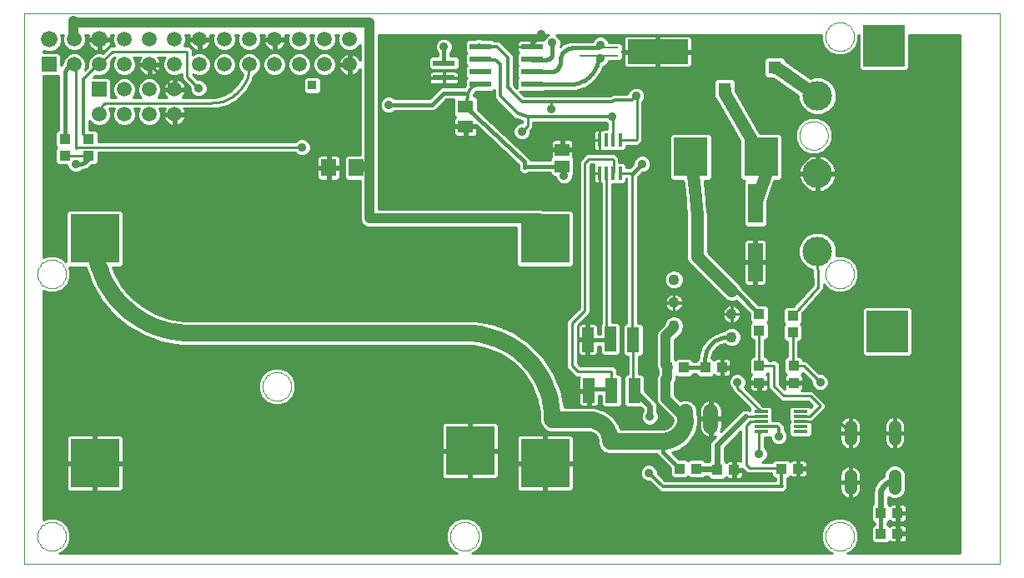
<source format=gtl>
G75*
%MOIN*%
%OFA0B0*%
%FSLAX24Y24*%
%IPPOS*%
%LPD*%
%AMOC8*
5,1,8,0,0,1.08239X$1,22.5*
%
%ADD10C,0.0000*%
%ADD11R,0.0594X0.0594*%
%ADD12C,0.0660*%
%ADD13C,0.0594*%
%ADD14R,0.0870X0.0240*%
%ADD15R,0.0886X0.0236*%
%ADD16R,0.1575X0.0098*%
%ADD17R,0.2441X0.0984*%
%ADD18C,0.0350*%
%ADD19R,0.0630X0.0512*%
%ADD20R,0.0591X0.1575*%
%ADD21R,0.0177X0.0531*%
%ADD22R,0.0492X0.0984*%
%ADD23R,0.0591X0.0512*%
%ADD24R,0.0433X0.0394*%
%ADD25R,0.0630X0.0709*%
%ADD26C,0.0515*%
%ADD27R,0.0394X0.0433*%
%ADD28C,0.0436*%
%ADD29R,0.1969X0.1969*%
%ADD30C,0.0600*%
%ADD31C,0.1181*%
%ADD32R,0.0515X0.0515*%
%ADD33R,0.0571X0.0118*%
%ADD34R,0.1378X0.1575*%
%ADD35C,0.0100*%
%ADD36C,0.0160*%
%ADD37C,0.0356*%
%ADD38C,0.0120*%
%ADD39C,0.0240*%
%ADD40C,0.0400*%
%ADD41R,0.0356X0.0356*%
%ADD42R,0.1660X0.1660*%
%ADD43C,0.0660*%
%ADD44C,0.0500*%
D10*
X000100Y000185D02*
X000100Y022232D01*
X039076Y022232D01*
X039076Y000185D01*
X000100Y000185D01*
X000623Y001301D02*
X000625Y001348D01*
X000631Y001395D01*
X000640Y001441D01*
X000654Y001486D01*
X000671Y001530D01*
X000692Y001573D01*
X000716Y001613D01*
X000743Y001652D01*
X000774Y001688D01*
X000807Y001721D01*
X000843Y001752D01*
X000882Y001779D01*
X000922Y001803D01*
X000965Y001824D01*
X001009Y001841D01*
X001054Y001855D01*
X001100Y001864D01*
X001147Y001870D01*
X001194Y001872D01*
X001241Y001870D01*
X001288Y001864D01*
X001334Y001855D01*
X001379Y001841D01*
X001423Y001824D01*
X001466Y001803D01*
X001506Y001779D01*
X001545Y001752D01*
X001581Y001721D01*
X001614Y001688D01*
X001645Y001652D01*
X001672Y001613D01*
X001696Y001573D01*
X001717Y001530D01*
X001734Y001486D01*
X001748Y001441D01*
X001757Y001395D01*
X001763Y001348D01*
X001765Y001301D01*
X001763Y001254D01*
X001757Y001207D01*
X001748Y001161D01*
X001734Y001116D01*
X001717Y001072D01*
X001696Y001029D01*
X001672Y000989D01*
X001645Y000950D01*
X001614Y000914D01*
X001581Y000881D01*
X001545Y000850D01*
X001506Y000823D01*
X001466Y000799D01*
X001423Y000778D01*
X001379Y000761D01*
X001334Y000747D01*
X001288Y000738D01*
X001241Y000732D01*
X001194Y000730D01*
X001147Y000732D01*
X001100Y000738D01*
X001054Y000747D01*
X001009Y000761D01*
X000965Y000778D01*
X000922Y000799D01*
X000882Y000823D01*
X000843Y000850D01*
X000807Y000881D01*
X000774Y000914D01*
X000743Y000950D01*
X000716Y000989D01*
X000692Y001029D01*
X000671Y001072D01*
X000654Y001116D01*
X000640Y001161D01*
X000631Y001207D01*
X000625Y001254D01*
X000623Y001301D01*
X009623Y007301D02*
X009625Y007348D01*
X009631Y007395D01*
X009640Y007441D01*
X009654Y007486D01*
X009671Y007530D01*
X009692Y007573D01*
X009716Y007613D01*
X009743Y007652D01*
X009774Y007688D01*
X009807Y007721D01*
X009843Y007752D01*
X009882Y007779D01*
X009922Y007803D01*
X009965Y007824D01*
X010009Y007841D01*
X010054Y007855D01*
X010100Y007864D01*
X010147Y007870D01*
X010194Y007872D01*
X010241Y007870D01*
X010288Y007864D01*
X010334Y007855D01*
X010379Y007841D01*
X010423Y007824D01*
X010466Y007803D01*
X010506Y007779D01*
X010545Y007752D01*
X010581Y007721D01*
X010614Y007688D01*
X010645Y007652D01*
X010672Y007613D01*
X010696Y007573D01*
X010717Y007530D01*
X010734Y007486D01*
X010748Y007441D01*
X010757Y007395D01*
X010763Y007348D01*
X010765Y007301D01*
X010763Y007254D01*
X010757Y007207D01*
X010748Y007161D01*
X010734Y007116D01*
X010717Y007072D01*
X010696Y007029D01*
X010672Y006989D01*
X010645Y006950D01*
X010614Y006914D01*
X010581Y006881D01*
X010545Y006850D01*
X010506Y006823D01*
X010466Y006799D01*
X010423Y006778D01*
X010379Y006761D01*
X010334Y006747D01*
X010288Y006738D01*
X010241Y006732D01*
X010194Y006730D01*
X010147Y006732D01*
X010100Y006738D01*
X010054Y006747D01*
X010009Y006761D01*
X009965Y006778D01*
X009922Y006799D01*
X009882Y006823D01*
X009843Y006850D01*
X009807Y006881D01*
X009774Y006914D01*
X009743Y006950D01*
X009716Y006989D01*
X009692Y007029D01*
X009671Y007072D01*
X009654Y007116D01*
X009640Y007161D01*
X009631Y007207D01*
X009625Y007254D01*
X009623Y007301D01*
X000623Y011801D02*
X000625Y011848D01*
X000631Y011895D01*
X000640Y011941D01*
X000654Y011986D01*
X000671Y012030D01*
X000692Y012073D01*
X000716Y012113D01*
X000743Y012152D01*
X000774Y012188D01*
X000807Y012221D01*
X000843Y012252D01*
X000882Y012279D01*
X000922Y012303D01*
X000965Y012324D01*
X001009Y012341D01*
X001054Y012355D01*
X001100Y012364D01*
X001147Y012370D01*
X001194Y012372D01*
X001241Y012370D01*
X001288Y012364D01*
X001334Y012355D01*
X001379Y012341D01*
X001423Y012324D01*
X001466Y012303D01*
X001506Y012279D01*
X001545Y012252D01*
X001581Y012221D01*
X001614Y012188D01*
X001645Y012152D01*
X001672Y012113D01*
X001696Y012073D01*
X001717Y012030D01*
X001734Y011986D01*
X001748Y011941D01*
X001757Y011895D01*
X001763Y011848D01*
X001765Y011801D01*
X001763Y011754D01*
X001757Y011707D01*
X001748Y011661D01*
X001734Y011616D01*
X001717Y011572D01*
X001696Y011529D01*
X001672Y011489D01*
X001645Y011450D01*
X001614Y011414D01*
X001581Y011381D01*
X001545Y011350D01*
X001506Y011323D01*
X001466Y011299D01*
X001423Y011278D01*
X001379Y011261D01*
X001334Y011247D01*
X001288Y011238D01*
X001241Y011232D01*
X001194Y011230D01*
X001147Y011232D01*
X001100Y011238D01*
X001054Y011247D01*
X001009Y011261D01*
X000965Y011278D01*
X000922Y011299D01*
X000882Y011323D01*
X000843Y011350D01*
X000807Y011381D01*
X000774Y011414D01*
X000743Y011450D01*
X000716Y011489D01*
X000692Y011529D01*
X000671Y011572D01*
X000654Y011616D01*
X000640Y011661D01*
X000631Y011707D01*
X000625Y011754D01*
X000623Y011801D01*
X017123Y001301D02*
X017125Y001348D01*
X017131Y001395D01*
X017140Y001441D01*
X017154Y001486D01*
X017171Y001530D01*
X017192Y001573D01*
X017216Y001613D01*
X017243Y001652D01*
X017274Y001688D01*
X017307Y001721D01*
X017343Y001752D01*
X017382Y001779D01*
X017422Y001803D01*
X017465Y001824D01*
X017509Y001841D01*
X017554Y001855D01*
X017600Y001864D01*
X017647Y001870D01*
X017694Y001872D01*
X017741Y001870D01*
X017788Y001864D01*
X017834Y001855D01*
X017879Y001841D01*
X017923Y001824D01*
X017966Y001803D01*
X018006Y001779D01*
X018045Y001752D01*
X018081Y001721D01*
X018114Y001688D01*
X018145Y001652D01*
X018172Y001613D01*
X018196Y001573D01*
X018217Y001530D01*
X018234Y001486D01*
X018248Y001441D01*
X018257Y001395D01*
X018263Y001348D01*
X018265Y001301D01*
X018263Y001254D01*
X018257Y001207D01*
X018248Y001161D01*
X018234Y001116D01*
X018217Y001072D01*
X018196Y001029D01*
X018172Y000989D01*
X018145Y000950D01*
X018114Y000914D01*
X018081Y000881D01*
X018045Y000850D01*
X018006Y000823D01*
X017966Y000799D01*
X017923Y000778D01*
X017879Y000761D01*
X017834Y000747D01*
X017788Y000738D01*
X017741Y000732D01*
X017694Y000730D01*
X017647Y000732D01*
X017600Y000738D01*
X017554Y000747D01*
X017509Y000761D01*
X017465Y000778D01*
X017422Y000799D01*
X017382Y000823D01*
X017343Y000850D01*
X017307Y000881D01*
X017274Y000914D01*
X017243Y000950D01*
X017216Y000989D01*
X017192Y001029D01*
X017171Y001072D01*
X017154Y001116D01*
X017140Y001161D01*
X017131Y001207D01*
X017125Y001254D01*
X017123Y001301D01*
X032123Y001301D02*
X032125Y001348D01*
X032131Y001395D01*
X032140Y001441D01*
X032154Y001486D01*
X032171Y001530D01*
X032192Y001573D01*
X032216Y001613D01*
X032243Y001652D01*
X032274Y001688D01*
X032307Y001721D01*
X032343Y001752D01*
X032382Y001779D01*
X032422Y001803D01*
X032465Y001824D01*
X032509Y001841D01*
X032554Y001855D01*
X032600Y001864D01*
X032647Y001870D01*
X032694Y001872D01*
X032741Y001870D01*
X032788Y001864D01*
X032834Y001855D01*
X032879Y001841D01*
X032923Y001824D01*
X032966Y001803D01*
X033006Y001779D01*
X033045Y001752D01*
X033081Y001721D01*
X033114Y001688D01*
X033145Y001652D01*
X033172Y001613D01*
X033196Y001573D01*
X033217Y001530D01*
X033234Y001486D01*
X033248Y001441D01*
X033257Y001395D01*
X033263Y001348D01*
X033265Y001301D01*
X033263Y001254D01*
X033257Y001207D01*
X033248Y001161D01*
X033234Y001116D01*
X033217Y001072D01*
X033196Y001029D01*
X033172Y000989D01*
X033145Y000950D01*
X033114Y000914D01*
X033081Y000881D01*
X033045Y000850D01*
X033006Y000823D01*
X032966Y000799D01*
X032923Y000778D01*
X032879Y000761D01*
X032834Y000747D01*
X032788Y000738D01*
X032741Y000732D01*
X032694Y000730D01*
X032647Y000732D01*
X032600Y000738D01*
X032554Y000747D01*
X032509Y000761D01*
X032465Y000778D01*
X032422Y000799D01*
X032382Y000823D01*
X032343Y000850D01*
X032307Y000881D01*
X032274Y000914D01*
X032243Y000950D01*
X032216Y000989D01*
X032192Y001029D01*
X032171Y001072D01*
X032154Y001116D01*
X032140Y001161D01*
X032131Y001207D01*
X032125Y001254D01*
X032123Y001301D01*
X032123Y011801D02*
X032125Y011848D01*
X032131Y011895D01*
X032140Y011941D01*
X032154Y011986D01*
X032171Y012030D01*
X032192Y012073D01*
X032216Y012113D01*
X032243Y012152D01*
X032274Y012188D01*
X032307Y012221D01*
X032343Y012252D01*
X032382Y012279D01*
X032422Y012303D01*
X032465Y012324D01*
X032509Y012341D01*
X032554Y012355D01*
X032600Y012364D01*
X032647Y012370D01*
X032694Y012372D01*
X032741Y012370D01*
X032788Y012364D01*
X032834Y012355D01*
X032879Y012341D01*
X032923Y012324D01*
X032966Y012303D01*
X033006Y012279D01*
X033045Y012252D01*
X033081Y012221D01*
X033114Y012188D01*
X033145Y012152D01*
X033172Y012113D01*
X033196Y012073D01*
X033217Y012030D01*
X033234Y011986D01*
X033248Y011941D01*
X033257Y011895D01*
X033263Y011848D01*
X033265Y011801D01*
X033263Y011754D01*
X033257Y011707D01*
X033248Y011661D01*
X033234Y011616D01*
X033217Y011572D01*
X033196Y011529D01*
X033172Y011489D01*
X033145Y011450D01*
X033114Y011414D01*
X033081Y011381D01*
X033045Y011350D01*
X033006Y011323D01*
X032966Y011299D01*
X032923Y011278D01*
X032879Y011261D01*
X032834Y011247D01*
X032788Y011238D01*
X032741Y011232D01*
X032694Y011230D01*
X032647Y011232D01*
X032600Y011238D01*
X032554Y011247D01*
X032509Y011261D01*
X032465Y011278D01*
X032422Y011299D01*
X032382Y011323D01*
X032343Y011350D01*
X032307Y011381D01*
X032274Y011414D01*
X032243Y011450D01*
X032216Y011489D01*
X032192Y011529D01*
X032171Y011572D01*
X032154Y011616D01*
X032140Y011661D01*
X032131Y011707D01*
X032125Y011754D01*
X032123Y011801D01*
X031080Y017341D02*
X031082Y017388D01*
X031088Y017435D01*
X031097Y017481D01*
X031111Y017526D01*
X031128Y017570D01*
X031149Y017613D01*
X031173Y017653D01*
X031200Y017692D01*
X031231Y017728D01*
X031264Y017761D01*
X031300Y017792D01*
X031339Y017819D01*
X031379Y017843D01*
X031422Y017864D01*
X031466Y017881D01*
X031511Y017895D01*
X031557Y017904D01*
X031604Y017910D01*
X031651Y017912D01*
X031698Y017910D01*
X031745Y017904D01*
X031791Y017895D01*
X031836Y017881D01*
X031880Y017864D01*
X031923Y017843D01*
X031963Y017819D01*
X032002Y017792D01*
X032038Y017761D01*
X032071Y017728D01*
X032102Y017692D01*
X032129Y017653D01*
X032153Y017613D01*
X032174Y017570D01*
X032191Y017526D01*
X032205Y017481D01*
X032214Y017435D01*
X032220Y017388D01*
X032222Y017341D01*
X032220Y017294D01*
X032214Y017247D01*
X032205Y017201D01*
X032191Y017156D01*
X032174Y017112D01*
X032153Y017069D01*
X032129Y017029D01*
X032102Y016990D01*
X032071Y016954D01*
X032038Y016921D01*
X032002Y016890D01*
X031963Y016863D01*
X031923Y016839D01*
X031880Y016818D01*
X031836Y016801D01*
X031791Y016787D01*
X031745Y016778D01*
X031698Y016772D01*
X031651Y016770D01*
X031604Y016772D01*
X031557Y016778D01*
X031511Y016787D01*
X031466Y016801D01*
X031422Y016818D01*
X031379Y016839D01*
X031339Y016863D01*
X031300Y016890D01*
X031264Y016921D01*
X031231Y016954D01*
X031200Y016990D01*
X031173Y017029D01*
X031149Y017069D01*
X031128Y017112D01*
X031111Y017156D01*
X031097Y017201D01*
X031088Y017247D01*
X031082Y017294D01*
X031080Y017341D01*
X032123Y021301D02*
X032125Y021348D01*
X032131Y021395D01*
X032140Y021441D01*
X032154Y021486D01*
X032171Y021530D01*
X032192Y021573D01*
X032216Y021613D01*
X032243Y021652D01*
X032274Y021688D01*
X032307Y021721D01*
X032343Y021752D01*
X032382Y021779D01*
X032422Y021803D01*
X032465Y021824D01*
X032509Y021841D01*
X032554Y021855D01*
X032600Y021864D01*
X032647Y021870D01*
X032694Y021872D01*
X032741Y021870D01*
X032788Y021864D01*
X032834Y021855D01*
X032879Y021841D01*
X032923Y021824D01*
X032966Y021803D01*
X033006Y021779D01*
X033045Y021752D01*
X033081Y021721D01*
X033114Y021688D01*
X033145Y021652D01*
X033172Y021613D01*
X033196Y021573D01*
X033217Y021530D01*
X033234Y021486D01*
X033248Y021441D01*
X033257Y021395D01*
X033263Y021348D01*
X033265Y021301D01*
X033263Y021254D01*
X033257Y021207D01*
X033248Y021161D01*
X033234Y021116D01*
X033217Y021072D01*
X033196Y021029D01*
X033172Y020989D01*
X033145Y020950D01*
X033114Y020914D01*
X033081Y020881D01*
X033045Y020850D01*
X033006Y020823D01*
X032966Y020799D01*
X032923Y020778D01*
X032879Y020761D01*
X032834Y020747D01*
X032788Y020738D01*
X032741Y020732D01*
X032694Y020730D01*
X032647Y020732D01*
X032600Y020738D01*
X032554Y020747D01*
X032509Y020761D01*
X032465Y020778D01*
X032422Y020799D01*
X032382Y020823D01*
X032343Y020850D01*
X032307Y020881D01*
X032274Y020914D01*
X032243Y020950D01*
X032216Y020989D01*
X032192Y021029D01*
X032171Y021072D01*
X032154Y021116D01*
X032140Y021161D01*
X032131Y021207D01*
X032125Y021254D01*
X032123Y021301D01*
D11*
X003100Y019185D03*
X001100Y020185D03*
D12*
X001100Y021185D03*
X003100Y021185D03*
D13*
X002100Y021185D03*
X002100Y020185D03*
X003100Y020185D03*
X004100Y020185D03*
X005100Y020185D03*
X006100Y020185D03*
X007100Y020185D03*
X008100Y020185D03*
X009100Y020185D03*
X010100Y020185D03*
X011100Y020185D03*
X012100Y020185D03*
X013100Y020185D03*
X013100Y021185D03*
X012100Y021185D03*
X011100Y021185D03*
X010100Y021185D03*
X009100Y021185D03*
X008100Y021185D03*
X007100Y021185D03*
X006100Y021185D03*
X005100Y021185D03*
X004100Y021185D03*
X004100Y019185D03*
X005100Y019185D03*
X006100Y019185D03*
X006100Y018185D03*
X005100Y018185D03*
X004100Y018185D03*
X003100Y018185D03*
D14*
X018322Y019396D03*
X018322Y019896D03*
X018322Y020396D03*
X018322Y020896D03*
X020382Y020896D03*
X020382Y020396D03*
X020382Y019896D03*
X020382Y019396D03*
D15*
X016872Y019654D03*
X016872Y020244D03*
D16*
X023053Y020539D03*
X023053Y020854D03*
D17*
X025415Y020697D03*
D18*
X023131Y020972D03*
X023131Y020421D03*
D19*
X017738Y018492D03*
X017738Y017705D03*
D20*
X029313Y014634D03*
X029313Y012272D03*
D21*
X023909Y015844D03*
X023624Y015844D03*
X023368Y015844D03*
X023082Y015844D03*
X023082Y017154D03*
X023368Y017154D03*
X023624Y017154D03*
X023909Y017154D03*
D22*
X023525Y009189D03*
X022624Y009177D03*
X024439Y009177D03*
X024478Y007130D03*
X023565Y007142D03*
X022663Y007130D03*
D23*
X021596Y016110D03*
X021596Y016780D03*
D24*
X029470Y010205D03*
X029470Y009535D03*
X030809Y009457D03*
X030809Y010126D03*
X030848Y008118D03*
X030848Y007449D03*
X029470Y007449D03*
X029470Y008118D03*
X030356Y004004D03*
X031025Y004004D03*
X034332Y001406D03*
X035002Y001406D03*
X002659Y016543D03*
X001714Y016543D03*
X001714Y017213D03*
X002659Y017213D03*
D25*
X012265Y016051D03*
X013368Y016051D03*
D26*
X033116Y005702D02*
X033116Y005187D01*
X034887Y005187D02*
X034887Y005702D01*
X034887Y003734D02*
X034887Y003219D01*
X033116Y003219D02*
X033116Y003734D01*
D27*
X034332Y002232D03*
X035002Y002232D03*
X028466Y003965D03*
X027797Y003965D03*
X026970Y004004D03*
X026301Y004004D03*
X026458Y008059D03*
X025789Y008059D03*
X027324Y008059D03*
X027994Y008059D03*
D28*
X028368Y009276D03*
X028368Y010197D03*
X028368Y011118D03*
X026065Y010657D03*
X026065Y011579D03*
X026065Y009736D03*
D29*
X020911Y013228D03*
X017911Y004728D03*
X020911Y004228D03*
X002911Y004228D03*
X002911Y013228D03*
D30*
X026529Y006312D02*
X026529Y005712D01*
X027529Y005712D02*
X027529Y006312D01*
D31*
X031801Y012709D03*
X031801Y015819D03*
X031801Y018929D03*
D32*
X030100Y020067D03*
X028092Y019201D03*
D33*
X029549Y006287D03*
X029549Y006091D03*
X029549Y005894D03*
X029549Y005697D03*
X029549Y005500D03*
X031124Y005500D03*
X031124Y005697D03*
X031124Y005894D03*
X031124Y006091D03*
X031124Y006287D03*
D34*
X029549Y016484D03*
X026739Y016484D03*
D35*
X025880Y016438D02*
X025048Y016438D01*
X025080Y016406D02*
X024982Y016504D01*
X024854Y016557D01*
X024716Y016557D01*
X024588Y016504D01*
X024490Y016406D01*
X024437Y016278D01*
X024437Y016214D01*
X024287Y016064D01*
X024168Y016064D01*
X024168Y016181D01*
X024068Y016280D01*
X023863Y016280D01*
X023863Y016457D01*
X023824Y016497D01*
X023695Y016626D01*
X022568Y016626D01*
X022410Y016468D01*
X022282Y016339D01*
X022061Y016339D01*
X022061Y016437D02*
X022031Y016467D01*
X022041Y016504D01*
X022041Y016730D01*
X021646Y016730D01*
X021646Y016830D01*
X021546Y016830D01*
X021546Y017185D01*
X021281Y017185D01*
X021243Y017175D01*
X021209Y017155D01*
X021181Y017128D01*
X021161Y017093D01*
X021151Y017055D01*
X021151Y016830D01*
X021546Y016830D01*
X021546Y016730D01*
X021151Y016730D01*
X021151Y016504D01*
X021161Y016467D01*
X021131Y016437D01*
X021131Y016360D01*
X020342Y016360D01*
X020329Y016387D01*
X020312Y016429D01*
X020309Y016432D01*
X020307Y016436D01*
X020274Y016467D01*
X020242Y016499D01*
X020237Y016501D01*
X018223Y018381D01*
X018223Y018818D01*
X018123Y018918D01*
X018056Y018918D01*
X018061Y018939D01*
X018054Y018949D01*
X018093Y019043D01*
X018155Y019106D01*
X018827Y019106D01*
X018886Y019164D01*
X018886Y018830D01*
X019638Y018078D01*
X019667Y018024D01*
X019703Y018013D01*
X019729Y017987D01*
X019791Y017987D01*
X019998Y017924D01*
X019998Y017856D01*
X019913Y017856D01*
X019785Y017803D01*
X019687Y017705D01*
X019634Y017577D01*
X019634Y017439D01*
X019687Y017311D01*
X019785Y017213D01*
X019913Y017160D01*
X020051Y017160D01*
X020179Y017213D01*
X020277Y017311D01*
X020330Y017439D01*
X020330Y017545D01*
X020438Y017653D01*
X020438Y017868D01*
X023342Y017868D01*
X023404Y017806D01*
X023404Y017589D01*
X023209Y017589D01*
X023189Y017569D01*
X023082Y017569D01*
X022974Y017569D01*
X022936Y017559D01*
X022902Y017539D01*
X022874Y017511D01*
X022854Y017477D01*
X022844Y017439D01*
X022844Y017154D01*
X023082Y017154D01*
X023082Y017569D01*
X023082Y017154D01*
X023082Y017154D01*
X023082Y017154D01*
X022844Y017154D01*
X022844Y016868D01*
X022854Y016830D01*
X022874Y016796D01*
X022902Y016768D01*
X022936Y016748D01*
X022974Y016738D01*
X023082Y016738D01*
X023082Y017154D01*
X023082Y017154D01*
X023082Y016738D01*
X023189Y016738D01*
X023209Y016718D01*
X024068Y016718D01*
X024168Y016817D01*
X024168Y016934D01*
X024640Y016934D01*
X024769Y017062D01*
X024808Y017102D01*
X024808Y018692D01*
X024844Y018728D01*
X024897Y018856D01*
X024897Y018994D01*
X024844Y019122D01*
X024746Y019220D01*
X024618Y019273D01*
X024480Y019273D01*
X024352Y019220D01*
X024254Y019122D01*
X024202Y018998D01*
X023587Y018998D01*
X023509Y018919D01*
X020077Y018919D01*
X019890Y019106D01*
X020887Y019106D01*
X020927Y019146D01*
X022130Y019146D01*
X022550Y019282D01*
X022907Y019542D01*
X023166Y019899D01*
X023228Y020088D01*
X023327Y020129D01*
X023424Y020226D01*
X023463Y020320D01*
X023911Y020320D01*
X024010Y020420D01*
X024010Y020659D01*
X023972Y020697D01*
X024010Y020735D01*
X024010Y020974D01*
X023911Y021074D01*
X023463Y021074D01*
X023424Y021168D01*
X023327Y021265D01*
X023200Y021317D01*
X023063Y021317D01*
X022936Y021265D01*
X022839Y021168D01*
X022813Y021104D01*
X021878Y021104D01*
X021598Y020988D01*
X021598Y020988D01*
X021522Y020912D01*
X021550Y020982D01*
X021550Y021120D01*
X021497Y021248D01*
X021400Y021346D01*
X021352Y021366D01*
X031954Y021366D01*
X031954Y021154D01*
X032066Y020882D01*
X032275Y020673D01*
X025465Y020673D01*
X025465Y020647D02*
X025465Y020747D01*
X025365Y020747D01*
X025365Y021339D01*
X024175Y021339D01*
X024137Y021329D01*
X024102Y021309D01*
X024074Y021281D01*
X024055Y021247D01*
X024044Y021209D01*
X024044Y020747D01*
X025365Y020747D01*
X025365Y020647D01*
X024044Y020647D01*
X024044Y020185D01*
X024055Y020147D01*
X024074Y020113D01*
X024102Y020085D01*
X024137Y020065D01*
X024175Y020055D01*
X025365Y020055D01*
X025365Y020647D01*
X025465Y020647D01*
X026785Y020647D01*
X026785Y020185D01*
X026775Y020147D01*
X026755Y020113D01*
X026728Y020085D01*
X026693Y020065D01*
X026655Y020055D01*
X025465Y020055D01*
X025465Y020647D01*
X025465Y020575D02*
X025365Y020575D01*
X025365Y020673D02*
X023996Y020673D01*
X024010Y020575D02*
X024044Y020575D01*
X024044Y020476D02*
X024010Y020476D01*
X024044Y020378D02*
X023968Y020378D01*
X024044Y020279D02*
X023446Y020279D01*
X023379Y020181D02*
X024046Y020181D01*
X024107Y020082D02*
X023226Y020082D01*
X023194Y019984D02*
X029673Y019984D01*
X029673Y020082D02*
X026723Y020082D01*
X026784Y020181D02*
X029673Y020181D01*
X029673Y020279D02*
X026785Y020279D01*
X026785Y020378D02*
X029673Y020378D01*
X029673Y020395D02*
X029673Y019739D01*
X029772Y019639D01*
X030031Y019639D01*
X031040Y018943D01*
X031040Y018778D01*
X031156Y018498D01*
X031370Y018284D01*
X031650Y018169D01*
X031952Y018169D01*
X032232Y018284D01*
X032446Y018498D01*
X032561Y018778D01*
X032561Y019080D01*
X032446Y019360D01*
X032232Y019574D01*
X031952Y019690D01*
X031650Y019690D01*
X031517Y019635D01*
X030527Y020318D01*
X030527Y020395D01*
X030428Y020494D01*
X030161Y020494D01*
X030158Y020495D01*
X030154Y020494D01*
X029772Y020494D01*
X029673Y020395D01*
X029754Y020476D02*
X026785Y020476D01*
X026785Y020575D02*
X032513Y020575D01*
X032547Y020560D02*
X032842Y020560D01*
X033114Y020673D01*
X033470Y020673D01*
X033470Y020575D02*
X032876Y020575D01*
X033114Y020673D02*
X033323Y020882D01*
X033435Y021154D01*
X033435Y021366D01*
X033470Y021366D01*
X033470Y020033D01*
X033570Y019933D01*
X035370Y019933D01*
X035470Y020033D01*
X035470Y021366D01*
X037502Y021366D01*
X037502Y000618D01*
X032981Y000618D01*
X033114Y000673D01*
X033323Y000882D01*
X033435Y001154D01*
X033435Y001449D01*
X033323Y001721D01*
X033114Y001929D01*
X032842Y002042D01*
X032547Y002042D01*
X032275Y001929D01*
X032066Y001721D01*
X031954Y001449D01*
X031954Y001154D01*
X032066Y000882D01*
X032275Y000673D01*
X032408Y000618D01*
X017981Y000618D01*
X018114Y000673D01*
X018323Y000882D01*
X018435Y001154D01*
X018435Y001449D01*
X018323Y001721D01*
X018114Y001929D01*
X017842Y002042D01*
X017547Y002042D01*
X017275Y001929D01*
X017066Y001721D01*
X016954Y001449D01*
X016954Y001154D01*
X017066Y000882D01*
X017275Y000673D01*
X017408Y000618D01*
X001481Y000618D01*
X001614Y000673D01*
X001823Y000882D01*
X001935Y001154D01*
X001935Y001449D01*
X001823Y001721D01*
X001614Y001929D01*
X001342Y002042D01*
X001047Y002042D01*
X000848Y001960D01*
X000848Y011143D01*
X001047Y011060D01*
X001342Y011060D01*
X001614Y011173D01*
X001823Y011382D01*
X001935Y011654D01*
X001935Y011949D01*
X001883Y012074D01*
X002556Y012074D01*
X002798Y011408D01*
X003174Y010758D01*
X003656Y010182D01*
X004232Y009700D01*
X004882Y009324D01*
X005587Y009067D01*
X005587Y009067D01*
X006327Y008937D01*
X017738Y008937D01*
X018028Y008923D01*
X018598Y008809D01*
X019135Y008587D01*
X019618Y008264D01*
X020029Y007853D01*
X020352Y007370D01*
X020575Y006833D01*
X020688Y006263D01*
X020702Y005972D01*
X020702Y005873D01*
X020778Y005689D01*
X020919Y005549D01*
X021103Y005472D01*
X022659Y005472D01*
X022716Y005468D01*
X022825Y005433D01*
X022918Y005365D01*
X022985Y005273D01*
X023021Y005164D01*
X023025Y005106D01*
X023025Y005007D01*
X023101Y004823D01*
X023242Y004682D01*
X023426Y004606D01*
X025384Y004606D01*
X025412Y004539D01*
X025482Y004469D01*
X025934Y004017D01*
X025934Y003717D01*
X026034Y003617D01*
X026568Y003617D01*
X026635Y003685D01*
X026703Y003617D01*
X027237Y003617D01*
X027334Y003714D01*
X027430Y003714D01*
X027430Y003678D01*
X027530Y003578D01*
X028064Y003578D01*
X028147Y003661D01*
X028149Y003656D01*
X028177Y003628D01*
X028211Y003608D01*
X028250Y003598D01*
X028418Y003598D01*
X028418Y003916D01*
X028515Y003916D01*
X028515Y004013D01*
X028796Y004013D01*
X028867Y003941D01*
X028985Y003823D01*
X029969Y003823D01*
X029969Y003737D01*
X030069Y003637D01*
X030126Y003637D01*
X030126Y003525D01*
X025707Y003525D01*
X025409Y003824D01*
X025409Y003916D01*
X025356Y004044D01*
X025258Y004142D01*
X025130Y004195D01*
X024991Y004195D01*
X024863Y004142D01*
X024766Y004044D01*
X024713Y003916D01*
X024713Y003777D01*
X024766Y003649D01*
X024863Y003551D01*
X024991Y003498D01*
X025083Y003498D01*
X025382Y003200D01*
X025517Y003065D01*
X030471Y003065D01*
X030606Y003200D01*
X030606Y003391D01*
X030586Y003410D01*
X030586Y003637D01*
X030643Y003637D01*
X030705Y003699D01*
X030717Y003687D01*
X030751Y003667D01*
X030789Y003657D01*
X030977Y003657D01*
X030977Y003956D01*
X031074Y003956D01*
X031074Y004052D01*
X031392Y004052D01*
X031392Y004221D01*
X031382Y004259D01*
X031362Y004293D01*
X031334Y004321D01*
X031300Y004341D01*
X031261Y004351D01*
X031074Y004351D01*
X031074Y004052D01*
X030977Y004052D01*
X030977Y004351D01*
X030789Y004351D01*
X030751Y004341D01*
X030717Y004321D01*
X030705Y004309D01*
X030643Y004371D01*
X030069Y004371D01*
X029969Y004271D01*
X029969Y004263D01*
X029580Y004263D01*
X029667Y004299D01*
X029765Y004397D01*
X029818Y004525D01*
X029818Y004664D01*
X029765Y004792D01*
X029690Y004867D01*
X029690Y005271D01*
X029905Y005271D01*
X029909Y005276D01*
X029909Y005234D01*
X029962Y005106D01*
X030060Y005008D01*
X030188Y004955D01*
X030327Y004955D01*
X030455Y005008D01*
X030553Y005106D01*
X030606Y005234D01*
X030606Y005372D01*
X030553Y005500D01*
X030487Y005565D01*
X030487Y005729D01*
X030353Y005864D01*
X030298Y005919D01*
X030004Y005919D01*
X030004Y006417D01*
X029905Y006516D01*
X029631Y006516D01*
X028888Y007260D01*
X028899Y007271D01*
X028952Y007399D01*
X028952Y007538D01*
X028899Y007666D01*
X028801Y007764D01*
X028673Y007817D01*
X028535Y007817D01*
X028407Y007764D01*
X028309Y007666D01*
X028256Y007538D01*
X028256Y007399D01*
X028309Y007271D01*
X028384Y007196D01*
X028384Y007141D01*
X028513Y007012D01*
X029101Y006424D01*
X029093Y006417D01*
X029093Y006326D01*
X029083Y006336D01*
X028977Y006381D01*
X028861Y006381D01*
X028755Y006336D01*
X027935Y005516D01*
X027946Y005539D01*
X027968Y005606D01*
X027979Y005676D01*
X027979Y005962D01*
X027579Y005962D01*
X027579Y006062D01*
X027479Y006062D01*
X027479Y006759D01*
X027424Y006751D01*
X027356Y006729D01*
X027293Y006697D01*
X027236Y006655D01*
X027186Y006605D01*
X027144Y006548D01*
X027112Y006485D01*
X027090Y006417D01*
X027079Y006347D01*
X027079Y006062D01*
X027479Y006062D01*
X027479Y005962D01*
X027079Y005962D01*
X027079Y005676D01*
X027090Y005606D01*
X027112Y005539D01*
X027144Y005476D01*
X027186Y005419D01*
X027236Y005369D01*
X027293Y005327D01*
X027356Y005295D01*
X027424Y005273D01*
X027479Y005264D01*
X027479Y005962D01*
X027579Y005962D01*
X027579Y005264D01*
X027635Y005273D01*
X027702Y005295D01*
X027725Y005306D01*
X027551Y005133D01*
X027507Y005026D01*
X027507Y004328D01*
X027472Y004294D01*
X027334Y004294D01*
X027237Y004390D01*
X026703Y004390D01*
X026635Y004323D01*
X026568Y004390D01*
X026268Y004390D01*
X026002Y004657D01*
X026270Y004744D01*
X026630Y005006D01*
X026892Y005366D01*
X026913Y005431D01*
X026928Y005446D01*
X026999Y005618D01*
X026999Y005697D01*
X027029Y005789D01*
X027029Y006111D01*
X026999Y006184D01*
X026999Y006405D01*
X026928Y006578D01*
X026795Y006710D01*
X026623Y006782D01*
X026436Y006782D01*
X026327Y006737D01*
X026100Y006964D01*
X026100Y007433D01*
X026103Y007436D01*
X026159Y007572D01*
X026159Y007705D01*
X026191Y007673D01*
X026726Y007673D01*
X026825Y007772D01*
X026825Y007809D01*
X026958Y007809D01*
X026958Y007772D01*
X027057Y007673D01*
X027592Y007673D01*
X027674Y007755D01*
X027677Y007750D01*
X027705Y007722D01*
X027739Y007703D01*
X027777Y007693D01*
X027945Y007693D01*
X027945Y008011D01*
X028042Y008011D01*
X028042Y008107D01*
X028341Y008107D01*
X028341Y008295D01*
X028330Y008333D01*
X028311Y008368D01*
X028283Y008396D01*
X028248Y008415D01*
X028210Y008426D01*
X028042Y008426D01*
X028042Y008107D01*
X027945Y008107D01*
X027945Y008426D01*
X027777Y008426D01*
X027739Y008415D01*
X027705Y008396D01*
X027677Y008368D01*
X027674Y008363D01*
X027592Y008446D01*
X027560Y008446D01*
X027563Y008476D01*
X027626Y008670D01*
X027746Y008835D01*
X027910Y008955D01*
X028084Y009011D01*
X028148Y008947D01*
X028291Y008887D01*
X028445Y008887D01*
X028588Y008947D01*
X028697Y009056D01*
X028756Y009198D01*
X028756Y009353D01*
X028697Y009495D01*
X028588Y009605D01*
X028445Y009664D01*
X028291Y009664D01*
X028148Y009605D01*
X028069Y009526D01*
X028024Y009526D01*
X027677Y009413D01*
X027382Y009198D01*
X027167Y008903D01*
X027055Y008556D01*
X027055Y008443D01*
X026958Y008346D01*
X026958Y008309D01*
X026825Y008309D01*
X026825Y008346D01*
X026726Y008446D01*
X026191Y008446D01*
X026124Y008378D01*
X026100Y008402D01*
X026100Y009166D01*
X026378Y009444D01*
X026435Y009580D01*
X026435Y009615D01*
X026453Y009659D01*
X026453Y009813D01*
X026394Y009956D01*
X026284Y010065D01*
X026142Y010124D01*
X025987Y010124D01*
X025845Y010065D01*
X025736Y009956D01*
X025676Y009813D01*
X025676Y009789D01*
X025416Y009528D01*
X025360Y009392D01*
X025360Y008084D01*
X025416Y007948D01*
X025419Y007945D01*
X025419Y007799D01*
X025416Y007796D01*
X025360Y007660D01*
X025360Y006737D01*
X025416Y006601D01*
X025520Y006497D01*
X026027Y005990D01*
X026024Y005948D01*
X025985Y005828D01*
X025910Y005725D01*
X025808Y005650D01*
X025687Y005611D01*
X025624Y005606D01*
X023933Y005606D01*
X023891Y005734D01*
X023637Y006084D01*
X023287Y006339D01*
X022875Y006472D01*
X021681Y006472D01*
X021550Y007129D01*
X021251Y007850D01*
X021251Y007850D01*
X020817Y008500D01*
X020265Y009052D01*
X019616Y009486D01*
X019616Y009486D01*
X018894Y009785D01*
X018128Y009937D01*
X006702Y009937D01*
X006416Y009950D01*
X005851Y010049D01*
X005311Y010245D01*
X004815Y010532D01*
X004375Y010901D01*
X004006Y011341D01*
X003719Y011837D01*
X003633Y012074D01*
X003966Y012074D01*
X004065Y012174D01*
X004065Y014283D01*
X003966Y014383D01*
X001856Y014383D01*
X001757Y014283D01*
X001757Y012287D01*
X001614Y012429D01*
X001342Y012542D01*
X001047Y012542D01*
X000848Y012460D01*
X000848Y019718D01*
X001464Y019718D01*
X001464Y017579D01*
X001427Y017579D01*
X001328Y017480D01*
X001328Y016945D01*
X001395Y016878D01*
X001328Y016811D01*
X001328Y016276D01*
X001427Y016176D01*
X001799Y016176D01*
X001799Y016139D01*
X001852Y016011D01*
X001950Y015914D01*
X002078Y015861D01*
X002216Y015861D01*
X002344Y015914D01*
X002390Y015959D01*
X002441Y015959D01*
X002656Y016048D01*
X002784Y016176D01*
X002946Y016176D01*
X003046Y016276D01*
X003046Y016658D01*
X010930Y016658D01*
X011005Y016583D01*
X011133Y016530D01*
X011272Y016530D01*
X011400Y016583D01*
X011497Y016681D01*
X011550Y016809D01*
X011550Y016947D01*
X011497Y017075D01*
X011400Y017173D01*
X011272Y017226D01*
X011133Y017226D01*
X011005Y017173D01*
X010930Y017098D01*
X003046Y017098D01*
X003046Y017480D01*
X002946Y017579D01*
X002692Y017579D01*
X002692Y017950D01*
X002704Y017921D01*
X002836Y017789D01*
X003007Y017718D01*
X003193Y017718D01*
X003364Y017789D01*
X003496Y017921D01*
X003567Y018092D01*
X003567Y018278D01*
X003504Y018430D01*
X003696Y018430D01*
X003633Y018278D01*
X003633Y018092D01*
X003704Y017921D01*
X003836Y017789D01*
X004007Y017718D01*
X004193Y017718D01*
X004364Y017789D01*
X004496Y017921D01*
X004567Y018092D01*
X004567Y018278D01*
X004504Y018430D01*
X004696Y018430D01*
X004633Y018278D01*
X004633Y018092D01*
X004704Y017921D01*
X004836Y017789D01*
X005007Y017718D01*
X005193Y017718D01*
X005364Y017789D01*
X005496Y017921D01*
X005567Y018092D01*
X005567Y018278D01*
X005504Y018430D01*
X005725Y018430D01*
X005718Y018419D01*
X005686Y018357D01*
X005664Y018290D01*
X005655Y018233D01*
X006052Y018233D01*
X006052Y018137D01*
X006148Y018137D01*
X006148Y017740D01*
X006205Y017749D01*
X006272Y017771D01*
X006334Y017803D01*
X006391Y017844D01*
X006441Y017894D01*
X006482Y017951D01*
X006514Y018014D01*
X013510Y018014D01*
X013510Y018112D02*
X006541Y018112D01*
X006545Y018137D02*
X006148Y018137D01*
X006148Y018233D01*
X006545Y018233D01*
X006536Y018290D01*
X006514Y018357D01*
X006482Y018419D01*
X006475Y018430D01*
X007796Y018430D01*
X008242Y018549D01*
X008242Y018549D01*
X008642Y018780D01*
X008642Y018780D01*
X008969Y019107D01*
X009200Y019507D01*
X009200Y019507D01*
X009265Y019748D01*
X009364Y019789D01*
X009496Y019921D01*
X009567Y020092D01*
X009567Y020278D01*
X009496Y020449D01*
X009364Y020581D01*
X009193Y020652D01*
X009007Y020652D01*
X008836Y020581D01*
X008704Y020449D01*
X008633Y020278D01*
X008633Y020092D01*
X008704Y019921D01*
X008814Y019810D01*
X008780Y019682D01*
X008608Y019384D01*
X008365Y019141D01*
X008068Y018970D01*
X007736Y018881D01*
X007565Y018870D01*
X006417Y018870D01*
X006441Y018894D01*
X006482Y018951D01*
X006514Y019014D01*
X006536Y019080D01*
X006545Y019137D01*
X006148Y019137D01*
X006148Y019233D01*
X006052Y019233D01*
X006052Y019137D01*
X005655Y019137D01*
X005664Y019080D01*
X005686Y019014D01*
X005718Y018951D01*
X005759Y018894D01*
X005783Y018870D01*
X005445Y018870D01*
X005496Y018921D01*
X005567Y019092D01*
X005567Y019278D01*
X005496Y019449D01*
X005364Y019581D01*
X005193Y019652D01*
X005007Y019652D01*
X004836Y019581D01*
X004704Y019449D01*
X004633Y019278D01*
X004633Y019092D01*
X004704Y018921D01*
X004755Y018870D01*
X004445Y018870D01*
X004496Y018921D01*
X004567Y019092D01*
X004567Y019278D01*
X004496Y019449D01*
X004364Y019581D01*
X004193Y019652D01*
X004007Y019652D01*
X003836Y019581D01*
X003704Y019449D01*
X003633Y019278D01*
X003633Y019092D01*
X003704Y018921D01*
X003755Y018870D01*
X003567Y018870D01*
X003567Y019552D01*
X003467Y019652D01*
X002845Y019652D01*
X002939Y019746D01*
X003007Y019718D01*
X003193Y019718D01*
X003364Y019789D01*
X003496Y019921D01*
X003567Y020092D01*
X003567Y020278D01*
X003548Y020322D01*
X003703Y020477D01*
X003732Y020477D01*
X003704Y020449D01*
X003633Y020278D01*
X003633Y020092D01*
X003704Y019921D01*
X003836Y019789D01*
X004007Y019718D01*
X004193Y019718D01*
X004364Y019789D01*
X004496Y019921D01*
X004567Y020092D01*
X004567Y020278D01*
X004496Y020449D01*
X004468Y020477D01*
X004760Y020477D01*
X004759Y020476D01*
X004469Y020476D01*
X004526Y020378D02*
X004697Y020378D01*
X004686Y020357D02*
X004664Y020290D01*
X004655Y020233D01*
X005052Y020233D01*
X005052Y020137D01*
X005148Y020137D01*
X005148Y019740D01*
X005205Y019749D01*
X005272Y019771D01*
X005334Y019803D01*
X005391Y019844D01*
X005441Y019894D01*
X005482Y019951D01*
X005514Y020014D01*
X005536Y020080D01*
X005545Y020137D01*
X005148Y020137D01*
X005148Y020233D01*
X005545Y020233D01*
X005536Y020290D01*
X005514Y020357D01*
X005482Y020419D01*
X005441Y020476D01*
X005731Y020476D01*
X005732Y020477D02*
X005704Y020449D01*
X005633Y020278D01*
X005633Y020092D01*
X005704Y019921D01*
X005836Y019789D01*
X006007Y019718D01*
X006193Y019718D01*
X006364Y019789D01*
X006376Y019801D01*
X006376Y019621D01*
X006720Y019277D01*
X006720Y019171D01*
X006773Y019043D01*
X006871Y018945D01*
X006999Y018892D01*
X007138Y018892D01*
X007266Y018945D01*
X007364Y019043D01*
X007417Y019171D01*
X007417Y019309D01*
X007364Y019437D01*
X007266Y019535D01*
X007138Y019588D01*
X007032Y019588D01*
X006816Y019804D01*
X006816Y019809D01*
X006836Y019789D01*
X007007Y019718D01*
X007193Y019718D01*
X007364Y019789D01*
X007496Y019921D01*
X007567Y020092D01*
X007567Y020278D01*
X007496Y020449D01*
X007364Y020581D01*
X007193Y020652D01*
X007007Y020652D01*
X006836Y020581D01*
X006816Y020561D01*
X006816Y020788D01*
X006687Y020917D01*
X006492Y020917D01*
X006496Y020921D01*
X006567Y021092D01*
X006567Y021278D01*
X006530Y021366D01*
X006691Y021366D01*
X006686Y021357D01*
X006664Y021290D01*
X006655Y021233D01*
X007052Y021233D01*
X007052Y021137D01*
X007148Y021137D01*
X007148Y020740D01*
X007205Y020749D01*
X007272Y020771D01*
X007334Y020803D01*
X007391Y020844D01*
X007441Y020894D01*
X007482Y020951D01*
X007514Y021014D01*
X007536Y021080D01*
X007545Y021137D01*
X007148Y021137D01*
X007148Y021233D01*
X007545Y021233D01*
X007536Y021290D01*
X007514Y021357D01*
X007509Y021366D01*
X007670Y021366D01*
X007633Y021278D01*
X007633Y021092D01*
X007704Y020921D01*
X007836Y020789D01*
X008007Y020718D01*
X008193Y020718D01*
X008364Y020789D01*
X008496Y020921D01*
X008567Y021092D01*
X008567Y021278D01*
X008530Y021366D01*
X008670Y021366D01*
X008633Y021278D01*
X008633Y021092D01*
X008704Y020921D01*
X008836Y020789D01*
X009007Y020718D01*
X009193Y020718D01*
X009364Y020789D01*
X009496Y020921D01*
X009567Y021092D01*
X009567Y021278D01*
X009530Y021366D01*
X009691Y021366D01*
X009686Y021357D01*
X009664Y021290D01*
X009655Y021233D01*
X010052Y021233D01*
X010052Y021137D01*
X010148Y021137D01*
X010148Y020740D01*
X010205Y020749D01*
X010272Y020771D01*
X010334Y020803D01*
X010391Y020844D01*
X010441Y020894D01*
X010482Y020951D01*
X010514Y021014D01*
X010536Y021080D01*
X010545Y021137D01*
X010148Y021137D01*
X010148Y021233D01*
X010545Y021233D01*
X010536Y021290D01*
X010514Y021357D01*
X010509Y021366D01*
X010670Y021366D01*
X010633Y021278D01*
X010633Y021092D01*
X010704Y020921D01*
X010836Y020789D01*
X011007Y020718D01*
X011193Y020718D01*
X011364Y020789D01*
X011496Y020921D01*
X011567Y021092D01*
X011567Y021278D01*
X011530Y021366D01*
X011670Y021366D01*
X011633Y021278D01*
X011633Y021092D01*
X011704Y020921D01*
X011836Y020789D01*
X012007Y020718D01*
X012193Y020718D01*
X012364Y020789D01*
X012496Y020921D01*
X012567Y021092D01*
X012567Y021278D01*
X012530Y021366D01*
X012670Y021366D01*
X012633Y021278D01*
X012633Y021092D01*
X012704Y020921D01*
X012836Y020789D01*
X013007Y020718D01*
X013193Y020718D01*
X013364Y020789D01*
X013496Y020921D01*
X013510Y020954D01*
X013510Y020366D01*
X013482Y020419D01*
X013441Y020476D01*
X013510Y020476D01*
X013441Y020476D02*
X013391Y020526D01*
X013334Y020567D01*
X013272Y020599D01*
X013205Y020621D01*
X013148Y020630D01*
X013148Y020233D01*
X013052Y020233D01*
X013052Y020137D01*
X013148Y020137D01*
X013148Y019740D01*
X013205Y019749D01*
X013272Y019771D01*
X013334Y019803D01*
X013391Y019844D01*
X013441Y019894D01*
X013482Y019951D01*
X013510Y020005D01*
X013510Y016576D01*
X012982Y016576D01*
X012883Y016476D01*
X012883Y015626D01*
X012982Y015527D01*
X013510Y015527D01*
X013510Y013970D01*
X013566Y013834D01*
X013670Y013730D01*
X013806Y013673D01*
X019757Y013673D01*
X019757Y012174D01*
X019856Y012074D01*
X021966Y012074D01*
X022065Y012174D01*
X022065Y014283D01*
X021966Y014383D01*
X020838Y014383D01*
X020805Y014401D01*
X020782Y014404D01*
X020760Y014413D01*
X020710Y014413D01*
X020659Y014420D01*
X020637Y014413D01*
X014250Y014413D01*
X014250Y021366D01*
X021053Y021366D01*
X021005Y021346D01*
X020907Y021248D01*
X020869Y021157D01*
X020837Y021166D01*
X020873Y021166D01*
X020837Y021166D02*
X020392Y021166D01*
X020392Y020906D01*
X020372Y020906D01*
X020372Y021166D01*
X019927Y021166D01*
X019889Y021155D01*
X019855Y021136D01*
X019827Y021108D01*
X019807Y021074D01*
X019797Y021035D01*
X019797Y020906D01*
X020372Y020906D01*
X020372Y020886D01*
X019797Y020886D01*
X019797Y020756D01*
X019807Y020718D01*
X019827Y020684D01*
X019851Y020660D01*
X019777Y020586D01*
X019777Y020205D01*
X019837Y020146D01*
X019777Y020086D01*
X019777Y019705D01*
X019837Y019646D01*
X019777Y019586D01*
X019777Y019219D01*
X019739Y019257D01*
X019739Y019296D01*
X019661Y019375D01*
X019661Y020556D01*
X019226Y020991D01*
X019091Y021126D01*
X018887Y021126D01*
X018827Y021186D01*
X018377Y021186D01*
X018299Y021218D01*
X018200Y021218D01*
X018122Y021186D01*
X017817Y021186D01*
X017717Y021086D01*
X017717Y020705D01*
X017777Y020646D01*
X017717Y020586D01*
X017717Y020205D01*
X017777Y020146D01*
X017717Y020086D01*
X017717Y019705D01*
X017777Y019646D01*
X017717Y019586D01*
X017717Y019325D01*
X017698Y019307D01*
X017693Y019293D01*
X016822Y019293D01*
X016730Y019255D01*
X016296Y018821D01*
X014909Y018821D01*
X014864Y018866D01*
X014736Y018919D01*
X014598Y018919D01*
X014470Y018866D01*
X014372Y018768D01*
X014319Y018640D01*
X014319Y018502D01*
X014372Y018374D01*
X014470Y018276D01*
X014598Y018223D01*
X014736Y018223D01*
X014864Y018276D01*
X014909Y018321D01*
X016449Y018321D01*
X016541Y018359D01*
X016611Y018429D01*
X016975Y018793D01*
X017253Y018793D01*
X017253Y018166D01*
X017335Y018083D01*
X017331Y018081D01*
X017303Y018053D01*
X017283Y018019D01*
X017273Y017980D01*
X017273Y017755D01*
X017688Y017755D01*
X017688Y017655D01*
X017273Y017655D01*
X017273Y017429D01*
X017283Y017391D01*
X017303Y017357D01*
X017331Y017329D01*
X017365Y017309D01*
X017403Y017299D01*
X017688Y017299D01*
X017688Y017655D01*
X017788Y017655D01*
X017788Y017755D01*
X018161Y017755D01*
X019850Y016179D01*
X019850Y016001D01*
X019888Y015910D01*
X019958Y015839D01*
X020050Y015801D01*
X020150Y015801D01*
X020242Y015839D01*
X020263Y015860D01*
X021131Y015860D01*
X021131Y015784D01*
X021230Y015684D01*
X021327Y015684D01*
X021327Y015667D01*
X021380Y015539D01*
X021478Y015441D01*
X021606Y015388D01*
X021744Y015388D01*
X021872Y015441D01*
X021970Y015539D01*
X022023Y015667D01*
X022023Y015745D01*
X022061Y015784D01*
X022061Y016437D01*
X022060Y016438D02*
X022380Y016438D01*
X022478Y016536D02*
X022041Y016536D01*
X022041Y016635D02*
X025880Y016635D01*
X025880Y016733D02*
X024083Y016733D01*
X024168Y016832D02*
X025880Y016832D01*
X025880Y016930D02*
X024168Y016930D01*
X023909Y017154D02*
X024549Y017154D01*
X024588Y017193D01*
X024588Y018886D01*
X024549Y018925D01*
X024874Y018802D02*
X027736Y018802D01*
X027760Y018777D02*
X028690Y017144D01*
X028690Y015626D01*
X028789Y015527D01*
X028882Y015527D01*
X028847Y015492D01*
X028847Y013776D01*
X028947Y013676D01*
X029678Y013676D01*
X029778Y013776D01*
X029778Y014693D01*
X030068Y015527D01*
X030308Y015527D01*
X030408Y015626D01*
X030408Y017342D01*
X030308Y017442D01*
X029487Y017442D01*
X028520Y019141D01*
X028520Y019529D01*
X028420Y019628D01*
X027764Y019628D01*
X027665Y019529D01*
X027665Y018873D01*
X027760Y018777D01*
X027803Y018703D02*
X024819Y018703D01*
X024808Y018605D02*
X027859Y018605D01*
X027915Y018506D02*
X024808Y018506D01*
X024808Y018408D02*
X027971Y018408D01*
X028027Y018309D02*
X024808Y018309D01*
X024808Y018211D02*
X028083Y018211D01*
X028139Y018112D02*
X024808Y018112D01*
X024808Y018014D02*
X028195Y018014D01*
X028251Y017915D02*
X024808Y017915D01*
X024808Y017817D02*
X028307Y017817D01*
X028363Y017718D02*
X024808Y017718D01*
X024808Y017620D02*
X028419Y017620D01*
X028475Y017521D02*
X024808Y017521D01*
X024808Y017423D02*
X025961Y017423D01*
X025980Y017442D02*
X025880Y017342D01*
X025880Y015626D01*
X025980Y015527D01*
X026434Y015527D01*
X026479Y015165D01*
X026570Y014143D01*
X026570Y012413D01*
X026634Y012258D01*
X028130Y010762D01*
X028284Y010698D01*
X028451Y010698D01*
X028573Y010748D01*
X029084Y010238D01*
X029084Y009937D01*
X028628Y009937D01*
X028654Y009962D02*
X028694Y010022D01*
X028722Y010089D01*
X028736Y010161D01*
X028736Y010188D01*
X028377Y010188D01*
X028377Y010206D01*
X028736Y010206D01*
X028736Y010233D01*
X028722Y010304D01*
X028694Y010371D01*
X028654Y010432D01*
X028602Y010483D01*
X028542Y010523D01*
X028475Y010551D01*
X028404Y010565D01*
X028377Y010565D01*
X028377Y010206D01*
X028359Y010206D01*
X028359Y010565D01*
X028331Y010565D01*
X028260Y010551D01*
X028193Y010523D01*
X028133Y010483D01*
X028082Y010432D01*
X028042Y010371D01*
X028014Y010304D01*
X028000Y010233D01*
X028000Y010206D01*
X028359Y010206D01*
X028359Y010188D01*
X028377Y010188D01*
X028377Y009829D01*
X028404Y009829D01*
X028475Y009843D01*
X028542Y009871D01*
X028602Y009911D01*
X028654Y009962D01*
X028699Y010035D02*
X029084Y010035D01*
X029084Y009937D02*
X029151Y009870D01*
X029084Y009803D01*
X029084Y009268D01*
X029183Y009169D01*
X029250Y009169D01*
X029250Y008485D01*
X029183Y008485D01*
X029084Y008385D01*
X029084Y007851D01*
X029166Y007768D01*
X029161Y007766D01*
X029134Y007738D01*
X029114Y007704D01*
X029104Y007665D01*
X029104Y007497D01*
X029422Y007497D01*
X029422Y007400D01*
X029519Y007400D01*
X029519Y007497D01*
X029837Y007497D01*
X029837Y007665D01*
X029826Y007704D01*
X029807Y007738D01*
X029779Y007766D01*
X029774Y007768D01*
X029841Y007835D01*
X029841Y007220D01*
X029970Y007091D01*
X030363Y006697D01*
X031426Y006697D01*
X031600Y006524D01*
X031536Y006460D01*
X031479Y006516D01*
X030768Y006516D01*
X030668Y006417D01*
X030668Y005961D01*
X030688Y005941D01*
X030688Y005894D01*
X030736Y005894D01*
X030736Y005894D01*
X030736Y005894D01*
X030688Y005894D01*
X030688Y005846D01*
X030668Y005826D01*
X030668Y005371D01*
X030768Y005271D01*
X031479Y005271D01*
X031579Y005371D01*
X031579Y005826D01*
X031559Y005846D01*
X031559Y005871D01*
X031569Y005871D01*
X032002Y006304D01*
X032131Y006432D01*
X032131Y006615D01*
X031737Y007008D01*
X031608Y007137D01*
X031162Y007137D01*
X031185Y007160D01*
X031204Y007194D01*
X031215Y007232D01*
X031215Y007400D01*
X030896Y007400D01*
X030896Y007497D01*
X031215Y007497D01*
X031215Y007665D01*
X031204Y007704D01*
X031185Y007738D01*
X031157Y007766D01*
X031152Y007768D01*
X031226Y007842D01*
X031563Y007505D01*
X031563Y007399D01*
X031616Y007271D01*
X031714Y007173D01*
X031842Y007120D01*
X031980Y007120D01*
X032108Y007173D01*
X032206Y007271D01*
X032259Y007399D01*
X032259Y007538D01*
X032206Y007666D01*
X032108Y007764D01*
X031980Y007817D01*
X031874Y007817D01*
X031481Y008209D01*
X031353Y008338D01*
X031235Y008338D01*
X031235Y008385D01*
X031135Y008485D01*
X031029Y008485D01*
X031029Y009090D01*
X031096Y009090D01*
X031195Y009189D01*
X031195Y009724D01*
X031128Y009791D01*
X031195Y009859D01*
X031195Y010227D01*
X032002Y011126D01*
X032063Y011191D01*
X032062Y011194D01*
X032065Y011196D01*
X032060Y011285D01*
X032057Y011405D01*
X032066Y011382D01*
X032275Y011173D01*
X032547Y011060D01*
X032842Y011060D01*
X033114Y011173D01*
X033323Y011382D01*
X033435Y011654D01*
X033435Y011949D01*
X033323Y012221D01*
X033114Y012429D01*
X032842Y012542D01*
X032555Y012542D01*
X032561Y012557D01*
X032561Y012860D01*
X032446Y013139D01*
X032232Y013353D01*
X031952Y013469D01*
X031650Y013469D01*
X031370Y013353D01*
X031156Y013139D01*
X031040Y012860D01*
X031040Y012557D01*
X031156Y012278D01*
X031370Y012064D01*
X031601Y011968D01*
X031618Y011357D01*
X030842Y010493D01*
X030522Y010493D01*
X030422Y010393D01*
X030422Y009859D01*
X030490Y009791D01*
X030422Y009724D01*
X030422Y009189D01*
X030522Y009090D01*
X030589Y009090D01*
X030589Y008485D01*
X030561Y008485D01*
X030461Y008385D01*
X030461Y007851D01*
X030544Y007768D01*
X030539Y007766D01*
X030511Y007738D01*
X030492Y007704D01*
X030481Y007665D01*
X030481Y007497D01*
X030800Y007497D01*
X030800Y007400D01*
X030481Y007400D01*
X030481Y007232D01*
X030492Y007194D01*
X030496Y007187D01*
X030281Y007402D01*
X030281Y008229D01*
X030152Y008358D01*
X029970Y008358D01*
X029950Y008338D01*
X029857Y008338D01*
X029857Y008385D01*
X029757Y008485D01*
X029690Y008485D01*
X029690Y009169D01*
X029757Y009169D01*
X029857Y009268D01*
X029857Y009803D01*
X029789Y009870D01*
X029857Y009937D01*
X029857Y010472D01*
X029757Y010572D01*
X029457Y010572D01*
X028769Y011260D01*
X028760Y011268D01*
X028724Y011356D01*
X027410Y012670D01*
X027410Y014097D01*
X027416Y014115D01*
X027410Y014180D01*
X027410Y014245D01*
X027402Y014263D01*
X027322Y015171D01*
X027324Y015178D01*
X027314Y015254D01*
X027307Y015330D01*
X027304Y015337D01*
X027280Y015527D01*
X027498Y015527D01*
X027598Y015626D01*
X027598Y017342D01*
X027498Y017442D01*
X025980Y017442D01*
X025880Y017324D02*
X024808Y017324D01*
X024808Y017226D02*
X025880Y017226D01*
X025880Y017127D02*
X024808Y017127D01*
X024735Y017029D02*
X025880Y017029D01*
X025880Y016536D02*
X024904Y016536D01*
X025080Y016406D02*
X025133Y016278D01*
X025133Y016139D01*
X025080Y016011D01*
X024982Y015914D01*
X024854Y015861D01*
X024790Y015861D01*
X024611Y015681D01*
X024611Y009839D01*
X024755Y009839D01*
X024855Y009740D01*
X024855Y008615D01*
X024755Y008515D01*
X024659Y008515D01*
X024659Y007792D01*
X024794Y007792D01*
X024894Y007692D01*
X024894Y007124D01*
X025264Y006754D01*
X025346Y006672D01*
X025390Y006566D01*
X025390Y006293D01*
X025395Y006288D01*
X025448Y006160D01*
X025448Y006021D01*
X025395Y005893D01*
X025297Y005795D01*
X025169Y005742D01*
X025031Y005742D01*
X024903Y005795D01*
X024805Y005893D01*
X024752Y006021D01*
X024752Y006160D01*
X024805Y006288D01*
X024810Y006293D01*
X024810Y006388D01*
X024730Y006468D01*
X024161Y006468D01*
X024062Y006567D01*
X024062Y007692D01*
X024161Y007792D01*
X024219Y007792D01*
X024219Y008515D01*
X024122Y008515D01*
X024023Y008615D01*
X024023Y009740D01*
X024122Y009839D01*
X024171Y009839D01*
X024171Y015624D01*
X024168Y015624D01*
X024168Y015508D01*
X024068Y015409D01*
X023588Y015409D01*
X023588Y009851D01*
X023842Y009851D01*
X023941Y009752D01*
X023941Y008626D01*
X023842Y008527D01*
X023209Y008527D01*
X023109Y008626D01*
X023109Y008911D01*
X023020Y008911D01*
X023020Y008665D01*
X023009Y008627D01*
X022990Y008593D01*
X022962Y008565D01*
X022928Y008545D01*
X022889Y008535D01*
X022674Y008535D01*
X022674Y008911D01*
X022609Y008911D01*
X022574Y008926D01*
X022574Y008535D01*
X022358Y008535D01*
X022320Y008545D01*
X022285Y008565D01*
X022258Y008593D01*
X022238Y008627D01*
X022228Y008665D01*
X022228Y009127D01*
X022409Y009127D01*
X022409Y009211D01*
X022416Y009227D01*
X022228Y009227D01*
X022228Y009689D01*
X022238Y009727D01*
X022258Y009761D01*
X022285Y009789D01*
X022320Y009809D01*
X022358Y009819D01*
X022574Y009819D01*
X022574Y009397D01*
X022609Y009411D01*
X022674Y009411D01*
X022674Y009819D01*
X022889Y009819D01*
X022928Y009809D01*
X022962Y009789D01*
X022990Y009761D01*
X023009Y009727D01*
X023020Y009689D01*
X023020Y009411D01*
X023109Y009411D01*
X023109Y009752D01*
X023148Y009790D01*
X023148Y015429D01*
X023082Y015429D01*
X023082Y015844D01*
X023082Y015844D01*
X022844Y015844D01*
X022844Y015559D01*
X022854Y015521D01*
X022874Y015487D01*
X022902Y015459D01*
X022936Y015439D01*
X022974Y015429D01*
X023082Y015429D01*
X023082Y015844D01*
X023082Y015844D01*
X022844Y015844D01*
X022844Y016130D01*
X022854Y016168D01*
X022864Y016186D01*
X022750Y016186D01*
X022722Y016157D01*
X022722Y010251D01*
X022210Y009740D01*
X022210Y008229D01*
X022317Y008122D01*
X023656Y008122D01*
X023785Y007993D01*
X023785Y007804D01*
X023881Y007804D01*
X023981Y007704D01*
X023981Y006579D01*
X023881Y006480D01*
X023248Y006480D01*
X023149Y006579D01*
X023149Y006943D01*
X023059Y006943D01*
X023059Y006618D01*
X023049Y006580D01*
X023029Y006546D01*
X023001Y006518D01*
X022967Y006498D01*
X022929Y006488D01*
X022713Y006488D01*
X022713Y006943D01*
X022688Y006943D01*
X022613Y006974D01*
X022613Y006488D01*
X022397Y006488D01*
X022359Y006498D01*
X022325Y006518D01*
X022297Y006546D01*
X022277Y006580D01*
X022267Y006618D01*
X022267Y007080D01*
X022514Y007080D01*
X022488Y007143D01*
X022488Y007180D01*
X022267Y007180D01*
X022267Y007642D01*
X022277Y007680D01*
X022278Y007682D01*
X022135Y007682D01*
X022006Y007810D01*
X021770Y008047D01*
X021770Y009922D01*
X021899Y010051D01*
X022282Y010434D01*
X022282Y016339D01*
X022282Y016241D02*
X022061Y016241D01*
X022061Y016142D02*
X022282Y016142D01*
X022282Y016044D02*
X022061Y016044D01*
X022061Y015945D02*
X022282Y015945D01*
X022282Y015847D02*
X022061Y015847D01*
X022026Y015748D02*
X022282Y015748D01*
X022282Y015650D02*
X022016Y015650D01*
X021975Y015551D02*
X022282Y015551D01*
X022282Y015453D02*
X021883Y015453D01*
X022282Y015354D02*
X014250Y015354D01*
X014250Y015256D02*
X022282Y015256D01*
X022282Y015157D02*
X014250Y015157D01*
X014250Y015059D02*
X022282Y015059D01*
X022282Y014960D02*
X014250Y014960D01*
X014250Y014862D02*
X022282Y014862D01*
X022282Y014763D02*
X014250Y014763D01*
X014250Y014665D02*
X022282Y014665D01*
X022282Y014566D02*
X014250Y014566D01*
X014250Y014468D02*
X022282Y014468D01*
X022282Y014369D02*
X021979Y014369D01*
X022065Y014271D02*
X022282Y014271D01*
X022282Y014172D02*
X022065Y014172D01*
X022065Y014074D02*
X022282Y014074D01*
X022282Y013975D02*
X022065Y013975D01*
X022065Y013877D02*
X022282Y013877D01*
X022282Y013778D02*
X022065Y013778D01*
X022065Y013680D02*
X022282Y013680D01*
X022282Y013581D02*
X022065Y013581D01*
X022065Y013483D02*
X022282Y013483D01*
X022282Y013384D02*
X022065Y013384D01*
X022065Y013286D02*
X022282Y013286D01*
X022282Y013187D02*
X022065Y013187D01*
X022065Y013089D02*
X022282Y013089D01*
X022282Y012990D02*
X022065Y012990D01*
X022065Y012892D02*
X022282Y012892D01*
X022282Y012793D02*
X022065Y012793D01*
X022065Y012695D02*
X022282Y012695D01*
X022282Y012596D02*
X022065Y012596D01*
X022065Y012498D02*
X022282Y012498D01*
X022282Y012399D02*
X022065Y012399D01*
X022065Y012301D02*
X022282Y012301D01*
X022282Y012202D02*
X022065Y012202D01*
X021995Y012104D02*
X022282Y012104D01*
X022282Y012005D02*
X003658Y012005D01*
X003694Y011907D02*
X022282Y011907D01*
X022282Y011808D02*
X003736Y011808D01*
X003793Y011710D02*
X022282Y011710D01*
X022282Y011611D02*
X003850Y011611D01*
X003907Y011513D02*
X022282Y011513D01*
X022282Y011414D02*
X003964Y011414D01*
X004027Y011316D02*
X022282Y011316D01*
X022282Y011217D02*
X004110Y011217D01*
X004192Y011119D02*
X022282Y011119D01*
X022282Y011020D02*
X004275Y011020D01*
X004358Y010922D02*
X022282Y010922D01*
X022282Y010823D02*
X004468Y010823D01*
X004585Y010725D02*
X022282Y010725D01*
X022282Y010626D02*
X004703Y010626D01*
X004823Y010528D02*
X022282Y010528D01*
X022277Y010429D02*
X004993Y010429D01*
X005164Y010331D02*
X022178Y010331D01*
X022080Y010232D02*
X005348Y010232D01*
X005619Y010134D02*
X021981Y010134D01*
X021883Y010035D02*
X005930Y010035D01*
X004674Y009444D02*
X000848Y009444D01*
X000848Y009346D02*
X004845Y009346D01*
X004882Y009324D02*
X004882Y009324D01*
X005094Y009247D02*
X000848Y009247D01*
X000848Y009149D02*
X005364Y009149D01*
X005686Y009050D02*
X000848Y009050D01*
X000848Y008952D02*
X006244Y008952D01*
X004504Y009543D02*
X000848Y009543D01*
X000848Y009641D02*
X004333Y009641D01*
X004232Y009700D02*
X004232Y009700D01*
X004184Y009740D02*
X000848Y009740D01*
X000848Y009838D02*
X004067Y009838D01*
X003949Y009937D02*
X000848Y009937D01*
X000848Y010035D02*
X003832Y010035D01*
X003714Y010134D02*
X000848Y010134D01*
X000848Y010232D02*
X003615Y010232D01*
X003656Y010182D02*
X003656Y010182D01*
X003656Y010182D01*
X003532Y010331D02*
X000848Y010331D01*
X000848Y010429D02*
X003449Y010429D01*
X003367Y010528D02*
X000848Y010528D01*
X000848Y010626D02*
X003284Y010626D01*
X003201Y010725D02*
X000848Y010725D01*
X000848Y010823D02*
X003136Y010823D01*
X003174Y010758D02*
X003174Y010758D01*
X003079Y010922D02*
X000848Y010922D01*
X000848Y011020D02*
X003022Y011020D01*
X002965Y011119D02*
X001482Y011119D01*
X001658Y011217D02*
X002908Y011217D01*
X002851Y011316D02*
X001757Y011316D01*
X001836Y011414D02*
X002796Y011414D01*
X002798Y011408D02*
X002798Y011408D01*
X002760Y011513D02*
X001877Y011513D01*
X001918Y011611D02*
X002724Y011611D01*
X002688Y011710D02*
X001935Y011710D01*
X001935Y011808D02*
X002653Y011808D01*
X002617Y011907D02*
X001935Y011907D01*
X001912Y012005D02*
X002581Y012005D01*
X001757Y012301D02*
X001743Y012301D01*
X001757Y012399D02*
X001644Y012399D01*
X001757Y012498D02*
X001449Y012498D01*
X001757Y012596D02*
X000848Y012596D01*
X000848Y012498D02*
X000940Y012498D01*
X000848Y012695D02*
X001757Y012695D01*
X001757Y012793D02*
X000848Y012793D01*
X000848Y012892D02*
X001757Y012892D01*
X001757Y012990D02*
X000848Y012990D01*
X000848Y013089D02*
X001757Y013089D01*
X001757Y013187D02*
X000848Y013187D01*
X000848Y013286D02*
X001757Y013286D01*
X001757Y013384D02*
X000848Y013384D01*
X000848Y013483D02*
X001757Y013483D01*
X001757Y013581D02*
X000848Y013581D01*
X000848Y013680D02*
X001757Y013680D01*
X001757Y013778D02*
X000848Y013778D01*
X000848Y013877D02*
X001757Y013877D01*
X001757Y013975D02*
X000848Y013975D01*
X000848Y014074D02*
X001757Y014074D01*
X001757Y014172D02*
X000848Y014172D01*
X000848Y014271D02*
X001757Y014271D01*
X001843Y014369D02*
X000848Y014369D01*
X000848Y014468D02*
X013510Y014468D01*
X013510Y014566D02*
X000848Y014566D01*
X000848Y014665D02*
X013510Y014665D01*
X013510Y014763D02*
X000848Y014763D01*
X000848Y014862D02*
X013510Y014862D01*
X013510Y014960D02*
X000848Y014960D01*
X000848Y015059D02*
X013510Y015059D01*
X013510Y015157D02*
X000848Y015157D01*
X000848Y015256D02*
X013510Y015256D01*
X013510Y015354D02*
X000848Y015354D01*
X000848Y015453D02*
X013510Y015453D01*
X012958Y015551D02*
X012616Y015551D01*
X012600Y015547D02*
X012638Y015557D01*
X012672Y015577D01*
X012700Y015605D01*
X012720Y015639D01*
X012730Y015677D01*
X012730Y016001D01*
X012315Y016001D01*
X012315Y015547D01*
X012600Y015547D01*
X012723Y015650D02*
X012883Y015650D01*
X012883Y015748D02*
X012730Y015748D01*
X012730Y015847D02*
X012883Y015847D01*
X012883Y015945D02*
X012730Y015945D01*
X012730Y016101D02*
X012730Y016425D01*
X012720Y016463D01*
X012700Y016498D01*
X012672Y016526D01*
X012638Y016545D01*
X012600Y016556D01*
X012315Y016556D01*
X012315Y016101D01*
X012215Y016101D01*
X012215Y016001D01*
X011800Y016001D01*
X011800Y015677D01*
X011811Y015639D01*
X011830Y015605D01*
X011858Y015577D01*
X011892Y015557D01*
X011931Y015547D01*
X012215Y015547D01*
X012215Y016001D01*
X012315Y016001D01*
X012315Y016101D01*
X012730Y016101D01*
X012730Y016142D02*
X012883Y016142D01*
X012883Y016044D02*
X012315Y016044D01*
X012315Y016142D02*
X012215Y016142D01*
X012215Y016101D02*
X012215Y016556D01*
X011931Y016556D01*
X011892Y016545D01*
X011858Y016526D01*
X011830Y016498D01*
X011811Y016463D01*
X011800Y016425D01*
X011800Y016101D01*
X012215Y016101D01*
X012215Y016044D02*
X002646Y016044D01*
X002656Y016048D02*
X002656Y016048D01*
X002750Y016142D02*
X011800Y016142D01*
X011800Y016241D02*
X003010Y016241D01*
X003046Y016339D02*
X011800Y016339D01*
X011804Y016438D02*
X003046Y016438D01*
X003046Y016536D02*
X011118Y016536D01*
X011287Y016536D02*
X011877Y016536D01*
X012215Y016536D02*
X012315Y016536D01*
X012315Y016438D02*
X012215Y016438D01*
X012215Y016339D02*
X012315Y016339D01*
X012315Y016241D02*
X012215Y016241D01*
X012215Y015945D02*
X012315Y015945D01*
X012315Y015847D02*
X012215Y015847D01*
X012215Y015748D02*
X012315Y015748D01*
X012315Y015650D02*
X012215Y015650D01*
X012215Y015551D02*
X012315Y015551D01*
X011915Y015551D02*
X000848Y015551D01*
X000848Y015650D02*
X011808Y015650D01*
X011800Y015748D02*
X000848Y015748D01*
X000848Y015847D02*
X011800Y015847D01*
X011800Y015945D02*
X002376Y015945D01*
X001919Y015945D02*
X000848Y015945D01*
X000848Y016044D02*
X001839Y016044D01*
X001799Y016142D02*
X000848Y016142D01*
X000848Y016241D02*
X001363Y016241D01*
X001328Y016339D02*
X000848Y016339D01*
X000848Y016438D02*
X001328Y016438D01*
X001328Y016536D02*
X000848Y016536D01*
X000848Y016635D02*
X001328Y016635D01*
X001328Y016733D02*
X000848Y016733D01*
X000848Y016832D02*
X001349Y016832D01*
X001343Y016930D02*
X000848Y016930D01*
X000848Y017029D02*
X001328Y017029D01*
X001328Y017127D02*
X000848Y017127D01*
X000848Y017226D02*
X001328Y017226D01*
X001328Y017324D02*
X000848Y017324D01*
X000848Y017423D02*
X001328Y017423D01*
X001369Y017521D02*
X000848Y017521D01*
X000848Y017620D02*
X001464Y017620D01*
X001464Y017718D02*
X000848Y017718D01*
X000848Y017817D02*
X001464Y017817D01*
X001464Y017915D02*
X000848Y017915D01*
X000848Y018014D02*
X001464Y018014D01*
X001464Y018112D02*
X000848Y018112D01*
X000848Y018211D02*
X001464Y018211D01*
X001464Y018309D02*
X000848Y018309D01*
X000848Y018408D02*
X001464Y018408D01*
X001464Y018506D02*
X000848Y018506D01*
X000848Y018605D02*
X001464Y018605D01*
X001464Y018703D02*
X000848Y018703D01*
X000848Y018802D02*
X001464Y018802D01*
X001464Y018900D02*
X000848Y018900D01*
X000848Y018999D02*
X001464Y018999D01*
X001464Y019097D02*
X000848Y019097D01*
X000848Y019196D02*
X001464Y019196D01*
X001464Y019294D02*
X000848Y019294D01*
X000848Y019393D02*
X001464Y019393D01*
X001464Y019491D02*
X000848Y019491D01*
X000848Y019590D02*
X001464Y019590D01*
X001464Y019688D02*
X000848Y019688D01*
X001567Y020165D02*
X001567Y020552D01*
X001467Y020652D01*
X000848Y020652D01*
X000848Y020748D01*
X001001Y020685D01*
X001199Y020685D01*
X001383Y020761D01*
X001524Y020902D01*
X001600Y021086D01*
X001600Y021284D01*
X001566Y021366D01*
X001670Y021366D01*
X001633Y021278D01*
X001633Y021092D01*
X001704Y020921D01*
X001836Y020789D01*
X002007Y020718D01*
X002193Y020718D01*
X002364Y020789D01*
X002496Y020921D01*
X002567Y021092D01*
X002567Y021278D01*
X002530Y021366D01*
X002654Y021366D01*
X002632Y021297D01*
X002622Y021233D01*
X003052Y021233D01*
X003052Y021137D01*
X003148Y021137D01*
X003148Y020707D01*
X003212Y020717D01*
X003284Y020740D01*
X003352Y020775D01*
X003413Y020819D01*
X003466Y020872D01*
X003511Y020933D01*
X003545Y021001D01*
X003568Y021073D01*
X003578Y021137D01*
X003148Y021137D01*
X003148Y021233D01*
X003578Y021233D01*
X003568Y021297D01*
X003546Y021366D01*
X003670Y021366D01*
X003633Y021278D01*
X003633Y021092D01*
X003704Y020921D01*
X003708Y020917D01*
X003521Y020917D01*
X003392Y020788D01*
X003237Y020633D01*
X003193Y020652D01*
X003007Y020652D01*
X002836Y020581D01*
X002704Y020449D01*
X002633Y020278D01*
X002633Y020092D01*
X002634Y020091D01*
X002519Y019976D01*
X002567Y020092D01*
X002567Y020278D01*
X002496Y020449D01*
X002364Y020581D01*
X002193Y020652D01*
X002007Y020652D01*
X001836Y020581D01*
X001704Y020449D01*
X001633Y020278D01*
X001633Y020232D01*
X001567Y020165D01*
X001567Y020181D02*
X001582Y020181D01*
X001567Y020279D02*
X001634Y020279D01*
X001674Y020378D02*
X001567Y020378D01*
X001567Y020476D02*
X001731Y020476D01*
X001829Y020575D02*
X001545Y020575D01*
X001394Y020772D02*
X001878Y020772D01*
X001755Y020870D02*
X001492Y020870D01*
X001552Y020969D02*
X001684Y020969D01*
X001644Y021067D02*
X001592Y021067D01*
X001600Y021166D02*
X001633Y021166D01*
X001633Y021264D02*
X001600Y021264D01*
X001568Y021363D02*
X001668Y021363D01*
X002532Y021363D02*
X002653Y021363D01*
X002627Y021264D02*
X002567Y021264D01*
X002567Y021166D02*
X003052Y021166D01*
X003052Y021137D02*
X002622Y021137D01*
X002632Y021073D01*
X002655Y021001D01*
X002689Y020933D01*
X002734Y020872D01*
X002787Y020819D01*
X002848Y020775D01*
X002916Y020740D01*
X002988Y020717D01*
X003052Y020707D01*
X003052Y021137D01*
X003052Y021067D02*
X003148Y021067D01*
X003148Y020969D02*
X003052Y020969D01*
X003052Y020870D02*
X003148Y020870D01*
X003148Y020772D02*
X003052Y020772D01*
X002854Y020772D02*
X002322Y020772D01*
X002445Y020870D02*
X002736Y020870D01*
X002672Y020969D02*
X002516Y020969D01*
X002556Y021067D02*
X002634Y021067D01*
X003148Y021166D02*
X003633Y021166D01*
X003633Y021264D02*
X003573Y021264D01*
X003547Y021363D02*
X003668Y021363D01*
X003644Y021067D02*
X003566Y021067D01*
X003528Y020969D02*
X003684Y020969D01*
X003474Y020870D02*
X003464Y020870D01*
X003392Y020788D02*
X003392Y020788D01*
X003375Y020772D02*
X003346Y020772D01*
X003277Y020673D02*
X000848Y020673D01*
X002100Y020185D02*
X002147Y020138D01*
X002147Y016839D01*
X002187Y016878D01*
X011202Y016878D01*
X010959Y017127D02*
X003046Y017127D01*
X003046Y017226D02*
X011132Y017226D01*
X011273Y017226D02*
X013510Y017226D01*
X013510Y017324D02*
X003046Y017324D01*
X003046Y017423D02*
X013510Y017423D01*
X013510Y017521D02*
X003004Y017521D01*
X002692Y017620D02*
X013510Y017620D01*
X013510Y017718D02*
X002692Y017718D01*
X002692Y017817D02*
X002808Y017817D01*
X002710Y017915D02*
X002692Y017915D01*
X003100Y018185D02*
X003100Y018264D01*
X003102Y018302D01*
X003107Y018339D01*
X003117Y018376D01*
X003129Y018412D01*
X003146Y018446D01*
X003165Y018478D01*
X003188Y018509D01*
X003213Y018537D01*
X003241Y018562D01*
X003272Y018585D01*
X003304Y018604D01*
X003338Y018621D01*
X003374Y018633D01*
X003411Y018643D01*
X003448Y018648D01*
X003486Y018650D01*
X007565Y018650D01*
X007808Y018900D02*
X007157Y018900D01*
X006980Y018900D02*
X006445Y018900D01*
X006507Y018999D02*
X006818Y018999D01*
X006751Y019097D02*
X006538Y019097D01*
X006545Y019233D02*
X006536Y019290D01*
X006514Y019357D01*
X006482Y019419D01*
X006441Y019476D01*
X006391Y019526D01*
X006334Y019567D01*
X006272Y019599D01*
X006205Y019621D01*
X006148Y019630D01*
X006148Y019233D01*
X006545Y019233D01*
X006534Y019294D02*
X006703Y019294D01*
X006720Y019196D02*
X006148Y019196D01*
X006100Y019185D02*
X005100Y020185D01*
X005148Y020181D02*
X005633Y020181D01*
X005634Y020279D02*
X005538Y020279D01*
X005503Y020378D02*
X005674Y020378D01*
X005732Y020477D02*
X005440Y020477D01*
X005441Y020476D01*
X005536Y020082D02*
X005637Y020082D01*
X005678Y019984D02*
X005499Y019984D01*
X005432Y019885D02*
X005740Y019885D01*
X005842Y019787D02*
X005302Y019787D01*
X005148Y019787D02*
X005052Y019787D01*
X005052Y019740D02*
X005052Y020137D01*
X004655Y020137D01*
X004664Y020080D01*
X004686Y020014D01*
X004718Y019951D01*
X004759Y019894D01*
X004809Y019844D01*
X004866Y019803D01*
X004928Y019771D01*
X004995Y019749D01*
X005052Y019740D01*
X005052Y019885D02*
X005148Y019885D01*
X005148Y019984D02*
X005052Y019984D01*
X005052Y020082D02*
X005148Y020082D01*
X005052Y020181D02*
X004567Y020181D01*
X004566Y020279D02*
X004662Y020279D01*
X004686Y020357D02*
X004718Y020419D01*
X004759Y020476D01*
X004664Y020082D02*
X004563Y020082D01*
X004522Y019984D02*
X004701Y019984D01*
X004768Y019885D02*
X004460Y019885D01*
X004358Y019787D02*
X004898Y019787D01*
X004857Y019590D02*
X004343Y019590D01*
X004454Y019491D02*
X004746Y019491D01*
X004681Y019393D02*
X004519Y019393D01*
X004560Y019294D02*
X004640Y019294D01*
X004633Y019196D02*
X004567Y019196D01*
X004567Y019097D02*
X004633Y019097D01*
X004672Y018999D02*
X004528Y018999D01*
X004475Y018900D02*
X004725Y018900D01*
X005475Y018900D02*
X005755Y018900D01*
X005693Y018999D02*
X005528Y018999D01*
X005567Y019097D02*
X005662Y019097D01*
X005655Y019233D02*
X006052Y019233D01*
X006052Y019630D01*
X005995Y019621D01*
X005928Y019599D01*
X005866Y019567D01*
X005809Y019526D01*
X005759Y019476D01*
X005718Y019419D01*
X005686Y019357D01*
X005664Y019290D01*
X005655Y019233D01*
X005666Y019294D02*
X005560Y019294D01*
X005567Y019196D02*
X006052Y019196D01*
X006052Y019294D02*
X006148Y019294D01*
X006148Y019393D02*
X006052Y019393D01*
X006052Y019491D02*
X006148Y019491D01*
X006148Y019590D02*
X006052Y019590D01*
X005910Y019590D02*
X005343Y019590D01*
X005454Y019491D02*
X005774Y019491D01*
X005704Y019393D02*
X005519Y019393D01*
X006290Y019590D02*
X006408Y019590D01*
X006426Y019491D02*
X006506Y019491D01*
X006496Y019393D02*
X006605Y019393D01*
X006596Y019713D02*
X007069Y019240D01*
X007319Y018999D02*
X008118Y018999D01*
X008289Y019097D02*
X007386Y019097D01*
X007417Y019196D02*
X008420Y019196D01*
X008518Y019294D02*
X007417Y019294D01*
X007382Y019393D02*
X008613Y019393D01*
X008670Y019491D02*
X007310Y019491D01*
X007030Y019590D02*
X008727Y019590D01*
X008782Y019688D02*
X006932Y019688D01*
X006842Y019787D02*
X006833Y019787D01*
X006596Y019713D02*
X006596Y020697D01*
X003612Y020697D01*
X003100Y020185D01*
X003567Y020181D02*
X003633Y020181D01*
X003634Y020279D02*
X003566Y020279D01*
X003604Y020378D02*
X003674Y020378D01*
X003702Y020476D02*
X003731Y020476D01*
X003637Y020082D02*
X003563Y020082D01*
X003522Y019984D02*
X003678Y019984D01*
X003740Y019885D02*
X003460Y019885D01*
X003358Y019787D02*
X003842Y019787D01*
X003857Y019590D02*
X003530Y019590D01*
X003567Y019491D02*
X003746Y019491D01*
X003681Y019393D02*
X003567Y019393D01*
X003567Y019294D02*
X003640Y019294D01*
X003633Y019196D02*
X003567Y019196D01*
X003567Y019097D02*
X003633Y019097D01*
X003672Y018999D02*
X003567Y018999D01*
X003567Y018900D02*
X003725Y018900D01*
X003687Y018408D02*
X003513Y018408D01*
X003554Y018309D02*
X003646Y018309D01*
X003633Y018211D02*
X003567Y018211D01*
X003567Y018112D02*
X003633Y018112D01*
X003666Y018014D02*
X003534Y018014D01*
X003490Y017915D02*
X003710Y017915D01*
X003808Y017817D02*
X003392Y017817D01*
X004392Y017817D02*
X004808Y017817D01*
X004710Y017915D02*
X004490Y017915D01*
X004534Y018014D02*
X004666Y018014D01*
X004633Y018112D02*
X004567Y018112D01*
X004567Y018211D02*
X004633Y018211D01*
X004646Y018309D02*
X004554Y018309D01*
X004513Y018408D02*
X004687Y018408D01*
X005513Y018408D02*
X005712Y018408D01*
X005670Y018309D02*
X005554Y018309D01*
X005567Y018211D02*
X006052Y018211D01*
X006052Y018137D02*
X005655Y018137D01*
X005664Y018080D01*
X005686Y018014D01*
X005534Y018014D01*
X005567Y018112D02*
X005659Y018112D01*
X005686Y018014D02*
X005718Y017951D01*
X005759Y017894D01*
X005809Y017844D01*
X005866Y017803D01*
X005928Y017771D01*
X005995Y017749D01*
X006052Y017740D01*
X006052Y018137D01*
X006052Y018112D02*
X006148Y018112D01*
X006148Y018014D02*
X006052Y018014D01*
X006052Y017915D02*
X006148Y017915D01*
X006148Y017817D02*
X006052Y017817D01*
X005847Y017817D02*
X005392Y017817D01*
X005490Y017915D02*
X005744Y017915D01*
X006148Y018211D02*
X013510Y018211D01*
X013510Y018309D02*
X006530Y018309D01*
X006488Y018408D02*
X013510Y018408D01*
X013510Y018506D02*
X008081Y018506D01*
X008338Y018605D02*
X013510Y018605D01*
X013510Y018703D02*
X008509Y018703D01*
X008664Y018802D02*
X013510Y018802D01*
X013510Y018900D02*
X008762Y018900D01*
X008861Y018999D02*
X013510Y018999D01*
X013510Y019097D02*
X011932Y019097D01*
X011944Y019110D02*
X011845Y019010D01*
X011348Y019010D01*
X011248Y019110D01*
X011248Y019607D01*
X011348Y019706D01*
X011845Y019706D01*
X011944Y019607D01*
X011944Y019110D01*
X011944Y019196D02*
X013510Y019196D01*
X013510Y019294D02*
X011944Y019294D01*
X011944Y019393D02*
X013510Y019393D01*
X013510Y019491D02*
X011944Y019491D01*
X011944Y019590D02*
X013510Y019590D01*
X013510Y019688D02*
X011863Y019688D01*
X011842Y019787D02*
X011358Y019787D01*
X011364Y019789D02*
X011193Y019718D01*
X011007Y019718D01*
X010836Y019789D01*
X010704Y019921D01*
X010633Y020092D01*
X010633Y020278D01*
X010704Y020449D01*
X010836Y020581D01*
X011007Y020652D01*
X011193Y020652D01*
X011364Y020581D01*
X011496Y020449D01*
X011567Y020278D01*
X011567Y020092D01*
X011496Y019921D01*
X011364Y019789D01*
X011329Y019688D02*
X009249Y019688D01*
X009222Y019590D02*
X011248Y019590D01*
X011248Y019491D02*
X009191Y019491D01*
X009134Y019393D02*
X011248Y019393D01*
X011248Y019294D02*
X009077Y019294D01*
X009020Y019196D02*
X011248Y019196D01*
X011261Y019097D02*
X008959Y019097D01*
X008969Y019107D02*
X008969Y019107D01*
X008808Y019787D02*
X008358Y019787D01*
X008364Y019789D02*
X008496Y019921D01*
X008567Y020092D01*
X008567Y020278D01*
X008496Y020449D01*
X008364Y020581D01*
X008193Y020652D01*
X008007Y020652D01*
X007836Y020581D01*
X007704Y020449D01*
X007633Y020278D01*
X007633Y020092D01*
X007704Y019921D01*
X007836Y019789D01*
X008007Y019718D01*
X008193Y019718D01*
X008364Y019789D01*
X008460Y019885D02*
X008740Y019885D01*
X008678Y019984D02*
X008522Y019984D01*
X008563Y020082D02*
X008637Y020082D01*
X008633Y020181D02*
X008567Y020181D01*
X008566Y020279D02*
X008634Y020279D01*
X008674Y020378D02*
X008526Y020378D01*
X008469Y020476D02*
X008731Y020476D01*
X008829Y020575D02*
X008371Y020575D01*
X008322Y020772D02*
X008878Y020772D01*
X008755Y020870D02*
X008445Y020870D01*
X008516Y020969D02*
X008684Y020969D01*
X008644Y021067D02*
X008556Y021067D01*
X008567Y021166D02*
X008633Y021166D01*
X008633Y021264D02*
X008567Y021264D01*
X008532Y021363D02*
X008668Y021363D01*
X009532Y021363D02*
X009689Y021363D01*
X009660Y021264D02*
X009567Y021264D01*
X009567Y021166D02*
X010052Y021166D01*
X010052Y021137D02*
X009655Y021137D01*
X009664Y021080D01*
X009686Y021014D01*
X009718Y020951D01*
X009759Y020894D01*
X009809Y020844D01*
X009866Y020803D01*
X009928Y020771D01*
X009995Y020749D01*
X010052Y020740D01*
X010052Y021137D01*
X010052Y021067D02*
X010148Y021067D01*
X010148Y020969D02*
X010052Y020969D01*
X010052Y020870D02*
X010148Y020870D01*
X010148Y020772D02*
X010052Y020772D01*
X009927Y020772D02*
X009322Y020772D01*
X009445Y020870D02*
X009783Y020870D01*
X009709Y020969D02*
X009516Y020969D01*
X009556Y021067D02*
X009668Y021067D01*
X010148Y021166D02*
X010633Y021166D01*
X010633Y021264D02*
X010540Y021264D01*
X010511Y021363D02*
X010668Y021363D01*
X010644Y021067D02*
X010532Y021067D01*
X010491Y020969D02*
X010684Y020969D01*
X010755Y020870D02*
X010417Y020870D01*
X010273Y020772D02*
X010878Y020772D01*
X010829Y020575D02*
X010371Y020575D01*
X010364Y020581D02*
X010193Y020652D01*
X010007Y020652D01*
X009836Y020581D01*
X009704Y020449D01*
X009633Y020278D01*
X009633Y020092D01*
X009704Y019921D01*
X009836Y019789D01*
X010007Y019718D01*
X010193Y019718D01*
X010364Y019789D01*
X010496Y019921D01*
X010567Y020092D01*
X010567Y020278D01*
X010496Y020449D01*
X010364Y020581D01*
X010469Y020476D02*
X010731Y020476D01*
X010674Y020378D02*
X010526Y020378D01*
X010566Y020279D02*
X010634Y020279D01*
X010633Y020181D02*
X010567Y020181D01*
X010563Y020082D02*
X010637Y020082D01*
X010678Y019984D02*
X010522Y019984D01*
X010460Y019885D02*
X010740Y019885D01*
X010842Y019787D02*
X010358Y019787D01*
X009842Y019787D02*
X009358Y019787D01*
X009460Y019885D02*
X009740Y019885D01*
X009678Y019984D02*
X009522Y019984D01*
X009563Y020082D02*
X009637Y020082D01*
X009633Y020181D02*
X009567Y020181D01*
X009566Y020279D02*
X009634Y020279D01*
X009674Y020378D02*
X009526Y020378D01*
X009469Y020476D02*
X009731Y020476D01*
X009829Y020575D02*
X009371Y020575D01*
X007878Y020772D02*
X007273Y020772D01*
X007148Y020772D02*
X007052Y020772D01*
X007052Y020740D02*
X007052Y021137D01*
X006655Y021137D01*
X006664Y021080D01*
X006686Y021014D01*
X006718Y020951D01*
X006759Y020894D01*
X006809Y020844D01*
X006866Y020803D01*
X006928Y020771D01*
X006995Y020749D01*
X007052Y020740D01*
X006927Y020772D02*
X006816Y020772D01*
X006816Y020673D02*
X013510Y020673D01*
X013510Y020575D02*
X013320Y020575D01*
X013148Y020575D02*
X013052Y020575D01*
X013052Y020630D02*
X012995Y020621D01*
X012928Y020599D01*
X012866Y020567D01*
X012809Y020526D01*
X012759Y020476D01*
X012469Y020476D01*
X012496Y020449D02*
X012364Y020581D01*
X012193Y020652D01*
X012007Y020652D01*
X011836Y020581D01*
X011704Y020449D01*
X011633Y020278D01*
X011633Y020092D01*
X011704Y019921D01*
X011836Y019789D01*
X012007Y019718D01*
X012193Y019718D01*
X012364Y019789D01*
X012496Y019921D01*
X012567Y020092D01*
X012567Y020278D01*
X012496Y020449D01*
X012526Y020378D02*
X012697Y020378D01*
X012686Y020357D02*
X012664Y020290D01*
X012655Y020233D01*
X013052Y020233D01*
X013052Y020630D01*
X013052Y020476D02*
X013148Y020476D01*
X013148Y020378D02*
X013052Y020378D01*
X013052Y020279D02*
X013148Y020279D01*
X013052Y020181D02*
X012567Y020181D01*
X012566Y020279D02*
X012662Y020279D01*
X012686Y020357D02*
X012718Y020419D01*
X012759Y020476D01*
X012880Y020575D02*
X012371Y020575D01*
X012322Y020772D02*
X012878Y020772D01*
X012755Y020870D02*
X012445Y020870D01*
X012516Y020969D02*
X012684Y020969D01*
X012644Y021067D02*
X012556Y021067D01*
X012567Y021166D02*
X012633Y021166D01*
X012633Y021264D02*
X012567Y021264D01*
X012532Y021363D02*
X012668Y021363D01*
X013322Y020772D02*
X013510Y020772D01*
X013510Y020870D02*
X013445Y020870D01*
X014250Y020870D02*
X016524Y020870D01*
X016524Y020824D02*
X016577Y020697D01*
X016622Y020651D01*
X016622Y020532D01*
X016358Y020532D01*
X016259Y020433D01*
X016259Y020056D01*
X016358Y019956D01*
X017385Y019956D01*
X017485Y020056D01*
X017485Y020433D01*
X017385Y020532D01*
X017122Y020532D01*
X017122Y020651D01*
X017167Y020697D01*
X017220Y020824D01*
X017220Y020963D01*
X017167Y021091D01*
X017069Y021189D01*
X016941Y021242D01*
X016802Y021242D01*
X016674Y021189D01*
X016577Y021091D01*
X016524Y020963D01*
X016524Y020824D01*
X016545Y020772D02*
X014250Y020772D01*
X014250Y020673D02*
X016600Y020673D01*
X016622Y020575D02*
X014250Y020575D01*
X014250Y020476D02*
X016302Y020476D01*
X016259Y020378D02*
X014250Y020378D01*
X014250Y020279D02*
X016259Y020279D01*
X016259Y020181D02*
X014250Y020181D01*
X014250Y020082D02*
X016259Y020082D01*
X016331Y019984D02*
X014250Y019984D01*
X014250Y019885D02*
X016330Y019885D01*
X016337Y019892D02*
X016309Y019864D01*
X016289Y019830D01*
X016279Y019791D01*
X016279Y019663D01*
X016863Y019663D01*
X016863Y019922D01*
X016409Y019922D01*
X016371Y019911D01*
X016337Y019892D01*
X016279Y019787D02*
X014250Y019787D01*
X014250Y019688D02*
X016279Y019688D01*
X016279Y019644D02*
X016279Y019516D01*
X016289Y019478D01*
X016309Y019443D01*
X016337Y019415D01*
X016371Y019396D01*
X016409Y019385D01*
X016863Y019385D01*
X016863Y019644D01*
X016881Y019644D01*
X016881Y019385D01*
X017334Y019385D01*
X017372Y019396D01*
X017407Y019415D01*
X017435Y019443D01*
X017454Y019478D01*
X017465Y019516D01*
X017465Y019644D01*
X016881Y019644D01*
X016881Y019663D01*
X016863Y019663D01*
X016863Y019644D01*
X016279Y019644D01*
X016279Y019590D02*
X014250Y019590D01*
X014250Y019491D02*
X016285Y019491D01*
X016382Y019393D02*
X014250Y019393D01*
X014250Y019294D02*
X017693Y019294D01*
X017698Y019307D02*
X017698Y019307D01*
X017698Y019307D01*
X017717Y019393D02*
X017361Y019393D01*
X017458Y019491D02*
X017717Y019491D01*
X017720Y019590D02*
X017465Y019590D01*
X017465Y019663D02*
X017465Y019791D01*
X017454Y019830D01*
X017435Y019864D01*
X017407Y019892D01*
X017372Y019911D01*
X017334Y019922D01*
X016881Y019922D01*
X016881Y019663D01*
X017465Y019663D01*
X017465Y019688D02*
X017734Y019688D01*
X017717Y019787D02*
X017465Y019787D01*
X017413Y019885D02*
X017717Y019885D01*
X017717Y019984D02*
X017413Y019984D01*
X017485Y020082D02*
X017717Y020082D01*
X017742Y020181D02*
X017485Y020181D01*
X017485Y020279D02*
X017717Y020279D01*
X017717Y020378D02*
X017485Y020378D01*
X017441Y020476D02*
X017717Y020476D01*
X017717Y020575D02*
X017122Y020575D01*
X017143Y020673D02*
X017749Y020673D01*
X017717Y020772D02*
X017198Y020772D01*
X017220Y020870D02*
X017717Y020870D01*
X017717Y020969D02*
X017217Y020969D01*
X017177Y021067D02*
X017717Y021067D01*
X017796Y021166D02*
X017092Y021166D01*
X016651Y021166D02*
X014250Y021166D01*
X014250Y021264D02*
X020923Y021264D01*
X021045Y021363D02*
X014250Y021363D01*
X014250Y021067D02*
X016567Y021067D01*
X016526Y020969D02*
X014250Y020969D01*
X013510Y020378D02*
X013503Y020378D01*
X013148Y020082D02*
X013052Y020082D01*
X013052Y020137D02*
X013052Y019740D01*
X012995Y019749D01*
X012928Y019771D01*
X012866Y019803D01*
X012809Y019844D01*
X012759Y019894D01*
X012718Y019951D01*
X012686Y020014D01*
X012664Y020080D01*
X012655Y020137D01*
X013052Y020137D01*
X013052Y019984D02*
X013148Y019984D01*
X013148Y019885D02*
X013052Y019885D01*
X013052Y019787D02*
X013148Y019787D01*
X013302Y019787D02*
X013510Y019787D01*
X013510Y019885D02*
X013432Y019885D01*
X013499Y019984D02*
X013510Y019984D01*
X012898Y019787D02*
X012358Y019787D01*
X012460Y019885D02*
X012768Y019885D01*
X012701Y019984D02*
X012522Y019984D01*
X012563Y020082D02*
X012664Y020082D01*
X011740Y019885D02*
X011460Y019885D01*
X011522Y019984D02*
X011678Y019984D01*
X011637Y020082D02*
X011563Y020082D01*
X011567Y020181D02*
X011633Y020181D01*
X011634Y020279D02*
X011566Y020279D01*
X011526Y020378D02*
X011674Y020378D01*
X011731Y020476D02*
X011469Y020476D01*
X011371Y020575D02*
X011829Y020575D01*
X011878Y020772D02*
X011322Y020772D01*
X011445Y020870D02*
X011755Y020870D01*
X011684Y020969D02*
X011516Y020969D01*
X011556Y021067D02*
X011644Y021067D01*
X011633Y021166D02*
X011567Y021166D01*
X011567Y021264D02*
X011633Y021264D01*
X011668Y021363D02*
X011532Y021363D01*
X007829Y020575D02*
X007371Y020575D01*
X007469Y020476D02*
X007731Y020476D01*
X007674Y020378D02*
X007526Y020378D01*
X007566Y020279D02*
X007634Y020279D01*
X007633Y020181D02*
X007567Y020181D01*
X007565Y018650D02*
X007640Y018652D01*
X007715Y018657D01*
X007790Y018667D01*
X007864Y018679D01*
X007938Y018696D01*
X008011Y018716D01*
X008082Y018740D01*
X008152Y018767D01*
X008221Y018797D01*
X008289Y018831D01*
X008354Y018868D01*
X008418Y018909D01*
X008479Y018952D01*
X008539Y018998D01*
X008596Y019048D01*
X008650Y019100D01*
X008702Y019154D01*
X008752Y019211D01*
X008798Y019271D01*
X008841Y019332D01*
X008882Y019396D01*
X008919Y019461D01*
X008953Y019529D01*
X008983Y019598D01*
X009010Y019668D01*
X009034Y019739D01*
X009054Y019812D01*
X009071Y019886D01*
X009083Y019960D01*
X009093Y020035D01*
X009098Y020110D01*
X009100Y020185D01*
X007842Y019787D02*
X007358Y019787D01*
X007460Y019885D02*
X007740Y019885D01*
X007678Y019984D02*
X007522Y019984D01*
X007563Y020082D02*
X007637Y020082D01*
X006829Y020575D02*
X006816Y020575D01*
X006783Y020870D02*
X006734Y020870D01*
X006709Y020969D02*
X006516Y020969D01*
X006556Y021067D02*
X006668Y021067D01*
X006567Y021166D02*
X007052Y021166D01*
X007148Y021166D02*
X007633Y021166D01*
X007633Y021264D02*
X007540Y021264D01*
X007511Y021363D02*
X007668Y021363D01*
X007644Y021067D02*
X007532Y021067D01*
X007491Y020969D02*
X007684Y020969D01*
X007755Y020870D02*
X007417Y020870D01*
X007148Y020870D02*
X007052Y020870D01*
X007052Y020969D02*
X007148Y020969D01*
X007148Y021067D02*
X007052Y021067D01*
X006660Y021264D02*
X006567Y021264D01*
X006532Y021363D02*
X006689Y021363D01*
X006376Y019787D02*
X006358Y019787D01*
X006376Y019688D02*
X002881Y019688D01*
X002526Y019984D02*
X002522Y019984D01*
X002563Y020082D02*
X002625Y020082D01*
X002633Y020181D02*
X002567Y020181D01*
X002566Y020279D02*
X002634Y020279D01*
X002674Y020378D02*
X002526Y020378D01*
X002469Y020476D02*
X002731Y020476D01*
X002829Y020575D02*
X002371Y020575D01*
X006545Y018137D02*
X006536Y018080D01*
X006514Y018014D01*
X006456Y017915D02*
X013510Y017915D01*
X013510Y017817D02*
X006353Y017817D01*
X003046Y016635D02*
X010953Y016635D01*
X011451Y016635D02*
X013510Y016635D01*
X013510Y016733D02*
X011519Y016733D01*
X011550Y016832D02*
X013510Y016832D01*
X013510Y016930D02*
X011550Y016930D01*
X011517Y017029D02*
X013510Y017029D01*
X013510Y017127D02*
X011446Y017127D01*
X012654Y016536D02*
X012943Y016536D01*
X012883Y016438D02*
X012727Y016438D01*
X012730Y016339D02*
X012883Y016339D01*
X012883Y016241D02*
X012730Y016241D01*
X014250Y016241D02*
X019784Y016241D01*
X019850Y016142D02*
X014250Y016142D01*
X014250Y016044D02*
X019850Y016044D01*
X019873Y015945D02*
X014250Y015945D01*
X014250Y015847D02*
X019951Y015847D01*
X020249Y015847D02*
X021131Y015847D01*
X021167Y015748D02*
X014250Y015748D01*
X014250Y015650D02*
X021334Y015650D01*
X021375Y015551D02*
X014250Y015551D01*
X014250Y015453D02*
X021466Y015453D01*
X022722Y015453D02*
X022912Y015453D01*
X022846Y015551D02*
X022722Y015551D01*
X022722Y015650D02*
X022844Y015650D01*
X022844Y015748D02*
X022722Y015748D01*
X022722Y015847D02*
X022844Y015847D01*
X022844Y015945D02*
X022722Y015945D01*
X022722Y016044D02*
X022844Y016044D01*
X022847Y016142D02*
X022722Y016142D01*
X022502Y016248D02*
X022502Y010343D01*
X021990Y009831D01*
X021990Y008138D01*
X022226Y007902D01*
X023565Y007902D01*
X023565Y007142D01*
X023981Y007179D02*
X024062Y007179D01*
X024062Y007277D02*
X023981Y007277D01*
X023981Y007376D02*
X024062Y007376D01*
X024062Y007474D02*
X023981Y007474D01*
X023981Y007573D02*
X024062Y007573D01*
X024062Y007671D02*
X023981Y007671D01*
X023915Y007770D02*
X024139Y007770D01*
X024219Y007868D02*
X023785Y007868D01*
X023785Y007967D02*
X024219Y007967D01*
X024219Y008065D02*
X023712Y008065D01*
X024219Y008164D02*
X022275Y008164D01*
X022210Y008262D02*
X024219Y008262D01*
X024219Y008361D02*
X022210Y008361D01*
X022210Y008459D02*
X024219Y008459D01*
X024080Y008558D02*
X023872Y008558D01*
X023941Y008656D02*
X024023Y008656D01*
X024023Y008755D02*
X023941Y008755D01*
X023941Y008853D02*
X024023Y008853D01*
X024023Y008952D02*
X023941Y008952D01*
X023941Y009050D02*
X024023Y009050D01*
X024023Y009149D02*
X023941Y009149D01*
X023941Y009247D02*
X024023Y009247D01*
X024023Y009346D02*
X023941Y009346D01*
X023941Y009444D02*
X024023Y009444D01*
X024023Y009543D02*
X023941Y009543D01*
X023941Y009641D02*
X024023Y009641D01*
X024023Y009740D02*
X023941Y009740D01*
X023855Y009838D02*
X024121Y009838D01*
X024171Y009937D02*
X023588Y009937D01*
X023588Y010035D02*
X024171Y010035D01*
X024171Y010134D02*
X023588Y010134D01*
X023588Y010232D02*
X024171Y010232D01*
X024171Y010331D02*
X023588Y010331D01*
X023588Y010429D02*
X024171Y010429D01*
X024171Y010528D02*
X023588Y010528D01*
X023588Y010626D02*
X024171Y010626D01*
X024171Y010725D02*
X023588Y010725D01*
X023588Y010823D02*
X024171Y010823D01*
X024171Y010922D02*
X023588Y010922D01*
X023588Y011020D02*
X024171Y011020D01*
X024171Y011119D02*
X023588Y011119D01*
X023588Y011217D02*
X024171Y011217D01*
X024171Y011316D02*
X023588Y011316D01*
X023588Y011414D02*
X024171Y011414D01*
X024171Y011513D02*
X023588Y011513D01*
X023588Y011611D02*
X024171Y011611D01*
X024171Y011710D02*
X023588Y011710D01*
X023588Y011808D02*
X024171Y011808D01*
X024171Y011907D02*
X023588Y011907D01*
X023588Y012005D02*
X024171Y012005D01*
X024171Y012104D02*
X023588Y012104D01*
X023588Y012202D02*
X024171Y012202D01*
X024171Y012301D02*
X023588Y012301D01*
X023588Y012399D02*
X024171Y012399D01*
X024171Y012498D02*
X023588Y012498D01*
X023588Y012596D02*
X024171Y012596D01*
X024171Y012695D02*
X023588Y012695D01*
X023588Y012793D02*
X024171Y012793D01*
X024171Y012892D02*
X023588Y012892D01*
X023588Y012990D02*
X024171Y012990D01*
X024171Y013089D02*
X023588Y013089D01*
X023588Y013187D02*
X024171Y013187D01*
X024171Y013286D02*
X023588Y013286D01*
X023588Y013384D02*
X024171Y013384D01*
X024171Y013483D02*
X023588Y013483D01*
X023588Y013581D02*
X024171Y013581D01*
X024171Y013680D02*
X023588Y013680D01*
X023588Y013778D02*
X024171Y013778D01*
X024171Y013877D02*
X023588Y013877D01*
X023588Y013975D02*
X024171Y013975D01*
X024171Y014074D02*
X023588Y014074D01*
X023588Y014172D02*
X024171Y014172D01*
X024171Y014271D02*
X023588Y014271D01*
X023588Y014369D02*
X024171Y014369D01*
X024171Y014468D02*
X023588Y014468D01*
X023588Y014566D02*
X024171Y014566D01*
X024171Y014665D02*
X023588Y014665D01*
X023588Y014763D02*
X024171Y014763D01*
X024171Y014862D02*
X023588Y014862D01*
X023588Y014960D02*
X024171Y014960D01*
X024171Y015059D02*
X023588Y015059D01*
X023588Y015157D02*
X024171Y015157D01*
X024171Y015256D02*
X023588Y015256D01*
X023588Y015354D02*
X024171Y015354D01*
X024171Y015453D02*
X024112Y015453D01*
X024168Y015551D02*
X024171Y015551D01*
X024391Y015815D02*
X024362Y015844D01*
X023909Y015844D01*
X023643Y015864D02*
X023643Y016366D01*
X023604Y016406D01*
X022659Y016406D01*
X022502Y016248D01*
X022853Y016832D02*
X022041Y016832D01*
X022041Y016830D02*
X022041Y017055D01*
X022031Y017093D01*
X022011Y017128D01*
X021983Y017155D01*
X021949Y017175D01*
X021911Y017185D01*
X021646Y017185D01*
X021646Y016830D01*
X022041Y016830D01*
X022041Y016930D02*
X022844Y016930D01*
X022844Y017029D02*
X022041Y017029D01*
X022012Y017127D02*
X022844Y017127D01*
X022844Y017226D02*
X020192Y017226D01*
X020283Y017324D02*
X022844Y017324D01*
X022844Y017423D02*
X020323Y017423D01*
X020330Y017521D02*
X022883Y017521D01*
X023082Y017521D02*
X023082Y017521D01*
X023082Y017423D02*
X023082Y017423D01*
X023082Y017324D02*
X023082Y017324D01*
X023082Y017226D02*
X023082Y017226D01*
X023082Y017127D02*
X023082Y017127D01*
X023082Y017029D02*
X023082Y017029D01*
X023082Y016930D02*
X023082Y016930D01*
X023082Y016832D02*
X023082Y016832D01*
X023193Y016733D02*
X021646Y016733D01*
X021646Y016832D02*
X021546Y016832D01*
X021546Y016930D02*
X021646Y016930D01*
X021646Y017029D02*
X021546Y017029D01*
X021546Y017127D02*
X021646Y017127D01*
X021546Y016733D02*
X019989Y016733D01*
X020094Y016635D02*
X021151Y016635D01*
X021151Y016536D02*
X020200Y016536D01*
X020305Y016438D02*
X021132Y016438D01*
X021151Y016832D02*
X019883Y016832D01*
X019778Y016930D02*
X021151Y016930D01*
X021151Y017029D02*
X019672Y017029D01*
X019567Y017127D02*
X021180Y017127D01*
X020218Y017744D02*
X019982Y017508D01*
X020218Y017744D02*
X020218Y018098D01*
X019998Y017915D02*
X018722Y017915D01*
X018617Y018014D02*
X019700Y018014D01*
X019604Y018112D02*
X018511Y018112D01*
X018406Y018211D02*
X019505Y018211D01*
X019407Y018309D02*
X018300Y018309D01*
X018223Y018408D02*
X019308Y018408D01*
X019210Y018506D02*
X018223Y018506D01*
X018223Y018605D02*
X019111Y018605D01*
X019013Y018703D02*
X018223Y018703D01*
X018223Y018802D02*
X018914Y018802D01*
X018886Y018900D02*
X018141Y018900D01*
X018074Y018999D02*
X018886Y018999D01*
X018886Y019097D02*
X018147Y019097D01*
X017253Y018703D02*
X016885Y018703D01*
X016786Y018605D02*
X017253Y018605D01*
X017253Y018506D02*
X016688Y018506D01*
X016589Y018408D02*
X017253Y018408D01*
X017253Y018309D02*
X014897Y018309D01*
X014436Y018309D02*
X014250Y018309D01*
X014250Y018211D02*
X017253Y018211D01*
X017307Y018112D02*
X014250Y018112D01*
X014250Y018014D02*
X017282Y018014D01*
X017273Y017915D02*
X014250Y017915D01*
X014250Y017817D02*
X017273Y017817D01*
X017273Y017620D02*
X014250Y017620D01*
X014250Y017718D02*
X017688Y017718D01*
X017688Y017620D02*
X017788Y017620D01*
X017788Y017655D02*
X017788Y017299D01*
X018073Y017299D01*
X018111Y017309D01*
X018145Y017329D01*
X018173Y017357D01*
X018193Y017391D01*
X018203Y017429D01*
X018203Y017655D01*
X017788Y017655D01*
X017788Y017718D02*
X018201Y017718D01*
X018203Y017620D02*
X018306Y017620D01*
X018203Y017521D02*
X018412Y017521D01*
X018517Y017423D02*
X018201Y017423D01*
X018137Y017324D02*
X018623Y017324D01*
X018728Y017226D02*
X014250Y017226D01*
X014250Y017324D02*
X017339Y017324D01*
X017275Y017423D02*
X014250Y017423D01*
X014250Y017521D02*
X017273Y017521D01*
X017688Y017521D02*
X017788Y017521D01*
X017788Y017423D02*
X017688Y017423D01*
X017688Y017324D02*
X017788Y017324D01*
X018834Y017127D02*
X014250Y017127D01*
X014250Y017029D02*
X018939Y017029D01*
X019045Y016930D02*
X014250Y016930D01*
X014250Y016832D02*
X019151Y016832D01*
X019256Y016733D02*
X014250Y016733D01*
X014250Y016635D02*
X019362Y016635D01*
X019467Y016536D02*
X014250Y016536D01*
X014250Y016438D02*
X019573Y016438D01*
X019678Y016339D02*
X014250Y016339D01*
X013510Y014369D02*
X003979Y014369D01*
X004065Y014271D02*
X013510Y014271D01*
X013510Y014172D02*
X004065Y014172D01*
X004065Y014074D02*
X013510Y014074D01*
X013510Y013975D02*
X004065Y013975D01*
X004065Y013877D02*
X013548Y013877D01*
X013622Y013778D02*
X004065Y013778D01*
X004065Y013680D02*
X013791Y013680D01*
X019757Y013581D02*
X004065Y013581D01*
X004065Y013483D02*
X019757Y013483D01*
X019757Y013384D02*
X004065Y013384D01*
X004065Y013286D02*
X019757Y013286D01*
X019757Y013187D02*
X004065Y013187D01*
X004065Y013089D02*
X019757Y013089D01*
X019757Y012990D02*
X004065Y012990D01*
X004065Y012892D02*
X019757Y012892D01*
X019757Y012793D02*
X004065Y012793D01*
X004065Y012695D02*
X019757Y012695D01*
X019757Y012596D02*
X004065Y012596D01*
X004065Y012498D02*
X019757Y012498D01*
X019757Y012399D02*
X004065Y012399D01*
X004065Y012301D02*
X019757Y012301D01*
X019757Y012202D02*
X004065Y012202D01*
X003995Y012104D02*
X019827Y012104D01*
X022722Y012104D02*
X023148Y012104D01*
X023148Y012202D02*
X022722Y012202D01*
X022722Y012301D02*
X023148Y012301D01*
X023148Y012399D02*
X022722Y012399D01*
X022722Y012498D02*
X023148Y012498D01*
X023148Y012596D02*
X022722Y012596D01*
X022722Y012695D02*
X023148Y012695D01*
X023148Y012793D02*
X022722Y012793D01*
X022722Y012892D02*
X023148Y012892D01*
X023148Y012990D02*
X022722Y012990D01*
X022722Y013089D02*
X023148Y013089D01*
X023148Y013187D02*
X022722Y013187D01*
X022722Y013286D02*
X023148Y013286D01*
X023148Y013384D02*
X022722Y013384D01*
X022722Y013483D02*
X023148Y013483D01*
X023148Y013581D02*
X022722Y013581D01*
X022722Y013680D02*
X023148Y013680D01*
X023148Y013778D02*
X022722Y013778D01*
X022722Y013877D02*
X023148Y013877D01*
X023148Y013975D02*
X022722Y013975D01*
X022722Y014074D02*
X023148Y014074D01*
X023148Y014172D02*
X022722Y014172D01*
X022722Y014271D02*
X023148Y014271D01*
X023148Y014369D02*
X022722Y014369D01*
X022722Y014468D02*
X023148Y014468D01*
X023148Y014566D02*
X022722Y014566D01*
X022722Y014665D02*
X023148Y014665D01*
X023148Y014763D02*
X022722Y014763D01*
X022722Y014862D02*
X023148Y014862D01*
X023148Y014960D02*
X022722Y014960D01*
X022722Y015059D02*
X023148Y015059D01*
X023148Y015157D02*
X022722Y015157D01*
X022722Y015256D02*
X023148Y015256D01*
X023148Y015354D02*
X022722Y015354D01*
X023082Y015453D02*
X023082Y015453D01*
X023082Y015551D02*
X023082Y015551D01*
X023082Y015650D02*
X023082Y015650D01*
X023082Y015748D02*
X023082Y015748D01*
X023368Y015844D02*
X023368Y009346D01*
X023525Y009189D01*
X023109Y009444D02*
X023020Y009444D01*
X023020Y009543D02*
X023109Y009543D01*
X023109Y009641D02*
X023020Y009641D01*
X023002Y009740D02*
X023109Y009740D01*
X023148Y009838D02*
X022308Y009838D01*
X022245Y009740D02*
X022210Y009740D01*
X022210Y009641D02*
X022228Y009641D01*
X022228Y009543D02*
X022210Y009543D01*
X022210Y009444D02*
X022228Y009444D01*
X022228Y009346D02*
X022210Y009346D01*
X022210Y009247D02*
X022228Y009247D01*
X022210Y009149D02*
X022409Y009149D01*
X022228Y009050D02*
X022210Y009050D01*
X022210Y008952D02*
X022228Y008952D01*
X022228Y008853D02*
X022210Y008853D01*
X022210Y008755D02*
X022228Y008755D01*
X022230Y008656D02*
X022210Y008656D01*
X022210Y008558D02*
X022298Y008558D01*
X022574Y008558D02*
X022674Y008558D01*
X022674Y008656D02*
X022574Y008656D01*
X022574Y008755D02*
X022674Y008755D01*
X022674Y008853D02*
X022574Y008853D01*
X023020Y008853D02*
X023109Y008853D01*
X023109Y008755D02*
X023020Y008755D01*
X023017Y008656D02*
X023109Y008656D01*
X023178Y008558D02*
X022949Y008558D01*
X021770Y008558D02*
X020759Y008558D01*
X020817Y008500D02*
X020817Y008500D01*
X020844Y008459D02*
X021770Y008459D01*
X021770Y008361D02*
X020910Y008361D01*
X020976Y008262D02*
X021770Y008262D01*
X021770Y008164D02*
X021042Y008164D01*
X021108Y008065D02*
X021770Y008065D01*
X021850Y007967D02*
X021174Y007967D01*
X021239Y007868D02*
X021948Y007868D01*
X022047Y007770D02*
X021285Y007770D01*
X021325Y007671D02*
X022275Y007671D01*
X022267Y007573D02*
X021366Y007573D01*
X021407Y007474D02*
X022267Y007474D01*
X022267Y007376D02*
X021448Y007376D01*
X021489Y007277D02*
X022267Y007277D01*
X022488Y007179D02*
X021529Y007179D01*
X021550Y007129D02*
X021550Y007129D01*
X021560Y007080D02*
X022514Y007080D01*
X022613Y006883D02*
X022713Y006883D01*
X022713Y006785D02*
X022613Y006785D01*
X022613Y006686D02*
X022713Y006686D01*
X022713Y006588D02*
X022613Y006588D01*
X022613Y006489D02*
X022713Y006489D01*
X022934Y006489D02*
X023239Y006489D01*
X023149Y006588D02*
X023051Y006588D01*
X023059Y006686D02*
X023149Y006686D01*
X023149Y006785D02*
X023059Y006785D01*
X023059Y006883D02*
X023149Y006883D01*
X023981Y006883D02*
X024062Y006883D01*
X024062Y006785D02*
X023981Y006785D01*
X023981Y006686D02*
X024062Y006686D01*
X024062Y006588D02*
X023981Y006588D01*
X023890Y006489D02*
X024140Y006489D01*
X023637Y006084D02*
X023637Y006084D01*
X023637Y006084D01*
X023622Y006095D02*
X024752Y006095D01*
X024762Y005997D02*
X023701Y005997D01*
X023772Y005898D02*
X024803Y005898D01*
X024899Y005800D02*
X023844Y005800D01*
X023891Y005734D02*
X023891Y005734D01*
X023902Y005701D02*
X025877Y005701D01*
X025964Y005800D02*
X025301Y005800D01*
X025397Y005898D02*
X026008Y005898D01*
X026021Y005997D02*
X025438Y005997D01*
X025448Y006095D02*
X025923Y006095D01*
X025824Y006194D02*
X025434Y006194D01*
X025391Y006292D02*
X025726Y006292D01*
X025627Y006391D02*
X025390Y006391D01*
X025390Y006489D02*
X025529Y006489D01*
X025430Y006588D02*
X025381Y006588D01*
X025381Y006686D02*
X025332Y006686D01*
X025360Y006785D02*
X025233Y006785D01*
X025135Y006883D02*
X025360Y006883D01*
X025360Y006982D02*
X025036Y006982D01*
X024938Y007080D02*
X025360Y007080D01*
X025360Y007179D02*
X024894Y007179D01*
X024894Y007277D02*
X025360Y007277D01*
X025360Y007376D02*
X024894Y007376D01*
X024894Y007474D02*
X025360Y007474D01*
X025360Y007573D02*
X024894Y007573D01*
X024894Y007671D02*
X025364Y007671D01*
X025405Y007770D02*
X024817Y007770D01*
X024659Y007868D02*
X025419Y007868D01*
X025409Y007967D02*
X024659Y007967D01*
X024659Y008065D02*
X025368Y008065D01*
X025360Y008164D02*
X024659Y008164D01*
X024659Y008262D02*
X025360Y008262D01*
X025360Y008361D02*
X024659Y008361D01*
X024659Y008459D02*
X025360Y008459D01*
X025360Y008558D02*
X024798Y008558D01*
X024855Y008656D02*
X025360Y008656D01*
X025360Y008755D02*
X024855Y008755D01*
X024855Y008853D02*
X025360Y008853D01*
X025360Y008952D02*
X024855Y008952D01*
X024855Y009050D02*
X025360Y009050D01*
X025360Y009149D02*
X024855Y009149D01*
X024855Y009247D02*
X025360Y009247D01*
X025360Y009346D02*
X024855Y009346D01*
X024855Y009444D02*
X025381Y009444D01*
X025430Y009543D02*
X024855Y009543D01*
X024855Y009641D02*
X025529Y009641D01*
X025627Y009740D02*
X024855Y009740D01*
X024756Y009838D02*
X025687Y009838D01*
X025727Y009937D02*
X024611Y009937D01*
X024611Y010035D02*
X025815Y010035D01*
X025957Y010304D02*
X026028Y010289D01*
X026056Y010289D01*
X026056Y010648D01*
X026074Y010648D01*
X026074Y010667D01*
X026056Y010667D01*
X026056Y011026D01*
X026028Y011026D01*
X025957Y011011D01*
X025890Y010984D01*
X025830Y010943D01*
X025779Y010892D01*
X025738Y010832D01*
X025711Y010765D01*
X025696Y010694D01*
X025696Y010667D01*
X026056Y010667D01*
X026056Y010648D01*
X025696Y010648D01*
X025696Y010621D01*
X025711Y010550D01*
X025738Y010483D01*
X025779Y010423D01*
X025830Y010372D01*
X025890Y010331D01*
X025957Y010304D01*
X025892Y010331D02*
X024611Y010331D01*
X024611Y010429D02*
X025774Y010429D01*
X025720Y010528D02*
X024611Y010528D01*
X024611Y010626D02*
X025696Y010626D01*
X025703Y010725D02*
X024611Y010725D01*
X024611Y010823D02*
X025735Y010823D01*
X025808Y010922D02*
X024611Y010922D01*
X024611Y011020D02*
X026001Y011020D01*
X026056Y011020D02*
X026074Y011020D01*
X026074Y011026D02*
X026074Y010667D01*
X026433Y010667D01*
X026433Y010694D01*
X026419Y010765D01*
X026391Y010832D01*
X026350Y010892D01*
X026299Y010943D01*
X026239Y010984D01*
X026172Y011011D01*
X026101Y011026D01*
X026074Y011026D01*
X026129Y011020D02*
X027872Y011020D01*
X027970Y010922D02*
X026321Y010922D01*
X026394Y010823D02*
X028069Y010823D01*
X028220Y010725D02*
X026427Y010725D01*
X026433Y010648D02*
X026074Y010648D01*
X026074Y010289D01*
X026101Y010289D01*
X026172Y010304D01*
X026239Y010331D01*
X026299Y010372D01*
X026350Y010423D01*
X026391Y010483D01*
X026419Y010550D01*
X026433Y010621D01*
X026433Y010648D01*
X026433Y010626D02*
X028695Y010626D01*
X028597Y010725D02*
X028515Y010725D01*
X028531Y010528D02*
X028794Y010528D01*
X028892Y010429D02*
X028655Y010429D01*
X028711Y010331D02*
X028991Y010331D01*
X029084Y010232D02*
X028736Y010232D01*
X028730Y010134D02*
X029084Y010134D01*
X029119Y009838D02*
X028451Y009838D01*
X028377Y009838D02*
X028359Y009838D01*
X028359Y009829D02*
X028359Y010188D01*
X028000Y010188D01*
X028000Y010161D01*
X028014Y010089D01*
X028042Y010022D01*
X028082Y009962D01*
X028133Y009911D01*
X028193Y009871D01*
X028260Y009843D01*
X028331Y009829D01*
X028359Y009829D01*
X028285Y009838D02*
X026442Y009838D01*
X026453Y009740D02*
X029084Y009740D01*
X029084Y009641D02*
X028500Y009641D01*
X028650Y009543D02*
X029084Y009543D01*
X029084Y009444D02*
X028718Y009444D01*
X028756Y009346D02*
X029084Y009346D01*
X029105Y009247D02*
X028756Y009247D01*
X028735Y009149D02*
X029250Y009149D01*
X029250Y009050D02*
X028691Y009050D01*
X028593Y008952D02*
X029250Y008952D01*
X029250Y008853D02*
X027771Y008853D01*
X027687Y008755D02*
X029250Y008755D01*
X029250Y008656D02*
X027621Y008656D01*
X027589Y008558D02*
X029250Y008558D01*
X029157Y008459D02*
X027561Y008459D01*
X027945Y008361D02*
X028042Y008361D01*
X028042Y008262D02*
X027945Y008262D01*
X027945Y008164D02*
X028042Y008164D01*
X028042Y008065D02*
X029084Y008065D01*
X029084Y007967D02*
X028341Y007967D01*
X028341Y008011D02*
X028042Y008011D01*
X028042Y007693D01*
X028210Y007693D01*
X028248Y007703D01*
X028283Y007722D01*
X028311Y007750D01*
X028330Y007785D01*
X028341Y007823D01*
X028341Y008011D01*
X028341Y007868D02*
X029084Y007868D01*
X029165Y007770D02*
X028787Y007770D01*
X028894Y007671D02*
X029105Y007671D01*
X029104Y007573D02*
X028938Y007573D01*
X028952Y007474D02*
X029422Y007474D01*
X029422Y007400D02*
X029104Y007400D01*
X029104Y007232D01*
X029114Y007194D01*
X029134Y007160D01*
X029161Y007132D01*
X029196Y007112D01*
X029234Y007102D01*
X029422Y007102D01*
X029422Y007400D01*
X029422Y007376D02*
X029519Y007376D01*
X029519Y007400D02*
X029519Y007102D01*
X029706Y007102D01*
X029745Y007112D01*
X029779Y007132D01*
X029807Y007160D01*
X029826Y007194D01*
X029837Y007232D01*
X029837Y007400D01*
X029519Y007400D01*
X029519Y007474D02*
X029841Y007474D01*
X029837Y007376D02*
X029841Y007376D01*
X029837Y007277D02*
X029841Y007277D01*
X029817Y007179D02*
X029882Y007179D01*
X029980Y007080D02*
X029067Y007080D01*
X029123Y007179D02*
X028969Y007179D01*
X028901Y007277D02*
X029104Y007277D01*
X029104Y007376D02*
X028942Y007376D01*
X028604Y007469D02*
X028604Y007232D01*
X029549Y006287D01*
X029549Y006091D02*
X028919Y006091D01*
X029116Y005894D02*
X029549Y005894D01*
X029116Y005894D02*
X028958Y005736D01*
X028958Y004161D01*
X029076Y004043D01*
X030317Y004043D01*
X030356Y004004D01*
X030586Y003633D02*
X032708Y003633D01*
X032708Y003731D02*
X031371Y003731D01*
X031362Y003715D02*
X031382Y003749D01*
X031392Y003787D01*
X031392Y003956D01*
X031074Y003956D01*
X031074Y003657D01*
X031261Y003657D01*
X031300Y003667D01*
X031334Y003687D01*
X031362Y003715D01*
X031392Y003830D02*
X032718Y003830D01*
X032718Y003829D02*
X032708Y003766D01*
X032708Y003505D01*
X033087Y003505D01*
X033087Y003448D01*
X032708Y003448D01*
X032708Y003187D01*
X032718Y003123D01*
X032738Y003062D01*
X032767Y003005D01*
X032805Y002953D01*
X032850Y002908D01*
X032902Y002870D01*
X032959Y002841D01*
X033020Y002821D01*
X033084Y002811D01*
X033087Y002811D01*
X033087Y003448D01*
X033144Y003448D01*
X033144Y002811D01*
X033148Y002811D01*
X033211Y002821D01*
X033272Y002841D01*
X033329Y002870D01*
X033381Y002908D01*
X033427Y002953D01*
X033464Y003005D01*
X033493Y003062D01*
X033513Y003123D01*
X033523Y003187D01*
X033523Y003448D01*
X033144Y003448D01*
X033144Y003505D01*
X033087Y003505D01*
X033087Y004141D01*
X033084Y004141D01*
X033020Y004131D01*
X032959Y004111D01*
X032902Y004082D01*
X032850Y004045D01*
X032805Y003999D01*
X032767Y003947D01*
X032738Y003890D01*
X032718Y003829D01*
X032757Y003928D02*
X031392Y003928D01*
X031392Y004125D02*
X033001Y004125D01*
X033087Y004125D02*
X033144Y004125D01*
X033144Y004141D02*
X033144Y003505D01*
X033523Y003505D01*
X033523Y003766D01*
X033513Y003829D01*
X033493Y003890D01*
X033464Y003947D01*
X033427Y003999D01*
X033381Y004045D01*
X033329Y004082D01*
X033272Y004111D01*
X033211Y004131D01*
X033148Y004141D01*
X033144Y004141D01*
X033230Y004125D02*
X034715Y004125D01*
X034645Y004096D02*
X034802Y004161D01*
X034972Y004161D01*
X035130Y004096D01*
X035250Y003976D01*
X035315Y003819D01*
X035315Y003134D01*
X035250Y002977D01*
X035130Y002856D01*
X034972Y002791D01*
X034802Y002791D01*
X034645Y002856D01*
X034622Y002879D01*
X034622Y002596D01*
X034682Y002536D01*
X034685Y002541D01*
X034713Y002569D01*
X034747Y002589D01*
X034785Y002599D01*
X034953Y002599D01*
X034953Y002281D01*
X035050Y002281D01*
X035050Y002599D01*
X035218Y002599D01*
X035256Y002589D01*
X035291Y002569D01*
X035318Y002541D01*
X035338Y002507D01*
X035348Y002469D01*
X035348Y002281D01*
X035050Y002281D01*
X035050Y002184D01*
X035348Y002184D01*
X035348Y001996D01*
X035338Y001958D01*
X035318Y001924D01*
X035291Y001896D01*
X035256Y001876D01*
X035218Y001866D01*
X035050Y001866D01*
X035050Y002184D01*
X034953Y002184D01*
X034953Y001866D01*
X034785Y001866D01*
X034747Y001876D01*
X034713Y001896D01*
X034685Y001924D01*
X034682Y001928D01*
X034600Y001846D01*
X034582Y001846D01*
X034582Y001772D01*
X034619Y001772D01*
X034681Y001711D01*
X034693Y001722D01*
X034727Y001742D01*
X034765Y001752D01*
X034953Y001752D01*
X034953Y001454D01*
X035050Y001454D01*
X035050Y001752D01*
X035238Y001752D01*
X035276Y001742D01*
X035310Y001722D01*
X035338Y001694D01*
X035358Y001660D01*
X035368Y001622D01*
X035368Y001454D01*
X035050Y001454D01*
X035050Y001357D01*
X035050Y001059D01*
X035238Y001059D01*
X035276Y001069D01*
X035310Y001089D01*
X035338Y001117D01*
X035358Y001151D01*
X035368Y001189D01*
X035368Y001357D01*
X035050Y001357D01*
X034953Y001357D01*
X034953Y001059D01*
X034765Y001059D01*
X034727Y001069D01*
X034693Y001089D01*
X034681Y001100D01*
X034619Y001039D01*
X034045Y001039D01*
X033946Y001138D01*
X033946Y001673D01*
X034045Y001772D01*
X034082Y001772D01*
X034082Y001846D01*
X034065Y001846D01*
X033965Y001945D01*
X033965Y002519D01*
X034042Y002596D01*
X034042Y003045D01*
X034037Y003069D01*
X034042Y003103D01*
X034042Y003136D01*
X034052Y003159D01*
X034071Y003278D01*
X034071Y003278D01*
X034234Y003539D01*
X034234Y003539D01*
X034460Y003701D01*
X034460Y003819D01*
X034525Y003976D01*
X034645Y004096D01*
X034576Y004027D02*
X033399Y004027D01*
X033474Y003928D02*
X034505Y003928D01*
X034464Y003830D02*
X033513Y003830D01*
X033523Y003731D02*
X034460Y003731D01*
X034365Y003633D02*
X033523Y003633D01*
X033523Y003534D02*
X034231Y003534D01*
X034234Y003539D02*
X034234Y003539D01*
X034169Y003436D02*
X033523Y003436D01*
X033523Y003337D02*
X034108Y003337D01*
X034065Y003239D02*
X033523Y003239D01*
X033516Y003140D02*
X034044Y003140D01*
X034042Y003042D02*
X033483Y003042D01*
X033416Y002943D02*
X034042Y002943D01*
X034042Y002845D02*
X033279Y002845D01*
X033144Y002845D02*
X033087Y002845D01*
X033087Y002943D02*
X033144Y002943D01*
X033144Y003042D02*
X033087Y003042D01*
X033087Y003140D02*
X033144Y003140D01*
X033144Y003239D02*
X033087Y003239D01*
X033087Y003337D02*
X033144Y003337D01*
X033144Y003436D02*
X033087Y003436D01*
X033087Y003534D02*
X033144Y003534D01*
X033144Y003633D02*
X033087Y003633D01*
X033087Y003731D02*
X033144Y003731D01*
X033144Y003830D02*
X033087Y003830D01*
X033087Y003928D02*
X033144Y003928D01*
X033144Y004027D02*
X033087Y004027D01*
X032832Y004027D02*
X031074Y004027D01*
X031074Y004125D02*
X030977Y004125D01*
X030977Y004224D02*
X031074Y004224D01*
X031074Y004322D02*
X030977Y004322D01*
X030719Y004322D02*
X030692Y004322D01*
X030977Y003928D02*
X031074Y003928D01*
X031074Y003830D02*
X030977Y003830D01*
X030977Y003731D02*
X031074Y003731D01*
X030586Y003534D02*
X032708Y003534D01*
X032708Y003436D02*
X030586Y003436D01*
X030606Y003337D02*
X032708Y003337D01*
X032708Y003239D02*
X030606Y003239D01*
X030546Y003140D02*
X032716Y003140D01*
X032749Y003042D02*
X000848Y003042D01*
X000848Y003140D02*
X001819Y003140D01*
X001807Y003152D02*
X001835Y003124D01*
X001869Y003104D01*
X001907Y003094D01*
X002861Y003094D01*
X002861Y004178D01*
X002961Y004178D01*
X002961Y003094D01*
X003915Y003094D01*
X003953Y003104D01*
X003987Y003124D01*
X004015Y003152D01*
X004035Y003186D01*
X004045Y003224D01*
X004045Y004178D01*
X002961Y004178D01*
X002961Y004278D01*
X004045Y004278D01*
X004045Y005232D01*
X004035Y005270D01*
X004015Y005305D01*
X003987Y005333D01*
X003953Y005352D01*
X003915Y005363D01*
X002961Y005363D01*
X002961Y004278D01*
X002861Y004278D01*
X002861Y004178D01*
X001777Y004178D01*
X001777Y003224D01*
X001787Y003186D01*
X001807Y003152D01*
X001777Y003239D02*
X000848Y003239D01*
X000848Y003337D02*
X001777Y003337D01*
X001777Y003436D02*
X000848Y003436D01*
X000848Y003534D02*
X001777Y003534D01*
X001777Y003633D02*
X000848Y003633D01*
X000848Y003731D02*
X001777Y003731D01*
X001777Y003830D02*
X000848Y003830D01*
X000848Y003928D02*
X001777Y003928D01*
X001777Y004027D02*
X000848Y004027D01*
X000848Y004125D02*
X001777Y004125D01*
X001777Y004278D02*
X002861Y004278D01*
X002861Y005363D01*
X001907Y005363D01*
X001869Y005352D01*
X001835Y005333D01*
X001807Y005305D01*
X001787Y005270D01*
X001777Y005232D01*
X001777Y004278D01*
X001777Y004322D02*
X000848Y004322D01*
X000848Y004224D02*
X002861Y004224D01*
X002861Y004322D02*
X002961Y004322D01*
X002961Y004224D02*
X016777Y004224D01*
X016777Y004322D02*
X004045Y004322D01*
X004045Y004421D02*
X016777Y004421D01*
X016777Y004519D02*
X004045Y004519D01*
X004045Y004618D02*
X016777Y004618D01*
X016777Y004678D02*
X016777Y003724D01*
X016787Y003686D01*
X016807Y003652D01*
X016835Y003624D01*
X016869Y003604D01*
X016907Y003594D01*
X017861Y003594D01*
X017861Y004678D01*
X017961Y004678D01*
X017961Y003594D01*
X018915Y003594D01*
X018953Y003604D01*
X018987Y003624D01*
X019015Y003652D01*
X019035Y003686D01*
X019045Y003724D01*
X019045Y004678D01*
X017961Y004678D01*
X017961Y004778D01*
X019045Y004778D01*
X019045Y005732D01*
X019035Y005770D01*
X019015Y005805D01*
X018987Y005833D01*
X018953Y005852D01*
X018915Y005863D01*
X017961Y005863D01*
X017961Y004778D01*
X017861Y004778D01*
X017861Y004678D01*
X016777Y004678D01*
X016777Y004778D02*
X017861Y004778D01*
X017861Y005863D01*
X016907Y005863D01*
X016869Y005852D01*
X016835Y005833D01*
X016807Y005805D01*
X016787Y005770D01*
X016777Y005732D01*
X016777Y004778D01*
X016777Y004815D02*
X004045Y004815D01*
X004045Y004913D02*
X016777Y004913D01*
X016777Y005012D02*
X004045Y005012D01*
X004045Y005110D02*
X016777Y005110D01*
X016777Y005209D02*
X004045Y005209D01*
X004013Y005307D02*
X016777Y005307D01*
X016777Y005406D02*
X000848Y005406D01*
X000848Y005504D02*
X016777Y005504D01*
X016777Y005603D02*
X000848Y005603D01*
X000848Y005701D02*
X016777Y005701D01*
X016804Y005800D02*
X000848Y005800D01*
X000848Y005898D02*
X020702Y005898D01*
X020701Y005997D02*
X000848Y005997D01*
X000848Y006095D02*
X020696Y006095D01*
X020691Y006194D02*
X000848Y006194D01*
X000848Y006292D02*
X020682Y006292D01*
X020663Y006391D02*
X000848Y006391D01*
X000848Y006489D02*
X020643Y006489D01*
X020624Y006588D02*
X010408Y006588D01*
X010342Y006560D02*
X010614Y006673D01*
X010823Y006882D01*
X010935Y007154D01*
X010935Y007449D01*
X010823Y007721D01*
X010614Y007929D01*
X010342Y008042D01*
X010047Y008042D01*
X009775Y007929D01*
X009566Y007721D01*
X009454Y007449D01*
X009454Y007154D01*
X009566Y006882D01*
X009775Y006673D01*
X010047Y006560D01*
X010342Y006560D01*
X010627Y006686D02*
X020604Y006686D01*
X020584Y006785D02*
X010726Y006785D01*
X010823Y006883D02*
X020554Y006883D01*
X020513Y006982D02*
X010864Y006982D01*
X010905Y007080D02*
X020472Y007080D01*
X020432Y007179D02*
X010935Y007179D01*
X010935Y007277D02*
X020391Y007277D01*
X020349Y007376D02*
X010935Y007376D01*
X010925Y007474D02*
X020283Y007474D01*
X020217Y007573D02*
X010884Y007573D01*
X010843Y007671D02*
X020151Y007671D01*
X020085Y007770D02*
X010774Y007770D01*
X010675Y007868D02*
X020015Y007868D01*
X019916Y007967D02*
X010524Y007967D01*
X009865Y007967D02*
X000848Y007967D01*
X000848Y008065D02*
X019818Y008065D01*
X019719Y008164D02*
X000848Y008164D01*
X000848Y008262D02*
X019621Y008262D01*
X019474Y008361D02*
X000848Y008361D01*
X000848Y008459D02*
X019327Y008459D01*
X019179Y008558D02*
X000848Y008558D01*
X000848Y008656D02*
X018968Y008656D01*
X018731Y008755D02*
X000848Y008755D01*
X000848Y008853D02*
X018379Y008853D01*
X019241Y009641D02*
X021770Y009641D01*
X021770Y009543D02*
X019479Y009543D01*
X019678Y009444D02*
X021770Y009444D01*
X021770Y009346D02*
X019826Y009346D01*
X019973Y009247D02*
X021770Y009247D01*
X021770Y009149D02*
X020120Y009149D01*
X020265Y009052D02*
X020265Y009052D01*
X020265Y009052D01*
X020267Y009050D02*
X021770Y009050D01*
X021770Y008952D02*
X020365Y008952D01*
X020464Y008853D02*
X021770Y008853D01*
X021770Y008755D02*
X020562Y008755D01*
X020661Y008656D02*
X021770Y008656D01*
X022574Y009444D02*
X022674Y009444D01*
X022674Y009543D02*
X022574Y009543D01*
X022574Y009641D02*
X022674Y009641D01*
X022674Y009740D02*
X022574Y009740D01*
X022407Y009937D02*
X023148Y009937D01*
X023148Y010035D02*
X022505Y010035D01*
X022604Y010134D02*
X023148Y010134D01*
X023148Y010232D02*
X022702Y010232D01*
X022722Y010331D02*
X023148Y010331D01*
X023148Y010429D02*
X022722Y010429D01*
X022722Y010528D02*
X023148Y010528D01*
X023148Y010626D02*
X022722Y010626D01*
X022722Y010725D02*
X023148Y010725D01*
X023148Y010823D02*
X022722Y010823D01*
X022722Y010922D02*
X023148Y010922D01*
X023148Y011020D02*
X022722Y011020D01*
X022722Y011119D02*
X023148Y011119D01*
X023148Y011217D02*
X022722Y011217D01*
X022722Y011316D02*
X023148Y011316D01*
X023148Y011414D02*
X022722Y011414D01*
X022722Y011513D02*
X023148Y011513D01*
X023148Y011611D02*
X022722Y011611D01*
X022722Y011710D02*
X023148Y011710D01*
X023148Y011808D02*
X022722Y011808D01*
X022722Y011907D02*
X023148Y011907D01*
X023148Y012005D02*
X022722Y012005D01*
X024611Y012005D02*
X026887Y012005D01*
X026985Y011907D02*
X026286Y011907D01*
X026284Y011908D02*
X026142Y011967D01*
X025987Y011967D01*
X025845Y011908D01*
X025736Y011799D01*
X025676Y011656D01*
X025676Y011502D01*
X025736Y011359D01*
X025845Y011250D01*
X025987Y011191D01*
X026142Y011191D01*
X026284Y011250D01*
X026394Y011359D01*
X026453Y011502D01*
X026453Y011656D01*
X026394Y011799D01*
X026284Y011908D01*
X026384Y011808D02*
X027084Y011808D01*
X027182Y011710D02*
X026430Y011710D01*
X026453Y011611D02*
X027281Y011611D01*
X027379Y011513D02*
X026453Y011513D01*
X026416Y011414D02*
X027478Y011414D01*
X027576Y011316D02*
X026350Y011316D01*
X026206Y011217D02*
X027675Y011217D01*
X027773Y011119D02*
X024611Y011119D01*
X024611Y011217D02*
X025924Y011217D01*
X025779Y011316D02*
X024611Y011316D01*
X024611Y011414D02*
X025713Y011414D01*
X025676Y011513D02*
X024611Y011513D01*
X024611Y011611D02*
X025676Y011611D01*
X025699Y011710D02*
X024611Y011710D01*
X024611Y011808D02*
X025745Y011808D01*
X025844Y011907D02*
X024611Y011907D01*
X024611Y012104D02*
X026788Y012104D01*
X026690Y012202D02*
X024611Y012202D01*
X024611Y012301D02*
X026616Y012301D01*
X026575Y012399D02*
X024611Y012399D01*
X024611Y012498D02*
X026570Y012498D01*
X026570Y012596D02*
X024611Y012596D01*
X024611Y012695D02*
X026570Y012695D01*
X026570Y012793D02*
X024611Y012793D01*
X024611Y012892D02*
X026570Y012892D01*
X026570Y012990D02*
X024611Y012990D01*
X024611Y013089D02*
X026570Y013089D01*
X026570Y013187D02*
X024611Y013187D01*
X024611Y013286D02*
X026570Y013286D01*
X026570Y013384D02*
X024611Y013384D01*
X024611Y013483D02*
X026570Y013483D01*
X026570Y013581D02*
X024611Y013581D01*
X024611Y013680D02*
X026570Y013680D01*
X026570Y013778D02*
X024611Y013778D01*
X024611Y013877D02*
X026570Y013877D01*
X026570Y013975D02*
X024611Y013975D01*
X024611Y014074D02*
X026570Y014074D01*
X026567Y014172D02*
X024611Y014172D01*
X024611Y014271D02*
X026558Y014271D01*
X026550Y014369D02*
X024611Y014369D01*
X024611Y014468D02*
X026541Y014468D01*
X026532Y014566D02*
X024611Y014566D01*
X024611Y014665D02*
X026523Y014665D01*
X026515Y014763D02*
X024611Y014763D01*
X024611Y014862D02*
X026506Y014862D01*
X026497Y014960D02*
X024611Y014960D01*
X024611Y015059D02*
X026488Y015059D01*
X026479Y015157D02*
X024611Y015157D01*
X024611Y015256D02*
X026468Y015256D01*
X026455Y015354D02*
X024611Y015354D01*
X024611Y015453D02*
X026443Y015453D01*
X025955Y015551D02*
X024611Y015551D01*
X024611Y015650D02*
X025880Y015650D01*
X025880Y015748D02*
X024678Y015748D01*
X024777Y015847D02*
X025880Y015847D01*
X025880Y015945D02*
X025014Y015945D01*
X025093Y016044D02*
X025880Y016044D01*
X025880Y016142D02*
X025133Y016142D01*
X025133Y016241D02*
X025880Y016241D01*
X025880Y016339D02*
X025108Y016339D01*
X024666Y016536D02*
X023784Y016536D01*
X023863Y016438D02*
X024522Y016438D01*
X024462Y016339D02*
X023863Y016339D01*
X024108Y016241D02*
X024437Y016241D01*
X024365Y016142D02*
X024168Y016142D01*
X024391Y015815D02*
X024391Y009224D01*
X024439Y009177D01*
X024439Y007169D01*
X024478Y007130D01*
X024062Y007080D02*
X023981Y007080D01*
X023981Y006982D02*
X024062Y006982D01*
X024807Y006391D02*
X023127Y006391D01*
X023287Y006339D02*
X023287Y006339D01*
X023351Y006292D02*
X024809Y006292D01*
X024766Y006194D02*
X023487Y006194D01*
X022392Y006489D02*
X021677Y006489D01*
X021658Y006588D02*
X022275Y006588D01*
X022267Y006686D02*
X021638Y006686D01*
X021618Y006785D02*
X022267Y006785D01*
X022267Y006883D02*
X021599Y006883D01*
X021579Y006982D02*
X022267Y006982D01*
X020733Y005800D02*
X019018Y005800D01*
X019045Y005701D02*
X020774Y005701D01*
X020865Y005603D02*
X019045Y005603D01*
X019045Y005504D02*
X021027Y005504D01*
X020961Y005363D02*
X021915Y005363D01*
X021953Y005352D01*
X021987Y005333D01*
X022015Y005305D01*
X022035Y005270D01*
X022045Y005232D01*
X022045Y004278D01*
X020961Y004278D01*
X020961Y004178D01*
X020961Y003094D01*
X021915Y003094D01*
X021953Y003104D01*
X021987Y003124D01*
X022015Y003152D01*
X022035Y003186D01*
X022045Y003224D01*
X022045Y004178D01*
X020961Y004178D01*
X020861Y004178D01*
X020861Y003094D01*
X019907Y003094D01*
X019869Y003104D01*
X019835Y003124D01*
X019807Y003152D01*
X019787Y003186D01*
X019777Y003224D01*
X019777Y004178D01*
X020861Y004178D01*
X020861Y004278D01*
X019777Y004278D01*
X019777Y005232D01*
X019787Y005270D01*
X019807Y005305D01*
X019835Y005333D01*
X019869Y005352D01*
X019907Y005363D01*
X020861Y005363D01*
X020861Y004278D01*
X020961Y004278D01*
X020961Y005363D01*
X020961Y005307D02*
X020861Y005307D01*
X020861Y005209D02*
X020961Y005209D01*
X020961Y005110D02*
X020861Y005110D01*
X020861Y005012D02*
X020961Y005012D01*
X020961Y004913D02*
X020861Y004913D01*
X020861Y004815D02*
X020961Y004815D01*
X020961Y004716D02*
X020861Y004716D01*
X020861Y004618D02*
X020961Y004618D01*
X020961Y004519D02*
X020861Y004519D01*
X020861Y004421D02*
X020961Y004421D01*
X020961Y004322D02*
X020861Y004322D01*
X020861Y004224D02*
X019045Y004224D01*
X019045Y004322D02*
X019777Y004322D01*
X019777Y004421D02*
X019045Y004421D01*
X019045Y004519D02*
X019777Y004519D01*
X019777Y004618D02*
X019045Y004618D01*
X019045Y004815D02*
X019777Y004815D01*
X019777Y004913D02*
X019045Y004913D01*
X019045Y005012D02*
X019777Y005012D01*
X019777Y005110D02*
X019045Y005110D01*
X019045Y005209D02*
X019777Y005209D01*
X019809Y005307D02*
X019045Y005307D01*
X019045Y005406D02*
X022862Y005406D01*
X022960Y005307D02*
X022013Y005307D01*
X022045Y005209D02*
X023006Y005209D01*
X023025Y005110D02*
X022045Y005110D01*
X022045Y005012D02*
X023025Y005012D01*
X023064Y004913D02*
X022045Y004913D01*
X022045Y004815D02*
X023110Y004815D01*
X023208Y004716D02*
X022045Y004716D01*
X022045Y004618D02*
X023399Y004618D01*
X022716Y005468D02*
X022716Y005468D01*
X022045Y004519D02*
X025432Y004519D01*
X025531Y004421D02*
X022045Y004421D01*
X022045Y004322D02*
X025629Y004322D01*
X025728Y004224D02*
X020961Y004224D01*
X020961Y004125D02*
X020861Y004125D01*
X020861Y004027D02*
X020961Y004027D01*
X020961Y003928D02*
X020861Y003928D01*
X020861Y003830D02*
X020961Y003830D01*
X020961Y003731D02*
X020861Y003731D01*
X020861Y003633D02*
X020961Y003633D01*
X020961Y003534D02*
X020861Y003534D01*
X020861Y003436D02*
X020961Y003436D01*
X020961Y003337D02*
X020861Y003337D01*
X020861Y003239D02*
X020961Y003239D01*
X020961Y003140D02*
X020861Y003140D01*
X022003Y003140D02*
X025442Y003140D01*
X025343Y003239D02*
X022045Y003239D01*
X022045Y003337D02*
X025245Y003337D01*
X025146Y003436D02*
X022045Y003436D01*
X022045Y003534D02*
X024905Y003534D01*
X024782Y003633D02*
X022045Y003633D01*
X022045Y003731D02*
X024732Y003731D01*
X024713Y003830D02*
X022045Y003830D01*
X022045Y003928D02*
X024718Y003928D01*
X024758Y004027D02*
X022045Y004027D01*
X022045Y004125D02*
X024847Y004125D01*
X025274Y004125D02*
X025826Y004125D01*
X025925Y004027D02*
X025363Y004027D01*
X025404Y003928D02*
X025934Y003928D01*
X025934Y003830D02*
X025409Y003830D01*
X025501Y003731D02*
X025934Y003731D01*
X026018Y003633D02*
X025600Y003633D01*
X025698Y003534D02*
X030126Y003534D01*
X030126Y003633D02*
X028760Y003633D01*
X028755Y003628D02*
X028783Y003656D01*
X028803Y003690D01*
X028813Y003728D01*
X028813Y003916D01*
X028515Y003916D01*
X028515Y003598D01*
X028683Y003598D01*
X028721Y003608D01*
X028755Y003628D01*
X028813Y003731D02*
X029975Y003731D01*
X030020Y004322D02*
X029690Y004322D01*
X029775Y004421D02*
X037502Y004421D01*
X037502Y004519D02*
X029816Y004519D01*
X029818Y004618D02*
X037502Y004618D01*
X037502Y004716D02*
X029797Y004716D01*
X029742Y004815D02*
X032950Y004815D01*
X032959Y004810D02*
X033020Y004790D01*
X033084Y004780D01*
X033087Y004780D01*
X033087Y005416D01*
X033144Y005416D01*
X033144Y004780D01*
X033148Y004780D01*
X033211Y004790D01*
X033272Y004810D01*
X033329Y004839D01*
X033381Y004877D01*
X033427Y004922D01*
X033464Y004974D01*
X033493Y005031D01*
X033513Y005092D01*
X033523Y005155D01*
X033523Y005416D01*
X033144Y005416D01*
X033144Y005474D01*
X033087Y005474D01*
X033087Y006110D01*
X033084Y006110D01*
X033020Y006100D01*
X032959Y006080D01*
X032902Y006051D01*
X032850Y006013D01*
X032805Y005968D01*
X032767Y005916D01*
X032738Y005859D01*
X032718Y005798D01*
X032708Y005734D01*
X032708Y005474D01*
X033087Y005474D01*
X033087Y005416D01*
X032708Y005416D01*
X032708Y005155D01*
X032718Y005092D01*
X032738Y005031D01*
X032767Y004974D01*
X032805Y004922D01*
X032850Y004877D01*
X032902Y004839D01*
X032959Y004810D01*
X033087Y004815D02*
X033144Y004815D01*
X033144Y004913D02*
X033087Y004913D01*
X033087Y005012D02*
X033144Y005012D01*
X033144Y005110D02*
X033087Y005110D01*
X033087Y005209D02*
X033144Y005209D01*
X033144Y005307D02*
X033087Y005307D01*
X033087Y005406D02*
X033144Y005406D01*
X033116Y005445D02*
X032667Y005894D01*
X031124Y005894D01*
X031124Y006091D02*
X031478Y006091D01*
X031911Y006524D01*
X031517Y006917D01*
X030454Y006917D01*
X030061Y007311D01*
X030061Y008138D01*
X030041Y008118D01*
X029470Y008118D01*
X029470Y009535D01*
X029857Y009543D02*
X030422Y009543D01*
X030422Y009641D02*
X029857Y009641D01*
X029857Y009740D02*
X030438Y009740D01*
X030443Y009838D02*
X029821Y009838D01*
X029856Y009937D02*
X030422Y009937D01*
X030422Y010035D02*
X029857Y010035D01*
X029857Y010134D02*
X030422Y010134D01*
X030422Y010232D02*
X029857Y010232D01*
X029857Y010331D02*
X030422Y010331D01*
X030458Y010429D02*
X029857Y010429D01*
X029801Y010528D02*
X030873Y010528D01*
X030962Y010626D02*
X029402Y010626D01*
X029304Y010725D02*
X031050Y010725D01*
X031139Y010823D02*
X029205Y010823D01*
X029107Y010922D02*
X031227Y010922D01*
X031315Y011020D02*
X029008Y011020D01*
X028910Y011119D02*
X031404Y011119D01*
X031492Y011217D02*
X028811Y011217D01*
X028741Y011316D02*
X031580Y011316D01*
X031616Y011414D02*
X029741Y011414D01*
X029748Y011426D02*
X029758Y011465D01*
X029758Y012222D01*
X029363Y012222D01*
X029363Y012322D01*
X029758Y012322D01*
X029758Y013079D01*
X029748Y013117D01*
X029728Y013151D01*
X029700Y013179D01*
X029666Y013199D01*
X029628Y013209D01*
X029363Y013209D01*
X029363Y012322D01*
X029263Y012322D01*
X029263Y013209D01*
X028998Y013209D01*
X028959Y013199D01*
X028925Y013179D01*
X028897Y013151D01*
X028878Y013117D01*
X028867Y013079D01*
X028867Y012322D01*
X029263Y012322D01*
X029263Y012222D01*
X029363Y012222D01*
X029363Y011334D01*
X029628Y011334D01*
X029666Y011344D01*
X029700Y011364D01*
X029728Y011392D01*
X029748Y011426D01*
X029758Y011513D02*
X031614Y011513D01*
X031611Y011611D02*
X029758Y011611D01*
X029758Y011710D02*
X031608Y011710D01*
X031605Y011808D02*
X029758Y011808D01*
X029758Y011907D02*
X031603Y011907D01*
X031512Y012005D02*
X029758Y012005D01*
X029758Y012104D02*
X031330Y012104D01*
X031232Y012202D02*
X029758Y012202D01*
X029758Y012399D02*
X031106Y012399D01*
X031147Y012301D02*
X029363Y012301D01*
X029363Y012399D02*
X029263Y012399D01*
X029263Y012301D02*
X027779Y012301D01*
X027681Y012399D02*
X028867Y012399D01*
X028867Y012498D02*
X027582Y012498D01*
X027484Y012596D02*
X028867Y012596D01*
X028867Y012695D02*
X027410Y012695D01*
X027410Y012793D02*
X028867Y012793D01*
X028867Y012892D02*
X027410Y012892D01*
X027410Y012990D02*
X028867Y012990D01*
X028870Y013089D02*
X027410Y013089D01*
X027410Y013187D02*
X028939Y013187D01*
X029263Y013187D02*
X029363Y013187D01*
X029363Y013089D02*
X029263Y013089D01*
X029263Y012990D02*
X029363Y012990D01*
X029363Y012892D02*
X029263Y012892D01*
X029263Y012793D02*
X029363Y012793D01*
X029363Y012695D02*
X029263Y012695D01*
X029263Y012596D02*
X029363Y012596D01*
X029363Y012498D02*
X029263Y012498D01*
X029263Y012222D02*
X028867Y012222D01*
X028867Y011465D01*
X028878Y011426D01*
X028897Y011392D01*
X028925Y011364D01*
X028959Y011344D01*
X028998Y011334D01*
X029263Y011334D01*
X029263Y012222D01*
X029263Y012202D02*
X029363Y012202D01*
X029363Y012104D02*
X029263Y012104D01*
X029263Y012005D02*
X029363Y012005D01*
X029363Y011907D02*
X029263Y011907D01*
X029263Y011808D02*
X029363Y011808D01*
X029363Y011710D02*
X029263Y011710D01*
X029263Y011611D02*
X029363Y011611D01*
X029363Y011513D02*
X029263Y011513D01*
X029263Y011414D02*
X029363Y011414D01*
X028885Y011414D02*
X028666Y011414D01*
X028567Y011513D02*
X028867Y011513D01*
X028867Y011611D02*
X028469Y011611D01*
X028370Y011710D02*
X028867Y011710D01*
X028867Y011808D02*
X028272Y011808D01*
X028173Y011907D02*
X028867Y011907D01*
X028867Y012005D02*
X028075Y012005D01*
X027976Y012104D02*
X028867Y012104D01*
X028867Y012202D02*
X027878Y012202D01*
X029758Y012498D02*
X031065Y012498D01*
X031040Y012596D02*
X029758Y012596D01*
X029758Y012695D02*
X031040Y012695D01*
X031040Y012793D02*
X029758Y012793D01*
X029758Y012892D02*
X031053Y012892D01*
X031094Y012990D02*
X029758Y012990D01*
X029755Y013089D02*
X031135Y013089D01*
X031204Y013187D02*
X029686Y013187D01*
X029681Y013680D02*
X037502Y013680D01*
X037502Y013778D02*
X029778Y013778D01*
X029778Y013877D02*
X037502Y013877D01*
X037502Y013975D02*
X029778Y013975D01*
X029778Y014074D02*
X037502Y014074D01*
X037502Y014172D02*
X029778Y014172D01*
X029778Y014271D02*
X037502Y014271D01*
X037502Y014369D02*
X029778Y014369D01*
X029778Y014468D02*
X037502Y014468D01*
X037502Y014566D02*
X029778Y014566D01*
X029778Y014665D02*
X037502Y014665D01*
X037502Y014763D02*
X029802Y014763D01*
X029836Y014862D02*
X037502Y014862D01*
X037502Y014960D02*
X029871Y014960D01*
X029905Y015059D02*
X037502Y015059D01*
X037502Y015157D02*
X032136Y015157D01*
X032129Y015153D02*
X032213Y015202D01*
X032290Y015261D01*
X032359Y015330D01*
X032418Y015407D01*
X032466Y015491D01*
X032504Y015580D01*
X032529Y015674D01*
X032541Y015769D01*
X031851Y015769D01*
X031851Y015869D01*
X032541Y015869D01*
X032529Y015964D01*
X032504Y016057D01*
X032466Y016147D01*
X032418Y016231D01*
X032359Y016308D01*
X032290Y016377D01*
X032213Y016436D01*
X032129Y016485D01*
X032039Y016522D01*
X031946Y016547D01*
X031851Y016559D01*
X031851Y015869D01*
X031751Y015869D01*
X031751Y016559D01*
X031656Y016547D01*
X031562Y016522D01*
X031473Y016485D01*
X031388Y016436D01*
X031311Y016377D01*
X031243Y016308D01*
X031184Y016231D01*
X031135Y016147D01*
X031098Y016057D01*
X031073Y015964D01*
X031060Y015869D01*
X031751Y015869D01*
X031751Y015769D01*
X031851Y015769D01*
X031851Y015079D01*
X031946Y015091D01*
X032039Y015116D01*
X032129Y015153D01*
X032283Y015256D02*
X037502Y015256D01*
X037502Y015354D02*
X032378Y015354D01*
X032444Y015453D02*
X037502Y015453D01*
X037502Y015551D02*
X032491Y015551D01*
X032522Y015650D02*
X037502Y015650D01*
X037502Y015748D02*
X032538Y015748D01*
X032531Y015945D02*
X037502Y015945D01*
X037502Y015847D02*
X031851Y015847D01*
X031851Y015945D02*
X031751Y015945D01*
X031751Y015847D02*
X030408Y015847D01*
X030408Y015945D02*
X031070Y015945D01*
X031094Y016044D02*
X030408Y016044D01*
X030408Y016142D02*
X031133Y016142D01*
X031191Y016241D02*
X030408Y016241D01*
X030408Y016339D02*
X031274Y016339D01*
X031391Y016438D02*
X030408Y016438D01*
X030408Y016536D02*
X031616Y016536D01*
X031504Y016600D02*
X031799Y016600D01*
X032071Y016712D01*
X032279Y016921D01*
X032392Y017193D01*
X032392Y017488D01*
X032279Y017760D01*
X032071Y017969D01*
X031799Y018081D01*
X031504Y018081D01*
X031232Y017969D01*
X031023Y017760D01*
X030910Y017488D01*
X030910Y017193D01*
X031023Y016921D01*
X031232Y016712D01*
X031504Y016600D01*
X031420Y016635D02*
X030408Y016635D01*
X030408Y016733D02*
X031211Y016733D01*
X031112Y016832D02*
X030408Y016832D01*
X030408Y016930D02*
X031019Y016930D01*
X030978Y017029D02*
X030408Y017029D01*
X030408Y017127D02*
X030938Y017127D01*
X030910Y017226D02*
X030408Y017226D01*
X030408Y017324D02*
X030910Y017324D01*
X030910Y017423D02*
X030327Y017423D01*
X030924Y017521D02*
X029442Y017521D01*
X029386Y017620D02*
X030965Y017620D01*
X031006Y017718D02*
X029330Y017718D01*
X029274Y017817D02*
X031079Y017817D01*
X031178Y017915D02*
X029218Y017915D01*
X029162Y018014D02*
X031340Y018014D01*
X031548Y018211D02*
X029049Y018211D01*
X028993Y018309D02*
X031345Y018309D01*
X031247Y018408D02*
X028937Y018408D01*
X028881Y018506D02*
X031153Y018506D01*
X031112Y018605D02*
X028825Y018605D01*
X028769Y018703D02*
X031071Y018703D01*
X031040Y018802D02*
X028713Y018802D01*
X028657Y018900D02*
X031040Y018900D01*
X030960Y018999D02*
X028601Y018999D01*
X028545Y019097D02*
X030818Y019097D01*
X030675Y019196D02*
X028520Y019196D01*
X028520Y019294D02*
X030532Y019294D01*
X030389Y019393D02*
X028520Y019393D01*
X028520Y019491D02*
X030246Y019491D01*
X030104Y019590D02*
X028459Y019590D01*
X027726Y019590D02*
X022942Y019590D01*
X022907Y019542D02*
X022907Y019542D01*
X022837Y019491D02*
X027665Y019491D01*
X027665Y019393D02*
X022702Y019393D01*
X022566Y019294D02*
X027665Y019294D01*
X027665Y019196D02*
X024771Y019196D01*
X024854Y019097D02*
X027665Y019097D01*
X027665Y018999D02*
X024895Y018999D01*
X024897Y018900D02*
X027665Y018900D01*
X029105Y018112D02*
X037502Y018112D01*
X037502Y018014D02*
X031962Y018014D01*
X032124Y017915D02*
X037502Y017915D01*
X037502Y017817D02*
X032223Y017817D01*
X032297Y017718D02*
X037502Y017718D01*
X037502Y017620D02*
X032338Y017620D01*
X032378Y017521D02*
X037502Y017521D01*
X037502Y017423D02*
X032392Y017423D01*
X032392Y017324D02*
X037502Y017324D01*
X037502Y017226D02*
X032392Y017226D01*
X032365Y017127D02*
X037502Y017127D01*
X037502Y017029D02*
X032324Y017029D01*
X032283Y016930D02*
X037502Y016930D01*
X037502Y016832D02*
X032190Y016832D01*
X032091Y016733D02*
X037502Y016733D01*
X037502Y016635D02*
X031883Y016635D01*
X031851Y016536D02*
X031751Y016536D01*
X031751Y016438D02*
X031851Y016438D01*
X031851Y016339D02*
X031751Y016339D01*
X031751Y016241D02*
X031851Y016241D01*
X031851Y016142D02*
X031751Y016142D01*
X031751Y016044D02*
X031851Y016044D01*
X031751Y015769D02*
X031060Y015769D01*
X031073Y015674D01*
X031098Y015580D01*
X031135Y015491D01*
X031184Y015407D01*
X031243Y015330D01*
X031311Y015261D01*
X031388Y015202D01*
X031473Y015153D01*
X031562Y015116D01*
X031656Y015091D01*
X031751Y015079D01*
X031751Y015769D01*
X031751Y015748D02*
X031851Y015748D01*
X031851Y015650D02*
X031751Y015650D01*
X031751Y015551D02*
X031851Y015551D01*
X031851Y015453D02*
X031751Y015453D01*
X031751Y015354D02*
X031851Y015354D01*
X031851Y015256D02*
X031751Y015256D01*
X031751Y015157D02*
X031851Y015157D01*
X031466Y015157D02*
X029939Y015157D01*
X029974Y015256D02*
X031318Y015256D01*
X031224Y015354D02*
X030008Y015354D01*
X030042Y015453D02*
X031157Y015453D01*
X031110Y015551D02*
X030332Y015551D01*
X030408Y015650D02*
X031079Y015650D01*
X031063Y015748D02*
X030408Y015748D01*
X028847Y015453D02*
X027290Y015453D01*
X027302Y015354D02*
X028847Y015354D01*
X028847Y015256D02*
X027314Y015256D01*
X027323Y015157D02*
X028847Y015157D01*
X028847Y015059D02*
X027332Y015059D01*
X027340Y014960D02*
X028847Y014960D01*
X028847Y014862D02*
X027349Y014862D01*
X027358Y014763D02*
X028847Y014763D01*
X028847Y014665D02*
X027367Y014665D01*
X027375Y014566D02*
X028847Y014566D01*
X028847Y014468D02*
X027384Y014468D01*
X027393Y014369D02*
X028847Y014369D01*
X028847Y014271D02*
X027402Y014271D01*
X027410Y014172D02*
X028847Y014172D01*
X028847Y014074D02*
X027410Y014074D01*
X027410Y013975D02*
X028847Y013975D01*
X028847Y013877D02*
X027410Y013877D01*
X027410Y013778D02*
X028847Y013778D01*
X028944Y013680D02*
X027410Y013680D01*
X027410Y013581D02*
X037502Y013581D01*
X037502Y013483D02*
X027410Y013483D01*
X027410Y013384D02*
X031444Y013384D01*
X031302Y013286D02*
X027410Y013286D01*
X027523Y015551D02*
X028765Y015551D01*
X028690Y015650D02*
X027598Y015650D01*
X027598Y015748D02*
X028690Y015748D01*
X028690Y015847D02*
X027598Y015847D01*
X027598Y015945D02*
X028690Y015945D01*
X028690Y016044D02*
X027598Y016044D01*
X027598Y016142D02*
X028690Y016142D01*
X028690Y016241D02*
X027598Y016241D01*
X027598Y016339D02*
X028690Y016339D01*
X028690Y016438D02*
X027598Y016438D01*
X027598Y016536D02*
X028690Y016536D01*
X028690Y016635D02*
X027598Y016635D01*
X027598Y016733D02*
X028690Y016733D01*
X028690Y016832D02*
X027598Y016832D01*
X027598Y016930D02*
X028690Y016930D01*
X028690Y017029D02*
X027598Y017029D01*
X027598Y017127D02*
X028690Y017127D01*
X028644Y017226D02*
X027598Y017226D01*
X027598Y017324D02*
X028587Y017324D01*
X028531Y017423D02*
X027517Y017423D01*
X024327Y019196D02*
X022283Y019196D01*
X022550Y019282D02*
X022550Y019282D01*
X023013Y019688D02*
X029723Y019688D01*
X029673Y019787D02*
X023085Y019787D01*
X023156Y019885D02*
X029673Y019885D01*
X030446Y020476D02*
X033470Y020476D01*
X033470Y020378D02*
X030527Y020378D01*
X030583Y020279D02*
X033470Y020279D01*
X033470Y020181D02*
X030726Y020181D01*
X030869Y020082D02*
X033470Y020082D01*
X033519Y019984D02*
X031012Y019984D01*
X031155Y019885D02*
X037502Y019885D01*
X037502Y019787D02*
X031297Y019787D01*
X031440Y019688D02*
X031646Y019688D01*
X031956Y019688D02*
X037502Y019688D01*
X037502Y019590D02*
X032194Y019590D01*
X032314Y019491D02*
X037502Y019491D01*
X037502Y019393D02*
X032413Y019393D01*
X032473Y019294D02*
X037502Y019294D01*
X037502Y019196D02*
X032514Y019196D01*
X032554Y019097D02*
X037502Y019097D01*
X037502Y018999D02*
X032561Y018999D01*
X032561Y018900D02*
X037502Y018900D01*
X037502Y018802D02*
X032561Y018802D01*
X032530Y018703D02*
X037502Y018703D01*
X037502Y018605D02*
X032490Y018605D01*
X032449Y018506D02*
X037502Y018506D01*
X037502Y018408D02*
X032355Y018408D01*
X032256Y018309D02*
X037502Y018309D01*
X037502Y018211D02*
X032053Y018211D01*
X031985Y016536D02*
X037502Y016536D01*
X037502Y016438D02*
X032210Y016438D01*
X032328Y016339D02*
X037502Y016339D01*
X037502Y016241D02*
X032411Y016241D01*
X032468Y016142D02*
X037502Y016142D01*
X037502Y016044D02*
X032507Y016044D01*
X032158Y013384D02*
X037502Y013384D01*
X037502Y013286D02*
X032299Y013286D01*
X032398Y013187D02*
X037502Y013187D01*
X037502Y013089D02*
X032467Y013089D01*
X032507Y012990D02*
X037502Y012990D01*
X037502Y012892D02*
X032548Y012892D01*
X032561Y012793D02*
X037502Y012793D01*
X037502Y012695D02*
X032561Y012695D01*
X032561Y012596D02*
X037502Y012596D01*
X037502Y012498D02*
X032949Y012498D01*
X033144Y012399D02*
X037502Y012399D01*
X037502Y012301D02*
X033243Y012301D01*
X033330Y012202D02*
X037502Y012202D01*
X037502Y012104D02*
X033371Y012104D01*
X033412Y012005D02*
X037502Y012005D01*
X037502Y011907D02*
X033435Y011907D01*
X033435Y011808D02*
X037502Y011808D01*
X037502Y011710D02*
X033435Y011710D01*
X033418Y011611D02*
X037502Y011611D01*
X037502Y011513D02*
X033377Y011513D01*
X033336Y011414D02*
X037502Y011414D01*
X037502Y011316D02*
X033257Y011316D01*
X033158Y011217D02*
X037502Y011217D01*
X037502Y011119D02*
X032982Y011119D01*
X032406Y011119D02*
X031995Y011119D01*
X032064Y011217D02*
X032231Y011217D01*
X032132Y011316D02*
X032059Y011316D01*
X031840Y011276D02*
X031801Y012709D01*
X031840Y011276D02*
X030809Y010126D01*
X031195Y010134D02*
X033588Y010134D01*
X033588Y010232D02*
X031199Y010232D01*
X031288Y010331D02*
X033588Y010331D01*
X033588Y010416D02*
X033588Y008615D01*
X033688Y008516D01*
X035489Y008516D01*
X035588Y008615D01*
X035588Y010416D01*
X035489Y010516D01*
X033688Y010516D01*
X033588Y010416D01*
X033601Y010429D02*
X031376Y010429D01*
X031465Y010528D02*
X037502Y010528D01*
X037502Y010626D02*
X031553Y010626D01*
X031641Y010725D02*
X037502Y010725D01*
X037502Y010823D02*
X031730Y010823D01*
X031818Y010922D02*
X037502Y010922D01*
X037502Y011020D02*
X031906Y011020D01*
X031195Y010035D02*
X033588Y010035D01*
X033588Y009937D02*
X031195Y009937D01*
X031175Y009838D02*
X033588Y009838D01*
X033588Y009740D02*
X031180Y009740D01*
X031195Y009641D02*
X033588Y009641D01*
X033588Y009543D02*
X031195Y009543D01*
X031195Y009444D02*
X033588Y009444D01*
X033588Y009346D02*
X031195Y009346D01*
X031195Y009247D02*
X033588Y009247D01*
X033588Y009149D02*
X031154Y009149D01*
X031029Y009050D02*
X033588Y009050D01*
X033588Y008952D02*
X031029Y008952D01*
X031029Y008853D02*
X033588Y008853D01*
X033588Y008755D02*
X031029Y008755D01*
X031029Y008656D02*
X033588Y008656D01*
X033646Y008558D02*
X031029Y008558D01*
X031161Y008459D02*
X037502Y008459D01*
X037502Y008361D02*
X031235Y008361D01*
X031429Y008262D02*
X037502Y008262D01*
X037502Y008164D02*
X031527Y008164D01*
X031626Y008065D02*
X037502Y008065D01*
X037502Y007967D02*
X031724Y007967D01*
X031823Y007868D02*
X037502Y007868D01*
X037502Y007770D02*
X032094Y007770D01*
X032201Y007671D02*
X037502Y007671D01*
X037502Y007573D02*
X032245Y007573D01*
X032259Y007474D02*
X037502Y007474D01*
X037502Y007376D02*
X032249Y007376D01*
X032209Y007277D02*
X037502Y007277D01*
X037502Y007179D02*
X032113Y007179D01*
X031911Y007469D02*
X031261Y008118D01*
X030848Y008118D01*
X030809Y008157D01*
X030809Y009457D01*
X030422Y009444D02*
X029857Y009444D01*
X029857Y009346D02*
X030422Y009346D01*
X030422Y009247D02*
X029836Y009247D01*
X029690Y009149D02*
X030463Y009149D01*
X030589Y009050D02*
X029690Y009050D01*
X029690Y008952D02*
X030589Y008952D01*
X030589Y008853D02*
X029690Y008853D01*
X029690Y008755D02*
X030589Y008755D01*
X030589Y008656D02*
X029690Y008656D01*
X029690Y008558D02*
X030589Y008558D01*
X030535Y008459D02*
X029783Y008459D01*
X029857Y008361D02*
X030461Y008361D01*
X030461Y008262D02*
X030247Y008262D01*
X030281Y008164D02*
X030461Y008164D01*
X030461Y008065D02*
X030281Y008065D01*
X030281Y007967D02*
X030461Y007967D01*
X030461Y007868D02*
X030281Y007868D01*
X030281Y007770D02*
X030543Y007770D01*
X030483Y007671D02*
X030281Y007671D01*
X030281Y007573D02*
X030481Y007573D01*
X030481Y007376D02*
X030307Y007376D01*
X030281Y007474D02*
X030800Y007474D01*
X030896Y007474D02*
X031563Y007474D01*
X031573Y007376D02*
X031215Y007376D01*
X031215Y007277D02*
X031614Y007277D01*
X031709Y007179D02*
X031195Y007179D01*
X031666Y007080D02*
X037502Y007080D01*
X037502Y006982D02*
X031764Y006982D01*
X031863Y006883D02*
X037502Y006883D01*
X037502Y006785D02*
X031961Y006785D01*
X032060Y006686D02*
X037502Y006686D01*
X037502Y006588D02*
X032131Y006588D01*
X032131Y006489D02*
X037502Y006489D01*
X037502Y006391D02*
X032089Y006391D01*
X031991Y006292D02*
X037502Y006292D01*
X037502Y006194D02*
X031892Y006194D01*
X031794Y006095D02*
X033006Y006095D01*
X033087Y006095D02*
X033144Y006095D01*
X033144Y006110D02*
X033144Y005474D01*
X033523Y005474D01*
X033523Y005734D01*
X033513Y005798D01*
X033493Y005859D01*
X033464Y005916D01*
X033427Y005968D01*
X033381Y006013D01*
X033329Y006051D01*
X033272Y006080D01*
X033211Y006100D01*
X033148Y006110D01*
X033144Y006110D01*
X033226Y006095D02*
X034777Y006095D01*
X034792Y006100D02*
X034731Y006080D01*
X034674Y006051D01*
X034622Y006013D01*
X034577Y005968D01*
X034539Y005916D01*
X034510Y005859D01*
X034490Y005798D01*
X034480Y005734D01*
X034480Y005474D01*
X034859Y005474D01*
X034859Y006110D01*
X034855Y006110D01*
X034792Y006100D01*
X034859Y006095D02*
X034916Y006095D01*
X034916Y006110D02*
X034916Y005474D01*
X034859Y005474D01*
X034859Y005416D01*
X034916Y005416D01*
X034916Y004780D01*
X034919Y004780D01*
X034983Y004790D01*
X035044Y004810D01*
X035101Y004839D01*
X035153Y004877D01*
X035198Y004922D01*
X035236Y004974D01*
X035265Y005031D01*
X035285Y005092D01*
X035295Y005155D01*
X035295Y005416D01*
X034916Y005416D01*
X034916Y005474D01*
X035295Y005474D01*
X035295Y005734D01*
X035285Y005798D01*
X035265Y005859D01*
X035236Y005916D01*
X035198Y005968D01*
X035153Y006013D01*
X035101Y006051D01*
X035044Y006080D01*
X034983Y006100D01*
X034919Y006110D01*
X034916Y006110D01*
X034997Y006095D02*
X037502Y006095D01*
X037502Y005997D02*
X035169Y005997D01*
X035245Y005898D02*
X037502Y005898D01*
X037502Y005800D02*
X035284Y005800D01*
X035295Y005701D02*
X037502Y005701D01*
X037502Y005603D02*
X035295Y005603D01*
X035295Y005504D02*
X037502Y005504D01*
X037502Y005406D02*
X035295Y005406D01*
X035295Y005307D02*
X037502Y005307D01*
X037502Y005209D02*
X035295Y005209D01*
X035288Y005110D02*
X037502Y005110D01*
X037502Y005012D02*
X035255Y005012D01*
X035189Y004913D02*
X037502Y004913D01*
X037502Y004815D02*
X035053Y004815D01*
X034916Y004815D02*
X034859Y004815D01*
X034859Y004780D02*
X034859Y005416D01*
X034480Y005416D01*
X034480Y005155D01*
X034490Y005092D01*
X034510Y005031D01*
X034539Y004974D01*
X034577Y004922D01*
X034622Y004877D01*
X034674Y004839D01*
X034731Y004810D01*
X034792Y004790D01*
X034855Y004780D01*
X034859Y004780D01*
X034859Y004913D02*
X034916Y004913D01*
X034916Y005012D02*
X034859Y005012D01*
X034859Y005110D02*
X034916Y005110D01*
X034916Y005209D02*
X034859Y005209D01*
X034859Y005307D02*
X034916Y005307D01*
X034916Y005406D02*
X034859Y005406D01*
X034859Y005504D02*
X034916Y005504D01*
X034916Y005603D02*
X034859Y005603D01*
X034859Y005701D02*
X034916Y005701D01*
X034916Y005800D02*
X034859Y005800D01*
X034859Y005898D02*
X034916Y005898D01*
X034916Y005997D02*
X034859Y005997D01*
X034605Y005997D02*
X033398Y005997D01*
X033473Y005898D02*
X034530Y005898D01*
X034491Y005800D02*
X033513Y005800D01*
X033523Y005701D02*
X034480Y005701D01*
X034480Y005603D02*
X033523Y005603D01*
X033523Y005504D02*
X034480Y005504D01*
X034480Y005406D02*
X033523Y005406D01*
X033523Y005307D02*
X034480Y005307D01*
X034480Y005209D02*
X033523Y005209D01*
X033516Y005110D02*
X034487Y005110D01*
X034520Y005012D02*
X033483Y005012D01*
X033418Y004913D02*
X034585Y004913D01*
X034722Y004815D02*
X033282Y004815D01*
X032814Y004913D02*
X029690Y004913D01*
X029690Y005012D02*
X030057Y005012D01*
X029961Y005110D02*
X029690Y005110D01*
X029690Y005209D02*
X029920Y005209D01*
X029549Y005500D02*
X029470Y005421D01*
X029470Y004594D01*
X028738Y004618D02*
X028087Y004618D01*
X028087Y004716D02*
X028738Y004716D01*
X028738Y004815D02*
X028087Y004815D01*
X028087Y004848D02*
X028738Y005500D01*
X028738Y004311D01*
X028721Y004321D01*
X028683Y004331D01*
X028515Y004331D01*
X028515Y004013D01*
X028418Y004013D01*
X028418Y004331D01*
X028250Y004331D01*
X028211Y004321D01*
X028177Y004301D01*
X028149Y004273D01*
X028147Y004269D01*
X028087Y004328D01*
X028087Y004848D01*
X028152Y004913D02*
X028738Y004913D01*
X028738Y005012D02*
X028250Y005012D01*
X028349Y005110D02*
X028738Y005110D01*
X028738Y005209D02*
X028447Y005209D01*
X028546Y005307D02*
X028738Y005307D01*
X028738Y005406D02*
X028644Y005406D01*
X028218Y005800D02*
X027979Y005800D01*
X027979Y005898D02*
X028316Y005898D01*
X028415Y005997D02*
X027579Y005997D01*
X027579Y006062D02*
X027979Y006062D01*
X027979Y006347D01*
X027968Y006417D01*
X027946Y006485D01*
X027914Y006548D01*
X027872Y006605D01*
X027822Y006655D01*
X027765Y006697D01*
X027702Y006729D01*
X027635Y006751D01*
X027579Y006759D01*
X027579Y006062D01*
X027579Y006095D02*
X027479Y006095D01*
X027479Y005997D02*
X027029Y005997D01*
X027029Y006095D02*
X027079Y006095D01*
X027079Y006194D02*
X026999Y006194D01*
X026999Y006292D02*
X027079Y006292D01*
X027086Y006391D02*
X026999Y006391D01*
X026964Y006489D02*
X027114Y006489D01*
X027173Y006588D02*
X026918Y006588D01*
X026820Y006686D02*
X027279Y006686D01*
X027479Y006686D02*
X027579Y006686D01*
X027579Y006588D02*
X027479Y006588D01*
X027479Y006489D02*
X027579Y006489D01*
X027579Y006391D02*
X027479Y006391D01*
X027479Y006292D02*
X027579Y006292D01*
X027579Y006194D02*
X027479Y006194D01*
X027479Y005898D02*
X027579Y005898D01*
X027579Y005800D02*
X027479Y005800D01*
X027479Y005701D02*
X027579Y005701D01*
X027579Y005603D02*
X027479Y005603D01*
X027479Y005504D02*
X027579Y005504D01*
X027579Y005406D02*
X027479Y005406D01*
X027479Y005307D02*
X027579Y005307D01*
X027627Y005209D02*
X026777Y005209D01*
X026849Y005307D02*
X027332Y005307D01*
X027199Y005406D02*
X026904Y005406D01*
X026892Y005366D02*
X026892Y005366D01*
X026952Y005504D02*
X027130Y005504D01*
X027091Y005603D02*
X026993Y005603D01*
X027000Y005701D02*
X027079Y005701D01*
X027079Y005800D02*
X027029Y005800D01*
X027029Y005898D02*
X027079Y005898D01*
X027979Y005701D02*
X028119Y005701D01*
X028021Y005603D02*
X027967Y005603D01*
X027979Y006095D02*
X028513Y006095D01*
X028612Y006194D02*
X027979Y006194D01*
X027979Y006292D02*
X028710Y006292D01*
X028938Y006588D02*
X027885Y006588D01*
X027944Y006489D02*
X029036Y006489D01*
X029093Y006391D02*
X027972Y006391D01*
X027780Y006686D02*
X028839Y006686D01*
X028741Y006785D02*
X026280Y006785D01*
X026181Y006883D02*
X028642Y006883D01*
X028544Y006982D02*
X026100Y006982D01*
X026100Y007080D02*
X028445Y007080D01*
X028384Y007179D02*
X026100Y007179D01*
X026100Y007277D02*
X028306Y007277D01*
X028266Y007376D02*
X026100Y007376D01*
X026118Y007474D02*
X028256Y007474D01*
X028270Y007573D02*
X026159Y007573D01*
X026159Y007671D02*
X028314Y007671D01*
X028322Y007770D02*
X028421Y007770D01*
X028042Y007770D02*
X027945Y007770D01*
X027945Y007868D02*
X028042Y007868D01*
X028042Y007967D02*
X027945Y007967D01*
X028341Y008164D02*
X029084Y008164D01*
X029084Y008262D02*
X028341Y008262D01*
X028315Y008361D02*
X029084Y008361D01*
X029775Y007770D02*
X029841Y007770D01*
X029835Y007671D02*
X029841Y007671D01*
X029837Y007573D02*
X029841Y007573D01*
X029519Y007277D02*
X029422Y007277D01*
X029422Y007179D02*
X029519Y007179D01*
X029264Y006883D02*
X030177Y006883D01*
X030079Y006982D02*
X029166Y006982D01*
X029363Y006785D02*
X030276Y006785D01*
X029560Y006588D02*
X031536Y006588D01*
X031507Y006489D02*
X031565Y006489D01*
X031437Y006686D02*
X029461Y006686D01*
X029932Y006489D02*
X030740Y006489D01*
X030668Y006391D02*
X030004Y006391D01*
X030004Y006292D02*
X030668Y006292D01*
X030668Y006194D02*
X030004Y006194D01*
X030004Y006095D02*
X030668Y006095D01*
X030668Y005997D02*
X030004Y005997D01*
X030319Y005898D02*
X030688Y005898D01*
X030668Y005800D02*
X030417Y005800D01*
X030487Y005701D02*
X030668Y005701D01*
X030668Y005603D02*
X030487Y005603D01*
X030549Y005504D02*
X030668Y005504D01*
X030668Y005406D02*
X030592Y005406D01*
X030606Y005307D02*
X030732Y005307D01*
X030595Y005209D02*
X032708Y005209D01*
X032708Y005307D02*
X031516Y005307D01*
X031579Y005406D02*
X032708Y005406D01*
X032708Y005504D02*
X031579Y005504D01*
X031579Y005603D02*
X032708Y005603D01*
X032708Y005701D02*
X031579Y005701D01*
X031579Y005800D02*
X032719Y005800D01*
X032758Y005898D02*
X031597Y005898D01*
X031695Y005997D02*
X032834Y005997D01*
X033087Y005997D02*
X033144Y005997D01*
X033144Y005898D02*
X033087Y005898D01*
X033087Y005800D02*
X033144Y005800D01*
X033144Y005701D02*
X033087Y005701D01*
X033087Y005603D02*
X033144Y005603D01*
X033144Y005504D02*
X033087Y005504D01*
X032715Y005110D02*
X030554Y005110D01*
X030458Y005012D02*
X032748Y005012D01*
X031391Y004224D02*
X037502Y004224D01*
X037502Y004322D02*
X031332Y004322D01*
X032815Y002943D02*
X000848Y002943D01*
X000848Y002845D02*
X032953Y002845D01*
X033995Y002549D02*
X000848Y002549D01*
X000848Y002451D02*
X033965Y002451D01*
X033965Y002352D02*
X000848Y002352D01*
X000848Y002254D02*
X033965Y002254D01*
X033965Y002155D02*
X000848Y002155D01*
X000848Y002057D02*
X033965Y002057D01*
X033965Y001958D02*
X033045Y001958D01*
X033184Y001860D02*
X034051Y001860D01*
X034034Y001761D02*
X033282Y001761D01*
X033347Y001663D02*
X033946Y001663D01*
X033946Y001564D02*
X033388Y001564D01*
X033428Y001466D02*
X033946Y001466D01*
X033946Y001367D02*
X033435Y001367D01*
X033435Y001269D02*
X033946Y001269D01*
X033946Y001170D02*
X033435Y001170D01*
X033401Y001072D02*
X034012Y001072D01*
X033360Y000973D02*
X037502Y000973D01*
X037502Y000875D02*
X033316Y000875D01*
X033217Y000776D02*
X037502Y000776D01*
X037502Y000678D02*
X033119Y000678D01*
X032270Y000678D02*
X018119Y000678D01*
X018217Y000776D02*
X032172Y000776D01*
X032073Y000875D02*
X018316Y000875D01*
X018360Y000973D02*
X032028Y000973D01*
X031988Y001072D02*
X018401Y001072D01*
X018435Y001170D02*
X031954Y001170D01*
X031954Y001269D02*
X018435Y001269D01*
X018435Y001367D02*
X031954Y001367D01*
X031961Y001466D02*
X018428Y001466D01*
X018388Y001564D02*
X032001Y001564D01*
X032042Y001663D02*
X018347Y001663D01*
X018282Y001761D02*
X032107Y001761D01*
X032205Y001860D02*
X018184Y001860D01*
X018045Y001958D02*
X032344Y001958D01*
X034042Y002648D02*
X000848Y002648D01*
X000848Y002746D02*
X034042Y002746D01*
X034622Y002746D02*
X037502Y002746D01*
X037502Y002648D02*
X034622Y002648D01*
X034669Y002549D02*
X034693Y002549D01*
X034953Y002549D02*
X035050Y002549D01*
X035050Y002451D02*
X034953Y002451D01*
X034953Y002352D02*
X035050Y002352D01*
X035050Y002254D02*
X037502Y002254D01*
X037502Y002352D02*
X035348Y002352D01*
X035348Y002451D02*
X037502Y002451D01*
X037502Y002549D02*
X035310Y002549D01*
X035101Y002845D02*
X037502Y002845D01*
X037502Y002943D02*
X035216Y002943D01*
X035277Y003042D02*
X037502Y003042D01*
X037502Y003140D02*
X035315Y003140D01*
X035315Y003239D02*
X037502Y003239D01*
X037502Y003337D02*
X035315Y003337D01*
X035315Y003436D02*
X037502Y003436D01*
X037502Y003534D02*
X035315Y003534D01*
X035315Y003633D02*
X037502Y003633D01*
X037502Y003731D02*
X035315Y003731D01*
X035310Y003830D02*
X037502Y003830D01*
X037502Y003928D02*
X035270Y003928D01*
X035199Y004027D02*
X037502Y004027D01*
X037502Y004125D02*
X035060Y004125D01*
X034674Y002845D02*
X034622Y002845D01*
X034953Y002155D02*
X035050Y002155D01*
X035050Y002057D02*
X034953Y002057D01*
X034953Y001958D02*
X035050Y001958D01*
X035338Y001958D02*
X037502Y001958D01*
X037502Y001860D02*
X034613Y001860D01*
X034631Y001761D02*
X037502Y001761D01*
X037502Y001663D02*
X035357Y001663D01*
X035368Y001564D02*
X037502Y001564D01*
X037502Y001466D02*
X035368Y001466D01*
X035368Y001269D02*
X037502Y001269D01*
X037502Y001367D02*
X035050Y001367D01*
X035050Y001269D02*
X034953Y001269D01*
X034953Y001170D02*
X035050Y001170D01*
X035050Y001072D02*
X034953Y001072D01*
X034723Y001072D02*
X034652Y001072D01*
X035281Y001072D02*
X037502Y001072D01*
X037502Y001170D02*
X035363Y001170D01*
X035050Y001466D02*
X034953Y001466D01*
X034953Y001564D02*
X035050Y001564D01*
X035050Y001663D02*
X034953Y001663D01*
X035348Y002057D02*
X037502Y002057D01*
X037502Y002155D02*
X035348Y002155D01*
X028979Y003830D02*
X028813Y003830D01*
X028881Y003928D02*
X028515Y003928D01*
X028515Y003830D02*
X028418Y003830D01*
X028418Y003731D02*
X028515Y003731D01*
X028515Y003633D02*
X028418Y003633D01*
X028173Y003633D02*
X028119Y003633D01*
X028418Y004027D02*
X028515Y004027D01*
X028515Y004125D02*
X028418Y004125D01*
X028418Y004224D02*
X028515Y004224D01*
X028515Y004322D02*
X028418Y004322D01*
X028216Y004322D02*
X028093Y004322D01*
X028087Y004421D02*
X028738Y004421D01*
X028738Y004519D02*
X028087Y004519D01*
X027507Y004519D02*
X026139Y004519D01*
X026041Y004618D02*
X027507Y004618D01*
X027507Y004716D02*
X026184Y004716D01*
X026270Y004744D02*
X026270Y004744D01*
X026367Y004815D02*
X027507Y004815D01*
X027507Y004913D02*
X026503Y004913D01*
X026630Y005006D02*
X026630Y005006D01*
X026630Y005006D01*
X026634Y005012D02*
X027507Y005012D01*
X027542Y005110D02*
X026706Y005110D01*
X026238Y004421D02*
X027507Y004421D01*
X027501Y004322D02*
X027306Y004322D01*
X027252Y003633D02*
X027475Y003633D01*
X026688Y003633D02*
X026583Y003633D01*
X028717Y004322D02*
X028738Y004322D01*
X030406Y007277D02*
X030481Y007277D01*
X031215Y007573D02*
X031496Y007573D01*
X031397Y007671D02*
X031213Y007671D01*
X031153Y007770D02*
X031299Y007770D01*
X028143Y008952D02*
X027906Y008952D01*
X027584Y009346D02*
X026280Y009346D01*
X026378Y009444D02*
X027773Y009444D01*
X028086Y009543D02*
X026419Y009543D01*
X026445Y009641D02*
X028236Y009641D01*
X028359Y009937D02*
X028377Y009937D01*
X028377Y010035D02*
X028359Y010035D01*
X028359Y010134D02*
X028377Y010134D01*
X028377Y010232D02*
X028359Y010232D01*
X028359Y010331D02*
X028377Y010331D01*
X028377Y010429D02*
X028359Y010429D01*
X028359Y010528D02*
X028377Y010528D01*
X028204Y010528D02*
X026409Y010528D01*
X026355Y010429D02*
X028080Y010429D01*
X028025Y010331D02*
X026237Y010331D01*
X026074Y010331D02*
X026056Y010331D01*
X026056Y010429D02*
X026074Y010429D01*
X026074Y010528D02*
X026056Y010528D01*
X026056Y010626D02*
X026074Y010626D01*
X026074Y010725D02*
X026056Y010725D01*
X026056Y010823D02*
X026074Y010823D01*
X026074Y010922D02*
X026056Y010922D01*
X024611Y010232D02*
X028000Y010232D01*
X028005Y010134D02*
X024611Y010134D01*
X026181Y009247D02*
X027449Y009247D01*
X027382Y009198D02*
X027382Y009198D01*
X027346Y009149D02*
X026100Y009149D01*
X026100Y009050D02*
X027274Y009050D01*
X027202Y008952D02*
X026100Y008952D01*
X026100Y008853D02*
X027151Y008853D01*
X027167Y008903D02*
X027167Y008903D01*
X027119Y008755D02*
X026100Y008755D01*
X026100Y008656D02*
X027087Y008656D01*
X027055Y008558D02*
X026100Y008558D01*
X026100Y008459D02*
X027055Y008459D01*
X026972Y008361D02*
X026811Y008361D01*
X026823Y007770D02*
X026960Y007770D01*
X026402Y009937D02*
X028107Y009937D01*
X028036Y010035D02*
X026315Y010035D01*
X021784Y009937D02*
X018130Y009937D01*
X018626Y009838D02*
X021770Y009838D01*
X021770Y009740D02*
X019003Y009740D01*
X018894Y009785D02*
X018894Y009785D01*
X017961Y005800D02*
X017861Y005800D01*
X017861Y005701D02*
X017961Y005701D01*
X017961Y005603D02*
X017861Y005603D01*
X017861Y005504D02*
X017961Y005504D01*
X017961Y005406D02*
X017861Y005406D01*
X017861Y005307D02*
X017961Y005307D01*
X017961Y005209D02*
X017861Y005209D01*
X017861Y005110D02*
X017961Y005110D01*
X017961Y005012D02*
X017861Y005012D01*
X017861Y004913D02*
X017961Y004913D01*
X017961Y004815D02*
X017861Y004815D01*
X017861Y004716D02*
X004045Y004716D01*
X004045Y004125D02*
X016777Y004125D01*
X016777Y004027D02*
X004045Y004027D01*
X004045Y003928D02*
X016777Y003928D01*
X016777Y003830D02*
X004045Y003830D01*
X004045Y003731D02*
X016777Y003731D01*
X016826Y003633D02*
X004045Y003633D01*
X004045Y003534D02*
X019777Y003534D01*
X019777Y003436D02*
X004045Y003436D01*
X004045Y003337D02*
X019777Y003337D01*
X019777Y003239D02*
X004045Y003239D01*
X004003Y003140D02*
X019819Y003140D01*
X019777Y003633D02*
X018996Y003633D01*
X019045Y003731D02*
X019777Y003731D01*
X019777Y003830D02*
X019045Y003830D01*
X019045Y003928D02*
X019777Y003928D01*
X019777Y004027D02*
X019045Y004027D01*
X019045Y004125D02*
X019777Y004125D01*
X019777Y004716D02*
X017961Y004716D01*
X017961Y004618D02*
X017861Y004618D01*
X017861Y004519D02*
X017961Y004519D01*
X017961Y004421D02*
X017861Y004421D01*
X017861Y004322D02*
X017961Y004322D01*
X017961Y004224D02*
X017861Y004224D01*
X017861Y004125D02*
X017961Y004125D01*
X017961Y004027D02*
X017861Y004027D01*
X017861Y003928D02*
X017961Y003928D01*
X017961Y003830D02*
X017861Y003830D01*
X017861Y003731D02*
X017961Y003731D01*
X017961Y003633D02*
X017861Y003633D01*
X017344Y001958D02*
X001545Y001958D01*
X001684Y001860D02*
X017205Y001860D01*
X017107Y001761D02*
X001782Y001761D01*
X001847Y001663D02*
X017042Y001663D01*
X017001Y001564D02*
X001888Y001564D01*
X001928Y001466D02*
X016961Y001466D01*
X016954Y001367D02*
X001935Y001367D01*
X001935Y001269D02*
X016954Y001269D01*
X016954Y001170D02*
X001935Y001170D01*
X001901Y001072D02*
X016988Y001072D01*
X017028Y000973D02*
X001860Y000973D01*
X001816Y000875D02*
X017073Y000875D01*
X017172Y000776D02*
X001717Y000776D01*
X001619Y000678D02*
X017270Y000678D01*
X009981Y006588D02*
X000848Y006588D01*
X000848Y006686D02*
X009762Y006686D01*
X009663Y006785D02*
X000848Y006785D01*
X000848Y006883D02*
X009566Y006883D01*
X009525Y006982D02*
X000848Y006982D01*
X000848Y007080D02*
X009484Y007080D01*
X009454Y007179D02*
X000848Y007179D01*
X000848Y007277D02*
X009454Y007277D01*
X009454Y007376D02*
X000848Y007376D01*
X000848Y007474D02*
X009464Y007474D01*
X009505Y007573D02*
X000848Y007573D01*
X000848Y007671D02*
X009546Y007671D01*
X009615Y007770D02*
X000848Y007770D01*
X000848Y007868D02*
X009714Y007868D01*
X002961Y005307D02*
X002861Y005307D01*
X002861Y005209D02*
X002961Y005209D01*
X002961Y005110D02*
X002861Y005110D01*
X002861Y005012D02*
X002961Y005012D01*
X002961Y004913D02*
X002861Y004913D01*
X002861Y004815D02*
X002961Y004815D01*
X002961Y004716D02*
X002861Y004716D01*
X002861Y004618D02*
X002961Y004618D01*
X002961Y004519D02*
X002861Y004519D01*
X002861Y004421D02*
X002961Y004421D01*
X002961Y004125D02*
X002861Y004125D01*
X002861Y004027D02*
X002961Y004027D01*
X002961Y003928D02*
X002861Y003928D01*
X002861Y003830D02*
X002961Y003830D01*
X002961Y003731D02*
X002861Y003731D01*
X002861Y003633D02*
X002961Y003633D01*
X002961Y003534D02*
X002861Y003534D01*
X002861Y003436D02*
X002961Y003436D01*
X002961Y003337D02*
X002861Y003337D01*
X002861Y003239D02*
X002961Y003239D01*
X002961Y003140D02*
X002861Y003140D01*
X001777Y004421D02*
X000848Y004421D01*
X000848Y004519D02*
X001777Y004519D01*
X001777Y004618D02*
X000848Y004618D01*
X000848Y004716D02*
X001777Y004716D01*
X001777Y004815D02*
X000848Y004815D01*
X000848Y004913D02*
X001777Y004913D01*
X001777Y005012D02*
X000848Y005012D01*
X000848Y005110D02*
X001777Y005110D01*
X001777Y005209D02*
X000848Y005209D01*
X000848Y005307D02*
X001809Y005307D01*
X000906Y011119D02*
X000848Y011119D01*
X001714Y016543D02*
X002659Y016543D01*
X014250Y018408D02*
X014358Y018408D01*
X014319Y018506D02*
X014250Y018506D01*
X014250Y018605D02*
X014319Y018605D01*
X014345Y018703D02*
X014250Y018703D01*
X014250Y018802D02*
X014405Y018802D01*
X014552Y018900D02*
X014250Y018900D01*
X014250Y018999D02*
X016473Y018999D01*
X016572Y019097D02*
X014250Y019097D01*
X014250Y019196D02*
X016670Y019196D01*
X016863Y019393D02*
X016881Y019393D01*
X016881Y019491D02*
X016863Y019491D01*
X016863Y019590D02*
X016881Y019590D01*
X016881Y019688D02*
X016863Y019688D01*
X016863Y019787D02*
X016881Y019787D01*
X016881Y019885D02*
X016863Y019885D01*
X016375Y018900D02*
X014782Y018900D01*
X018828Y017817D02*
X019818Y017817D01*
X019700Y017718D02*
X018934Y017718D01*
X019039Y017620D02*
X019651Y017620D01*
X019634Y017521D02*
X019145Y017521D01*
X019250Y017423D02*
X019640Y017423D01*
X019681Y017324D02*
X019356Y017324D01*
X019461Y017226D02*
X019772Y017226D01*
X020405Y017620D02*
X023404Y017620D01*
X023404Y017718D02*
X020438Y017718D01*
X020438Y017817D02*
X023393Y017817D01*
X023604Y018098D02*
X023624Y018197D01*
X023624Y017154D01*
X023643Y015864D02*
X023624Y015844D01*
X021163Y018413D02*
X021163Y018689D01*
X019998Y018999D02*
X024202Y018999D01*
X024243Y019097D02*
X019899Y019097D01*
X019777Y019294D02*
X019739Y019294D01*
X019777Y019393D02*
X019661Y019393D01*
X019661Y019491D02*
X019777Y019491D01*
X019780Y019590D02*
X019661Y019590D01*
X019661Y019688D02*
X019794Y019688D01*
X019777Y019787D02*
X019661Y019787D01*
X019661Y019885D02*
X019777Y019885D01*
X019777Y019984D02*
X019661Y019984D01*
X019661Y020082D02*
X019777Y020082D01*
X019802Y020181D02*
X019661Y020181D01*
X019661Y020279D02*
X019777Y020279D01*
X019777Y020378D02*
X019661Y020378D01*
X019661Y020476D02*
X019777Y020476D01*
X019777Y020575D02*
X019642Y020575D01*
X019544Y020673D02*
X019837Y020673D01*
X019797Y020772D02*
X019445Y020772D01*
X019347Y020870D02*
X019797Y020870D01*
X019797Y020969D02*
X019248Y020969D01*
X019150Y021067D02*
X019805Y021067D01*
X019927Y021166D02*
X018847Y021166D01*
X020372Y021166D02*
X020392Y021166D01*
X020392Y021067D02*
X020372Y021067D01*
X020372Y020969D02*
X020392Y020969D01*
X021360Y021363D02*
X031954Y021363D01*
X031954Y021264D02*
X026765Y021264D01*
X026755Y021281D02*
X026728Y021309D01*
X026693Y021329D01*
X026655Y021339D01*
X025465Y021339D01*
X025465Y020747D01*
X026785Y020747D01*
X026785Y021209D01*
X026775Y021247D01*
X026755Y021281D01*
X026785Y021166D02*
X031954Y021166D01*
X031990Y021067D02*
X026785Y021067D01*
X026785Y020969D02*
X032030Y020969D01*
X032078Y020870D02*
X026785Y020870D01*
X026785Y020772D02*
X032176Y020772D01*
X032275Y020673D02*
X032547Y020560D01*
X033213Y020772D02*
X033470Y020772D01*
X033470Y020870D02*
X033311Y020870D01*
X033359Y020969D02*
X033470Y020969D01*
X033470Y021067D02*
X033399Y021067D01*
X033435Y021166D02*
X033470Y021166D01*
X033470Y021264D02*
X033435Y021264D01*
X033435Y021363D02*
X033470Y021363D01*
X035470Y021363D02*
X037502Y021363D01*
X037502Y021264D02*
X035470Y021264D01*
X035470Y021166D02*
X037502Y021166D01*
X037502Y021067D02*
X035470Y021067D01*
X035470Y020969D02*
X037502Y020969D01*
X037502Y020870D02*
X035470Y020870D01*
X035470Y020772D02*
X037502Y020772D01*
X037502Y020673D02*
X035470Y020673D01*
X035470Y020575D02*
X037502Y020575D01*
X037502Y020476D02*
X035470Y020476D01*
X035470Y020378D02*
X037502Y020378D01*
X037502Y020279D02*
X035470Y020279D01*
X035470Y020181D02*
X037502Y020181D01*
X037502Y020082D02*
X035470Y020082D01*
X035421Y019984D02*
X037502Y019984D01*
X025465Y020082D02*
X025365Y020082D01*
X025365Y020181D02*
X025465Y020181D01*
X025465Y020279D02*
X025365Y020279D01*
X025365Y020378D02*
X025465Y020378D01*
X025465Y020476D02*
X025365Y020476D01*
X025365Y020772D02*
X025465Y020772D01*
X025465Y020870D02*
X025365Y020870D01*
X025365Y020969D02*
X025465Y020969D01*
X025465Y021067D02*
X025365Y021067D01*
X025365Y021166D02*
X025465Y021166D01*
X025465Y021264D02*
X025365Y021264D01*
X024065Y021264D02*
X023328Y021264D01*
X023425Y021166D02*
X024044Y021166D01*
X024044Y021067D02*
X023917Y021067D01*
X024010Y020969D02*
X024044Y020969D01*
X024044Y020870D02*
X024010Y020870D01*
X024010Y020772D02*
X024044Y020772D01*
X022935Y021264D02*
X021482Y021264D01*
X021532Y021166D02*
X022838Y021166D01*
X021788Y021067D02*
X021550Y021067D01*
X021545Y020969D02*
X021578Y020969D01*
X023166Y019899D02*
X023166Y019899D01*
X035575Y010429D02*
X037502Y010429D01*
X037502Y010331D02*
X035588Y010331D01*
X035588Y010232D02*
X037502Y010232D01*
X037502Y010134D02*
X035588Y010134D01*
X035588Y010035D02*
X037502Y010035D01*
X037502Y009937D02*
X035588Y009937D01*
X035588Y009838D02*
X037502Y009838D01*
X037502Y009740D02*
X035588Y009740D01*
X035588Y009641D02*
X037502Y009641D01*
X037502Y009543D02*
X035588Y009543D01*
X035588Y009444D02*
X037502Y009444D01*
X037502Y009346D02*
X035588Y009346D01*
X035588Y009247D02*
X037502Y009247D01*
X037502Y009149D02*
X035588Y009149D01*
X035588Y009050D02*
X037502Y009050D01*
X037502Y008952D02*
X035588Y008952D01*
X035588Y008853D02*
X037502Y008853D01*
X037502Y008755D02*
X035588Y008755D01*
X035588Y008656D02*
X037502Y008656D01*
X037502Y008558D02*
X035530Y008558D01*
D36*
X029470Y010205D02*
X028557Y011118D01*
X028368Y011118D01*
X028368Y009276D02*
X028206Y009276D01*
X028147Y009274D01*
X028088Y009268D01*
X028030Y009259D01*
X027973Y009245D01*
X027916Y009228D01*
X027861Y009207D01*
X027807Y009183D01*
X027755Y009155D01*
X027705Y009124D01*
X027657Y009090D01*
X027611Y009052D01*
X027568Y009012D01*
X027528Y008969D01*
X027490Y008923D01*
X027456Y008875D01*
X027425Y008825D01*
X027397Y008773D01*
X027373Y008719D01*
X027352Y008664D01*
X027335Y008607D01*
X027321Y008550D01*
X027312Y008492D01*
X027306Y008433D01*
X027304Y008374D01*
X027305Y008374D02*
X027305Y008079D01*
X027304Y008079D02*
X027306Y008071D01*
X027310Y008065D01*
X027316Y008061D01*
X027324Y008059D01*
X026458Y008059D01*
X025809Y008079D02*
X025807Y008071D01*
X025803Y008065D01*
X025797Y008061D01*
X025789Y008059D01*
X023604Y007193D02*
X022738Y007193D01*
X022659Y009161D02*
X023525Y009161D01*
X025624Y005106D02*
X025624Y004681D01*
X026301Y004004D01*
X034332Y002232D02*
X034332Y001406D01*
X024391Y015815D02*
X024785Y016209D01*
X021675Y016031D02*
X021675Y015736D01*
X021675Y016031D02*
X021596Y016110D01*
X020159Y016110D01*
X020100Y016051D01*
X020100Y016287D01*
X017738Y018492D01*
X017663Y019043D02*
X016872Y019043D01*
X016399Y018571D01*
X014667Y018571D01*
X016872Y020244D02*
X016872Y020894D01*
X018250Y020968D02*
X018322Y020896D01*
X020382Y020896D02*
X020382Y021018D01*
X020769Y021406D01*
X021202Y021051D02*
X021202Y020618D01*
X021200Y020590D01*
X021195Y020562D01*
X021187Y020534D01*
X021175Y020508D01*
X021160Y020484D01*
X021143Y020462D01*
X021122Y020441D01*
X021100Y020424D01*
X021076Y020409D01*
X021050Y020397D01*
X021022Y020389D01*
X020994Y020384D01*
X020966Y020382D01*
X020396Y020382D01*
X020391Y020383D01*
X020386Y020386D01*
X020383Y020391D01*
X020382Y020396D01*
X021149Y019896D02*
X021185Y019898D01*
X021221Y019903D01*
X021256Y019912D01*
X021290Y019924D01*
X021322Y019939D01*
X021353Y019958D01*
X021382Y019980D01*
X021409Y020004D01*
X021433Y020031D01*
X021455Y020060D01*
X021474Y020091D01*
X021489Y020123D01*
X021501Y020157D01*
X021510Y020192D01*
X021515Y020228D01*
X021517Y020264D01*
X021517Y020343D01*
X021909Y019395D02*
X021976Y019397D01*
X022042Y019403D01*
X022108Y019412D01*
X022173Y019426D01*
X022237Y019443D01*
X022300Y019464D01*
X022362Y019489D01*
X022422Y019517D01*
X022481Y019548D01*
X022538Y019583D01*
X022592Y019621D01*
X022644Y019663D01*
X022694Y019707D01*
X022741Y019754D01*
X022785Y019804D01*
X022827Y019856D01*
X022865Y019910D01*
X022900Y019967D01*
X022931Y020026D01*
X022959Y020086D01*
X022984Y020148D01*
X023005Y020211D01*
X023022Y020275D01*
X023036Y020340D01*
X023045Y020406D01*
X023051Y020472D01*
X023053Y020539D01*
X023053Y020854D02*
X022029Y020854D01*
X022029Y020855D02*
X021987Y020853D01*
X021945Y020848D01*
X021903Y020839D01*
X021863Y020827D01*
X021823Y020812D01*
X021785Y020793D01*
X021749Y020772D01*
X021715Y020747D01*
X021682Y020720D01*
X021652Y020690D01*
X021625Y020657D01*
X021600Y020623D01*
X021579Y020587D01*
X021560Y020549D01*
X021545Y020509D01*
X021533Y020469D01*
X021524Y020427D01*
X021519Y020385D01*
X021517Y020343D01*
X021149Y019896D02*
X020382Y019896D01*
X020382Y019396D02*
X021909Y019396D01*
X023407Y019161D02*
X023722Y019161D01*
X002659Y016543D02*
X002657Y016508D01*
X002652Y016473D01*
X002643Y016439D01*
X002630Y016407D01*
X002614Y016375D01*
X002595Y016346D01*
X002573Y016319D01*
X002548Y016294D01*
X002521Y016272D01*
X002491Y016253D01*
X002460Y016237D01*
X002428Y016224D01*
X002394Y016215D01*
X002359Y016210D01*
X002324Y016208D01*
X002324Y016209D02*
X002147Y016209D01*
X001714Y017213D02*
X001714Y019799D01*
X001716Y019837D01*
X001721Y019874D01*
X001731Y019911D01*
X001743Y019947D01*
X001760Y019981D01*
X001779Y020013D01*
X001802Y020044D01*
X001827Y020072D01*
X001855Y020097D01*
X001886Y020120D01*
X001918Y020139D01*
X001952Y020156D01*
X001988Y020168D01*
X002025Y020178D01*
X002062Y020183D01*
X002100Y020185D01*
D37*
X007069Y019240D03*
X011202Y016878D03*
X014667Y018571D03*
X015376Y019988D03*
X016872Y020894D03*
X020769Y021406D03*
X021202Y021051D03*
X023722Y019161D03*
X024549Y018925D03*
X023604Y018098D03*
X021163Y018413D03*
X019982Y017508D03*
X021675Y015736D03*
X024785Y016209D03*
X026320Y012823D03*
X025257Y010854D03*
X028604Y007469D03*
X025100Y006091D03*
X029470Y004594D03*
X030257Y005303D03*
X031911Y007469D03*
X036439Y007862D03*
X025061Y003846D03*
X036557Y001799D03*
X036084Y017547D03*
X002147Y016209D03*
D38*
X002659Y017213D02*
X002462Y017409D01*
X002462Y019594D01*
X003053Y020185D01*
X003100Y020185D01*
X017663Y019043D02*
X017687Y019041D01*
X017710Y019036D01*
X017732Y019026D01*
X017753Y019014D01*
X017771Y018998D01*
X017787Y018980D01*
X017799Y018959D01*
X017809Y018937D01*
X017814Y018914D01*
X017816Y018890D01*
X017817Y018890D02*
X017738Y018492D01*
X017817Y018890D02*
X017819Y018934D01*
X017825Y018978D01*
X017834Y019021D01*
X017847Y019063D01*
X017864Y019103D01*
X017885Y019143D01*
X017908Y019180D01*
X017935Y019215D01*
X017965Y019247D01*
X017997Y019277D01*
X018032Y019304D01*
X018070Y019327D01*
X018109Y019348D01*
X018149Y019365D01*
X018191Y019378D01*
X018234Y019387D01*
X018278Y019393D01*
X018322Y019395D01*
X019116Y018925D02*
X019824Y018217D01*
X020218Y018098D01*
X023604Y018098D01*
X023604Y018689D02*
X021163Y018689D01*
X019982Y018689D01*
X019509Y019161D01*
X019509Y019201D01*
X019431Y019280D01*
X019431Y020461D01*
X018996Y020896D01*
X018322Y020896D01*
X018322Y020396D02*
X018336Y020382D01*
X018919Y020382D01*
X019116Y020185D01*
X019116Y018925D01*
X023604Y018689D02*
X023683Y018768D01*
X024391Y018768D01*
X024549Y018925D01*
X029549Y005697D02*
X029557Y005689D01*
X030202Y005689D01*
X030257Y005634D01*
X030257Y005303D01*
X030356Y004004D02*
X030356Y003315D01*
X030376Y003295D01*
X025612Y003295D01*
X025061Y003846D01*
D39*
X026970Y004004D02*
X027757Y004004D01*
X027797Y003965D01*
X027797Y004969D01*
X028919Y006091D01*
X025100Y006091D02*
X025100Y006508D01*
X024478Y007130D01*
X034332Y003079D02*
X034332Y002232D01*
X034332Y003079D02*
X034341Y003120D01*
X034353Y003160D01*
X034369Y003199D01*
X034388Y003237D01*
X034410Y003273D01*
X034436Y003306D01*
X034464Y003338D01*
X034495Y003367D01*
X034528Y003393D01*
X034563Y003416D01*
X034600Y003436D01*
X034639Y003452D01*
X034679Y003465D01*
X034720Y003475D01*
X034762Y003481D01*
X034804Y003483D01*
X034846Y003482D01*
X034888Y003477D01*
D40*
X026529Y006012D02*
X025730Y006811D01*
X025730Y007587D01*
X025789Y007646D01*
X025789Y008059D01*
X025809Y008079D02*
X025730Y008157D01*
X025730Y009319D01*
X026065Y009654D01*
X026065Y009736D01*
X020911Y013228D02*
X020687Y014043D01*
X013880Y014043D01*
X013880Y016091D01*
X013722Y016091D01*
X013368Y016051D01*
X013880Y016091D02*
X013880Y021878D01*
X002108Y021878D01*
X002069Y021917D01*
X002069Y021217D01*
X002100Y021185D01*
D41*
X011596Y019358D03*
D42*
X034470Y020933D03*
X034588Y009516D03*
D43*
X026530Y006012D02*
X026528Y005953D01*
X026522Y005894D01*
X026513Y005835D01*
X026499Y005778D01*
X026482Y005721D01*
X026461Y005665D01*
X026437Y005611D01*
X026409Y005559D01*
X026377Y005509D01*
X026343Y005460D01*
X026305Y005415D01*
X026265Y005371D01*
X026221Y005331D01*
X026176Y005293D01*
X026127Y005259D01*
X026077Y005227D01*
X026025Y005199D01*
X025971Y005175D01*
X025915Y005154D01*
X025858Y005137D01*
X025801Y005123D01*
X025742Y005114D01*
X025683Y005108D01*
X025624Y005106D01*
X023525Y005106D01*
X023523Y005163D01*
X023518Y005219D01*
X023508Y005275D01*
X023495Y005330D01*
X023479Y005384D01*
X023459Y005437D01*
X023436Y005489D01*
X023409Y005539D01*
X023379Y005587D01*
X023346Y005633D01*
X023310Y005677D01*
X023271Y005718D01*
X023230Y005757D01*
X023186Y005793D01*
X023140Y005826D01*
X023092Y005856D01*
X023042Y005883D01*
X022990Y005906D01*
X022937Y005926D01*
X022883Y005942D01*
X022828Y005955D01*
X022772Y005965D01*
X022716Y005970D01*
X022659Y005972D01*
X021202Y005972D01*
X021203Y005972D02*
X021201Y006088D01*
X021195Y006203D01*
X021186Y006319D01*
X021172Y006434D01*
X021155Y006548D01*
X021134Y006662D01*
X021109Y006775D01*
X021080Y006887D01*
X021047Y006999D01*
X021011Y007109D01*
X020971Y007217D01*
X020928Y007325D01*
X020881Y007431D01*
X020831Y007535D01*
X020777Y007637D01*
X020719Y007738D01*
X020659Y007836D01*
X020595Y007933D01*
X020528Y008027D01*
X020457Y008119D01*
X020384Y008209D01*
X020308Y008296D01*
X020229Y008381D01*
X020147Y008463D01*
X020062Y008542D01*
X019975Y008618D01*
X019885Y008691D01*
X019793Y008762D01*
X019699Y008829D01*
X019602Y008893D01*
X019504Y008953D01*
X019403Y009011D01*
X019301Y009065D01*
X019197Y009115D01*
X019091Y009162D01*
X018983Y009205D01*
X018875Y009245D01*
X018765Y009281D01*
X018653Y009314D01*
X018541Y009343D01*
X018428Y009368D01*
X018314Y009389D01*
X018200Y009406D01*
X018085Y009420D01*
X017969Y009429D01*
X017854Y009435D01*
X017738Y009437D01*
X006702Y009437D01*
X006580Y009439D01*
X006459Y009445D01*
X006338Y009455D01*
X006217Y009468D01*
X006097Y009486D01*
X005977Y009507D01*
X005858Y009532D01*
X005740Y009561D01*
X005623Y009594D01*
X005507Y009630D01*
X005393Y009670D01*
X005279Y009714D01*
X005167Y009761D01*
X005057Y009812D01*
X004949Y009867D01*
X004842Y009925D01*
X004737Y009986D01*
X004634Y010051D01*
X004533Y010119D01*
X004435Y010190D01*
X004338Y010264D01*
X004245Y010341D01*
X004153Y010422D01*
X004065Y010505D01*
X003979Y010591D01*
X003896Y010679D01*
X003815Y010771D01*
X003738Y010864D01*
X003664Y010961D01*
X003593Y011059D01*
X003525Y011160D01*
X003460Y011263D01*
X003399Y011368D01*
X003341Y011475D01*
X003286Y011583D01*
X003235Y011693D01*
X003188Y011805D01*
X003144Y011919D01*
X003104Y012033D01*
X003068Y012149D01*
X003035Y012266D01*
X003006Y012384D01*
X002981Y012503D01*
X002960Y012623D01*
X002942Y012743D01*
X002929Y012864D01*
X002919Y012985D01*
X002913Y013106D01*
X002911Y013228D01*
D44*
X026739Y016484D02*
X026896Y015210D01*
X026990Y014161D01*
X026990Y012496D01*
X028368Y011118D01*
X029313Y014634D02*
X029943Y016445D01*
X029549Y016484D01*
X028092Y019043D01*
X028092Y019201D01*
X030100Y020067D02*
X030151Y020067D01*
X031801Y018929D01*
M02*

</source>
